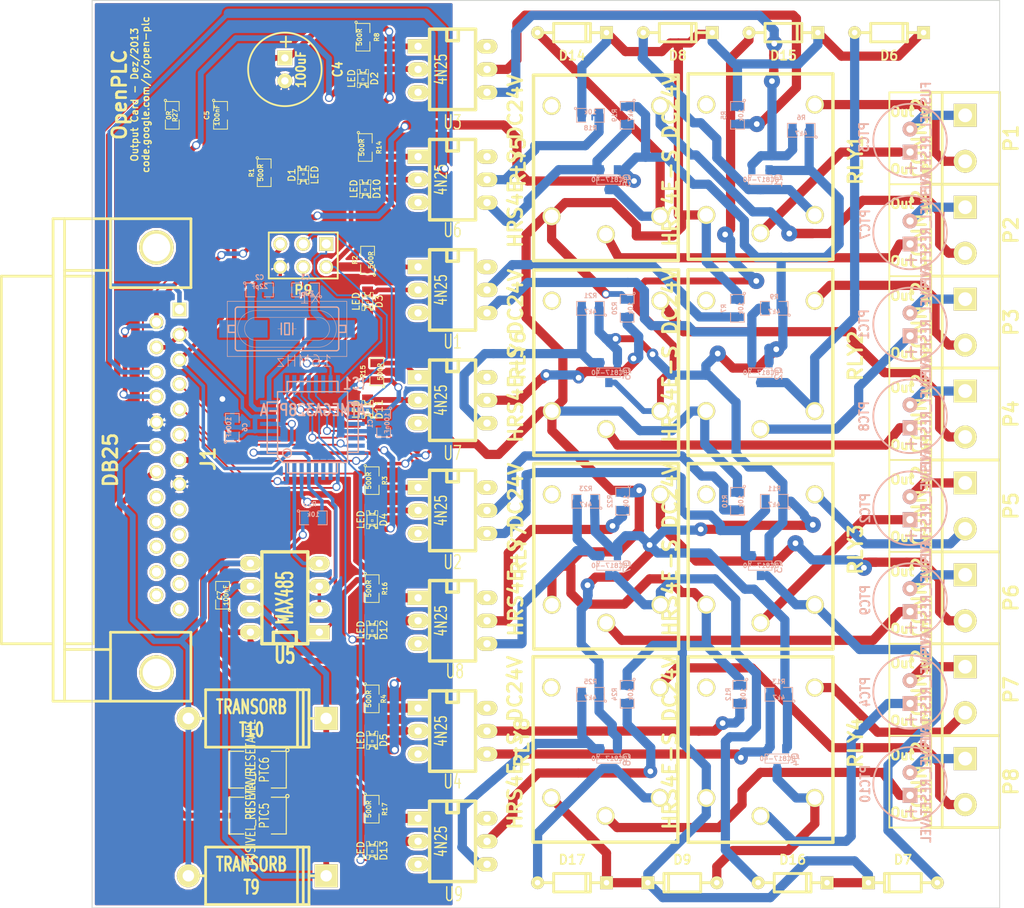
<source format=kicad_pcb>
(kicad_pcb (version 3) (host pcbnew "(2013-07-07 BZR 4022)-stable")
  (layers (15 F.Cu signal) (0 B.Cu signal) (18 B.Paste user) (19 F.Paste user) (20 B.SilkS user) (21 F.SilkS user) (22 B.Mask user) (23 F.Mask user) (28 Edge.Cuts user))
  (net 0 "")
  (net 1 +5V)
  (net 2 /24V)
  (net 3 /A)
  (net 4 /B)
  (net 5 /CPU_RESET)
  (net 6 /D0)
  (net 7 /D1)
  (net 8 /D2)
  (net 9 /EN)
  (net 10 /GND_24)
  (net 11 /GND_485)
  (net 12 /MISO)
  (net 13 /MOSI)
  (net 14 /Out1A)
  (net 15 /Out1B)
  (net 16 /Out2A)
  (net 17 /Out2B)
  (net 18 /Out3A)
  (net 19 /Out3B)
  (net 20 /Out4A)
  (net 21 /Out4B)
  (net 22 /Out5A)
  (net 23 /Out5B)
  (net 24 /Out6A)
  (net 25 /Out6B)
  (net 26 /Out7A)
  (net 27 /Out7B)
  (net 28 /Out8A)
  (net 29 /Out8B)
  (net 30 /RX)
  (net 31 /SCK)
  (net 32 /TX)
  (net 33 /Y0)
  (net 34 /Y1)
  (net 35 /Y2)
  (net 36 /Y3)
  (net 37 /Y4)
  (net 38 /Y5)
  (net 39 /Y6)
  (net 40 /Y7)
  (net 41 GND)
  (net 42 N-0000010)
  (net 43 N-00000106)
  (net 44 N-00000117)
  (net 45 N-00000118)
  (net 46 N-00000120)
  (net 47 N-00000121)
  (net 48 N-00000122)
  (net 49 N-00000123)
  (net 50 N-00000125)
  (net 51 N-00000126)
  (net 52 N-00000127)
  (net 53 N-00000128)
  (net 54 N-0000013)
  (net 55 N-00000131)
  (net 56 N-00000132)
  (net 57 N-00000133)
  (net 58 N-00000134)
  (net 59 N-0000014)
  (net 60 N-0000016)
  (net 61 N-0000018)
  (net 62 N-0000019)
  (net 63 N-0000021)
  (net 64 N-0000022)
  (net 65 N-0000023)
  (net 66 N-0000025)
  (net 67 N-0000030)
  (net 68 N-0000036)
  (net 69 N-0000037)
  (net 70 N-0000038)
  (net 71 N-000004)
  (net 72 N-0000041)
  (net 73 N-0000043)
  (net 74 N-0000044)
  (net 75 N-0000049)
  (net 76 N-0000050)
  (net 77 N-0000051)
  (net 78 N-0000053)
  (net 79 N-0000060)
  (net 80 N-0000061)
  (net 81 N-0000064)
  (net 82 N-0000066)
  (net 83 N-0000067)
  (net 84 N-0000068)
  (net 85 N-0000070)
  (net 86 N-0000073)
  (net 87 N-0000074)
  (net 88 N-000008)
  (net 89 N-0000080)
  (net 90 N-0000083)
  (net 91 N-0000084)
  (net 92 N-000009)
  (net 93 N-0000096)
  (net 94 N-0000097)
  (module SM0805 (layer F.Cu) (at 116.586 136.652 270)
    (fp_text reference R4 (at 0 -1.27 270) (layer F.SilkS) (effects (font (size 0.50038 0.50038) (thickness 0.10922))))
    (fp_text value 500R (at 0 0.381 270) (layer F.SilkS) (effects (font (size 0.50038 0.50038) (thickness 0.10922))))
    (pad 1 smd rect (at -0.9525 0 270) (size 0.889 1.397) (layers F.Cu F.Paste F.Mask) (net 1 +5V))
    (pad 2 smd rect (at 0.9525 0 270) (size 0.889 1.397) (layers F.Cu F.Paste F.Mask) (net 79 N-0000060))
  )
  (module SM0805 (layer B.Cu) (at 144.78 136.144 270)
    (fp_text reference R24 (at 0 1.397 270) (layer B.SilkS) (effects (font (size 0.50038 0.50038) (thickness 0.10922)) (justify mirror)))
    (fp_text value 10k (at 0 -0.381 270) (layer B.SilkS) (effects (font (size 0.50038 0.50038) (thickness 0.10922)) (justify mirror)))
    (pad 1 smd rect (at -0.9525 0 270) (size 0.889 1.397) (layers B.Cu B.Paste B.Mask) (net 2 /24V))
    (pad 2 smd rect (at 0.9525 0 270) (size 0.889 1.397) (layers B.Cu B.Paste B.Mask) (net 78 N-0000053))
  )
  (module SM0805 (layer B.Cu) (at 161.544 136.144 180)
    (fp_text reference R13 (at 0 1.397 180) (layer B.SilkS) (effects (font (size 0.50038 0.50038) (thickness 0.10922)) (justify mirror)))
    (fp_text value 4k7 (at 0 -0.381 180) (layer B.SilkS) (effects (font (size 0.50038 0.50038) (thickness 0.10922)) (justify mirror)))
    (pad 1 smd rect (at -0.9525 0 180) (size 0.889 1.397) (layers B.Cu B.Paste B.Mask) (net 10 /GND_24))
    (pad 2 smd rect (at 0.9525 0 180) (size 0.889 1.397) (layers B.Cu B.Paste B.Mask) (net 55 N-00000131))
  )
  (module SM0805 (layer B.Cu) (at 157.226 136.144 270)
    (fp_text reference R12 (at 0 1.27 270) (layer B.SilkS) (effects (font (size 0.50038 0.50038) (thickness 0.10922)) (justify mirror)))
    (fp_text value 10k (at 0 -0.381 270) (layer B.SilkS) (effects (font (size 0.50038 0.50038) (thickness 0.10922)) (justify mirror)))
    (pad 1 smd rect (at -0.9525 0 270) (size 0.889 1.397) (layers B.Cu B.Paste B.Mask) (net 2 /24V))
    (pad 2 smd rect (at 0.9525 0 270) (size 0.889 1.397) (layers B.Cu B.Paste B.Mask) (net 87 N-0000074))
  )
  (module SM0805 (layer B.Cu) (at 156.972 93.472 270)
    (fp_text reference R7 (at 0 1.524 270) (layer B.SilkS) (effects (font (size 0.50038 0.50038) (thickness 0.10922)) (justify mirror)))
    (fp_text value 10k (at 0 -0.381 270) (layer B.SilkS) (effects (font (size 0.50038 0.50038) (thickness 0.10922)) (justify mirror)))
    (pad 1 smd rect (at -0.9525 0 270) (size 0.889 1.397) (layers B.Cu B.Paste B.Mask) (net 2 /24V))
    (pad 2 smd rect (at 0.9525 0 270) (size 0.889 1.397) (layers B.Cu B.Paste B.Mask) (net 54 N-0000013))
  )
  (module SM0805 (layer B.Cu) (at 140.716 136.144 180)
    (fp_text reference R25 (at 0 1.397 180) (layer B.SilkS) (effects (font (size 0.50038 0.50038) (thickness 0.10922)) (justify mirror)))
    (fp_text value 4k7 (at 0 -0.381 180) (layer B.SilkS) (effects (font (size 0.50038 0.50038) (thickness 0.10922)) (justify mirror)))
    (pad 1 smd rect (at -0.9525 0 180) (size 0.889 1.397) (layers B.Cu B.Paste B.Mask) (net 10 /GND_24))
    (pad 2 smd rect (at 0.9525 0 180) (size 0.889 1.397) (layers B.Cu B.Paste B.Mask) (net 86 N-0000073))
  )
  (module SM0805 (layer B.Cu) (at 164.0205 73.787 180)
    (fp_text reference R6 (at 0 1.397 180) (layer B.SilkS) (effects (font (size 0.50038 0.50038) (thickness 0.10922)) (justify mirror)))
    (fp_text value 4k7 (at 0 -0.381 180) (layer B.SilkS) (effects (font (size 0.50038 0.50038) (thickness 0.10922)) (justify mirror)))
    (pad 1 smd rect (at -0.9525 0 180) (size 0.889 1.397) (layers B.Cu B.Paste B.Mask) (net 10 /GND_24))
    (pad 2 smd rect (at 0.9525 0 180) (size 0.889 1.397) (layers B.Cu B.Paste B.Mask) (net 47 N-00000121))
  )
  (module SM0805 (layer B.Cu) (at 156.972 72.136 270)
    (fp_text reference R5 (at 0 1.524 270) (layer B.SilkS) (effects (font (size 0.50038 0.50038) (thickness 0.10922)) (justify mirror)))
    (fp_text value 10k (at 0 -0.381 270) (layer B.SilkS) (effects (font (size 0.50038 0.50038) (thickness 0.10922)) (justify mirror)))
    (pad 1 smd rect (at -0.9525 0 270) (size 0.889 1.397) (layers B.Cu B.Paste B.Mask) (net 2 /24V))
    (pad 2 smd rect (at 0.9525 0 270) (size 0.889 1.397) (layers B.Cu B.Paste B.Mask) (net 63 N-0000021))
  )
  (module SM0805 (layer F.Cu) (at 116.078 88.138 90)
    (fp_text reference R2 (at 0 -1.397 90) (layer F.SilkS) (effects (font (size 0.50038 0.50038) (thickness 0.10922))))
    (fp_text value 500R (at 0 0.381 90) (layer F.SilkS) (effects (font (size 0.50038 0.50038) (thickness 0.10922))))
    (pad 1 smd rect (at -0.9525 0 90) (size 0.889 1.397) (layers F.Cu F.Paste F.Mask) (net 1 +5V))
    (pad 2 smd rect (at 0.9525 0 90) (size 0.889 1.397) (layers F.Cu F.Paste F.Mask) (net 59 N-0000014))
  )
  (module SM0805 (layer B.Cu) (at 161.036 93.472 180)
    (fp_text reference R9 (at 0 1.27 180) (layer B.SilkS) (effects (font (size 0.50038 0.50038) (thickness 0.10922)) (justify mirror)))
    (fp_text value 4k7 (at 0 -0.381 180) (layer B.SilkS) (effects (font (size 0.50038 0.50038) (thickness 0.10922)) (justify mirror)))
    (pad 1 smd rect (at -0.9525 0 180) (size 0.889 1.397) (layers B.Cu B.Paste B.Mask) (net 10 /GND_24))
    (pad 2 smd rect (at 0.9525 0 180) (size 0.889 1.397) (layers B.Cu B.Paste B.Mask) (net 71 N-000004))
  )
  (module SM0805 (layer F.Cu) (at 117.094 100.4824 90)
    (fp_text reference R15 (at 0 -1.524 90) (layer F.SilkS) (effects (font (size 0.50038 0.50038) (thickness 0.10922))))
    (fp_text value 500R (at 0 0.381 90) (layer F.SilkS) (effects (font (size 0.50038 0.50038) (thickness 0.10922))))
    (pad 1 smd rect (at -0.9525 0 90) (size 0.889 1.397) (layers F.Cu F.Paste F.Mask) (net 1 +5V))
    (pad 2 smd rect (at 0.9525 0 90) (size 0.889 1.397) (layers F.Cu F.Paste F.Mask) (net 88 N-000008))
  )
  (module SM0805 (layer B.Cu) (at 144.78 72.136 270)
    (fp_text reference R19 (at 0 1.397 270) (layer B.SilkS) (effects (font (size 0.50038 0.50038) (thickness 0.10922)) (justify mirror)))
    (fp_text value 4k7 (at 0 -0.381 270) (layer B.SilkS) (effects (font (size 0.50038 0.50038) (thickness 0.10922)) (justify mirror)))
    (pad 1 smd rect (at -0.9525 0 270) (size 0.889 1.397) (layers B.Cu B.Paste B.Mask) (net 10 /GND_24))
    (pad 2 smd rect (at 0.9525 0 270) (size 0.889 1.397) (layers B.Cu B.Paste B.Mask) (net 66 N-0000025))
  )
  (module SM0805 (layer F.Cu) (at 115.824 75.692 270)
    (fp_text reference R14 (at 0 -1.524 270) (layer F.SilkS) (effects (font (size 0.50038 0.50038) (thickness 0.10922))))
    (fp_text value 500R (at 0 0.381 270) (layer F.SilkS) (effects (font (size 0.50038 0.50038) (thickness 0.10922))))
    (pad 1 smd rect (at -0.9525 0 270) (size 0.889 1.397) (layers F.Cu F.Paste F.Mask) (net 1 +5V))
    (pad 2 smd rect (at 0.9525 0 270) (size 0.889 1.397) (layers F.Cu F.Paste F.Mask) (net 69 N-0000037))
  )
  (module SM0805 (layer B.Cu) (at 161.036 114.808 180)
    (fp_text reference R11 (at 0 1.397 180) (layer B.SilkS) (effects (font (size 0.50038 0.50038) (thickness 0.10922)) (justify mirror)))
    (fp_text value 4k7 (at 0 -0.381 180) (layer B.SilkS) (effects (font (size 0.50038 0.50038) (thickness 0.10922)) (justify mirror)))
    (pad 1 smd rect (at -0.9525 0 180) (size 0.889 1.397) (layers B.Cu B.Paste B.Mask) (net 10 /GND_24))
    (pad 2 smd rect (at 0.9525 0 180) (size 0.889 1.397) (layers B.Cu B.Paste B.Mask) (net 50 N-00000125))
  )
  (module SM0805 (layer F.Cu) (at 99.822 72.136 270)
    (fp_text reference C5 (at 0 1.524 270) (layer F.SilkS) (effects (font (size 0.50038 0.50038) (thickness 0.10922))))
    (fp_text value 100nF (at 0 0.381 270) (layer F.SilkS) (effects (font (size 0.50038 0.50038) (thickness 0.10922))))
    (pad 1 smd rect (at -0.9525 0 270) (size 0.889 1.397) (layers F.Cu F.Paste F.Mask) (net 1 +5V))
    (pad 2 smd rect (at 0.9525 0 270) (size 0.889 1.397) (layers F.Cu F.Paste F.Mask) (net 41 GND))
  )
  (module SM0805 (layer B.Cu) (at 101.12 106.629 90)
    (fp_text reference C6 (at 0 1.397 90) (layer B.SilkS) (effects (font (size 0.50038 0.50038) (thickness 0.10922)) (justify mirror)))
    (fp_text value 100nF (at 0 -0.381 90) (layer B.SilkS) (effects (font (size 0.50038 0.50038) (thickness 0.10922)) (justify mirror)))
    (pad 1 smd rect (at -0.9525 0 90) (size 0.889 1.397) (layers B.Cu B.Paste B.Mask) (net 1 +5V))
    (pad 2 smd rect (at 0.9525 0 90) (size 0.889 1.397) (layers B.Cu B.Paste B.Mask) (net 41 GND))
  )
  (module SM0805 (layer F.Cu) (at 116.586 112.522 270)
    (fp_text reference R3 (at 0 -1.397 270) (layer F.SilkS) (effects (font (size 0.50038 0.50038) (thickness 0.10922))))
    (fp_text value 500R (at 0 0.381 270) (layer F.SilkS) (effects (font (size 0.50038 0.50038) (thickness 0.10922))))
    (pad 1 smd rect (at -0.9525 0 270) (size 0.889 1.397) (layers F.Cu F.Paste F.Mask) (net 1 +5V))
    (pad 2 smd rect (at 0.9525 0 270) (size 0.889 1.397) (layers F.Cu F.Paste F.Mask) (net 51 N-00000126))
  )
  (module SM0805 (layer F.Cu) (at 115.57 63.5 270)
    (fp_text reference R8 (at 0 -1.524 270) (layer F.SilkS) (effects (font (size 0.50038 0.50038) (thickness 0.10922))))
    (fp_text value 500R (at 0 0.381 270) (layer F.SilkS) (effects (font (size 0.50038 0.50038) (thickness 0.10922))))
    (pad 1 smd rect (at -0.9525 0 270) (size 0.889 1.397) (layers F.Cu F.Paste F.Mask) (net 1 +5V))
    (pad 2 smd rect (at 0.9525 0 270) (size 0.889 1.397) (layers F.Cu F.Paste F.Mask) (net 89 N-0000080))
  )
  (module SM0805 (layer B.Cu) (at 156.972 114.808 270)
    (fp_text reference R10 (at 0 1.397 270) (layer B.SilkS) (effects (font (size 0.50038 0.50038) (thickness 0.10922)) (justify mirror)))
    (fp_text value 10k (at 0 -0.381 270) (layer B.SilkS) (effects (font (size 0.50038 0.50038) (thickness 0.10922)) (justify mirror)))
    (pad 1 smd rect (at -0.9525 0 270) (size 0.889 1.397) (layers B.Cu B.Paste B.Mask) (net 2 /24V))
    (pad 2 smd rect (at 0.9525 0 270) (size 0.889 1.397) (layers B.Cu B.Paste B.Mask) (net 53 N-00000128))
  )
  (module SM0805 (layer B.Cu) (at 144.272 114.808 270)
    (fp_text reference R22 (at 0 1.397 270) (layer B.SilkS) (effects (font (size 0.50038 0.50038) (thickness 0.10922)) (justify mirror)))
    (fp_text value 10k (at 0 -0.381 270) (layer B.SilkS) (effects (font (size 0.50038 0.50038) (thickness 0.10922)) (justify mirror)))
    (pad 1 smd rect (at -0.9525 0 270) (size 0.889 1.397) (layers B.Cu B.Paste B.Mask) (net 2 /24V))
    (pad 2 smd rect (at 0.9525 0 270) (size 0.889 1.397) (layers B.Cu B.Paste B.Mask) (net 75 N-0000049))
  )
  (module SM0805 (layer B.Cu) (at 140.208 114.808 180)
    (fp_text reference R23 (at 0 1.397 180) (layer B.SilkS) (effects (font (size 0.50038 0.50038) (thickness 0.10922)) (justify mirror)))
    (fp_text value 4k7 (at 0 -0.381 180) (layer B.SilkS) (effects (font (size 0.50038 0.50038) (thickness 0.10922)) (justify mirror)))
    (pad 1 smd rect (at -0.9525 0 180) (size 0.889 1.397) (layers B.Cu B.Paste B.Mask) (net 10 /GND_24))
    (pad 2 smd rect (at 0.9525 0 180) (size 0.889 1.397) (layers B.Cu B.Paste B.Mask) (net 57 N-00000133))
  )
  (module SM0805 (layer F.Cu) (at 116.586 148.844 270)
    (fp_text reference R17 (at 0 -1.397 270) (layer F.SilkS) (effects (font (size 0.50038 0.50038) (thickness 0.10922))))
    (fp_text value 500R (at 0 0.381 270) (layer F.SilkS) (effects (font (size 0.50038 0.50038) (thickness 0.10922))))
    (pad 1 smd rect (at -0.9525 0 270) (size 0.889 1.397) (layers F.Cu F.Paste F.Mask) (net 1 +5V))
    (pad 2 smd rect (at 0.9525 0 270) (size 0.889 1.397) (layers F.Cu F.Paste F.Mask) (net 83 N-0000067))
  )
  (module SM0805 (layer B.Cu) (at 117.856 106.172 270)
    (fp_text reference C1 (at 0.0508 1.4732 270) (layer B.SilkS) (effects (font (size 0.50038 0.50038) (thickness 0.10922)) (justify mirror)))
    (fp_text value 100nF (at 0 -0.381 270) (layer B.SilkS) (effects (font (size 0.50038 0.50038) (thickness 0.10922)) (justify mirror)))
    (pad 1 smd rect (at -0.9525 0 270) (size 0.889 1.397) (layers B.Cu B.Paste B.Mask) (net 1 +5V))
    (pad 2 smd rect (at 0.9525 0 270) (size 0.889 1.397) (layers B.Cu B.Paste B.Mask) (net 41 GND))
  )
  (module SM0805 (layer F.Cu) (at 116.586 124.46 270)
    (fp_text reference R16 (at 0 -1.397 270) (layer F.SilkS) (effects (font (size 0.50038 0.50038) (thickness 0.10922))))
    (fp_text value 500R (at 0 0.381 270) (layer F.SilkS) (effects (font (size 0.50038 0.50038) (thickness 0.10922))))
    (pad 1 smd rect (at -0.9525 0 270) (size 0.889 1.397) (layers F.Cu F.Paste F.Mask) (net 1 +5V))
    (pad 2 smd rect (at 0.9525 0 270) (size 0.889 1.397) (layers F.Cu F.Paste F.Mask) (net 72 N-0000041))
  )
  (module TQFP32 (layer B.Cu) (at 110.01 106.629)
    (fp_text reference IC1 (at 4.572 -4.826) (layer B.SilkS) (effects (font (size 1.27 1.016) (thickness 0.2032)) (justify mirror)))
    (fp_text value ATMEGA328P-A (at 0 -1.905) (layer B.SilkS) (effects (font (size 1.27 1.016) (thickness 0.2032)) (justify mirror)))
    (pad 8 smd rect (at -4.81584 -2.77622) (size 1.99898 0.44958) (layers B.Cu B.Paste B.Mask) (net 44 N-00000117))
    (pad 7 smd rect (at -4.81584 -1.97612) (size 1.99898 0.44958) (layers B.Cu B.Paste B.Mask) (net 45 N-00000118))
    (pad 6 smd rect (at -4.81584 -1.17602) (size 1.99898 0.44958) (layers B.Cu B.Paste B.Mask) (net 1 +5V))
    (pad 5 smd rect (at -4.81584 -0.37592) (size 1.99898 0.44958) (layers B.Cu B.Paste B.Mask) (net 41 GND))
    (pad 4 smd rect (at -4.81584 0.42418) (size 1.99898 0.44958) (layers B.Cu B.Paste B.Mask) (net 1 +5V))
    (pad 3 smd rect (at -4.81584 1.22428) (size 1.99898 0.44958) (layers B.Cu B.Paste B.Mask) (net 41 GND))
    (pad 2 smd rect (at -4.81584 2.02438) (size 1.99898 0.44958) (layers B.Cu B.Paste B.Mask) (net 35 /Y2))
    (pad 1 smd rect (at -4.81584 2.82448) (size 1.99898 0.44958) (layers B.Cu B.Paste B.Mask) (net 34 /Y1))
    (pad 24 smd rect (at 4.7498 2.8194) (size 1.99898 0.44958) (layers B.Cu B.Paste B.Mask) (net 7 /D1))
    (pad 17 smd rect (at 4.7498 -2.794) (size 1.99898 0.44958) (layers B.Cu B.Paste B.Mask) (net 31 /SCK))
    (pad 18 smd rect (at 4.7498 -1.9812) (size 1.99898 0.44958) (layers B.Cu B.Paste B.Mask) (net 1 +5V))
    (pad 19 smd rect (at 4.7498 -1.1684) (size 1.99898 0.44958) (layers B.Cu B.Paste B.Mask))
    (pad 20 smd rect (at 4.7498 -0.381) (size 1.99898 0.44958) (layers B.Cu B.Paste B.Mask))
    (pad 21 smd rect (at 4.7498 0.4318) (size 1.99898 0.44958) (layers B.Cu B.Paste B.Mask) (net 41 GND))
    (pad 22 smd rect (at 4.7498 1.2192) (size 1.99898 0.44958) (layers B.Cu B.Paste B.Mask))
    (pad 23 smd rect (at 4.7498 2.032) (size 1.99898 0.44958) (layers B.Cu B.Paste B.Mask) (net 6 /D0))
    (pad 32 smd rect (at -2.82448 4.826) (size 0.44958 1.99898) (layers B.Cu B.Paste B.Mask) (net 33 /Y0))
    (pad 31 smd rect (at -2.02692 4.826) (size 0.44958 1.99898) (layers B.Cu B.Paste B.Mask) (net 32 /TX))
    (pad 30 smd rect (at -1.22428 4.826) (size 0.44958 1.99898) (layers B.Cu B.Paste B.Mask) (net 30 /RX))
    (pad 29 smd rect (at -0.42672 4.826) (size 0.44958 1.99898) (layers B.Cu B.Paste B.Mask) (net 5 /CPU_RESET))
    (pad 28 smd rect (at 0.37592 4.826) (size 0.44958 1.99898) (layers B.Cu B.Paste B.Mask) (net 9 /EN))
    (pad 27 smd rect (at 1.17348 4.826) (size 0.44958 1.99898) (layers B.Cu B.Paste B.Mask))
    (pad 26 smd rect (at 1.97612 4.826) (size 0.44958 1.99898) (layers B.Cu B.Paste B.Mask))
    (pad 25 smd rect (at 2.77368 4.826) (size 0.44958 1.99898) (layers B.Cu B.Paste B.Mask) (net 8 /D2))
    (pad 9 smd rect (at -2.8194 -4.7752) (size 0.44958 1.99898) (layers B.Cu B.Paste B.Mask) (net 36 /Y3))
    (pad 10 smd rect (at -2.032 -4.7752) (size 0.44958 1.99898) (layers B.Cu B.Paste B.Mask) (net 37 /Y4))
    (pad 11 smd rect (at -1.2192 -4.7752) (size 0.44958 1.99898) (layers B.Cu B.Paste B.Mask) (net 38 /Y5))
    (pad 12 smd rect (at -0.4318 -4.7752) (size 0.44958 1.99898) (layers B.Cu B.Paste B.Mask) (net 39 /Y6))
    (pad 13 smd rect (at 0.3556 -4.7752) (size 0.44958 1.99898) (layers B.Cu B.Paste B.Mask) (net 40 /Y7))
    (pad 14 smd rect (at 1.1684 -4.7752) (size 0.44958 1.99898) (layers B.Cu B.Paste B.Mask))
    (pad 15 smd rect (at 1.9812 -4.7752) (size 0.44958 1.99898) (layers B.Cu B.Paste B.Mask) (net 13 /MOSI))
    (pad 16 smd rect (at 2.794 -4.7752) (size 0.44958 1.99898) (layers B.Cu B.Paste B.Mask) (net 12 /MISO))
  )
  (module SOT23 (layer B.Cu) (at 142.748 121.92)
    (fp_text reference Q7 (at 1.99898 0.09906 270) (layer B.SilkS) (effects (font (size 0.762 0.762) (thickness 0.11938)) (justify mirror)))
    (fp_text value BC817-40 (at 0.0635 0) (layer B.SilkS) (effects (font (size 0.50038 0.50038) (thickness 0.09906)) (justify mirror)))
    (pad 3 smd rect (at 0 1.09982) (size 0.8001 1.00076) (layers B.Cu B.Paste B.Mask) (net 58 N-00000134))
    (pad 2 smd rect (at 0.9525 -1.09982) (size 0.8001 1.00076) (layers B.Cu B.Paste B.Mask) (net 10 /GND_24))
    (pad 1 smd rect (at -0.9525 -1.09982) (size 0.8001 1.00076) (layers B.Cu B.Paste B.Mask) (net 57 N-00000133))
  )
  (module SOT23 (layer B.Cu) (at 159.512 121.92)
    (fp_text reference Q3 (at 1.99898 0.09906 270) (layer B.SilkS) (effects (font (size 0.762 0.762) (thickness 0.11938)) (justify mirror)))
    (fp_text value BC817-40 (at 0.0635 0) (layer B.SilkS) (effects (font (size 0.50038 0.50038) (thickness 0.09906)) (justify mirror)))
    (pad 3 smd rect (at 0 1.09982) (size 0.8001 1.00076) (layers B.Cu B.Paste B.Mask) (net 76 N-0000050))
    (pad 2 smd rect (at 0.9525 -1.09982) (size 0.8001 1.00076) (layers B.Cu B.Paste B.Mask) (net 10 /GND_24))
    (pad 1 smd rect (at -0.9525 -1.09982) (size 0.8001 1.00076) (layers B.Cu B.Paste B.Mask) (net 50 N-00000125))
  )
  (module SOT23 (layer B.Cu) (at 142.748 143.256)
    (fp_text reference Q8 (at 1.99898 0.09906 270) (layer B.SilkS) (effects (font (size 0.762 0.762) (thickness 0.11938)) (justify mirror)))
    (fp_text value BC817-40 (at 0.0635 0) (layer B.SilkS) (effects (font (size 0.50038 0.50038) (thickness 0.09906)) (justify mirror)))
    (pad 3 smd rect (at 0 1.09982) (size 0.8001 1.00076) (layers B.Cu B.Paste B.Mask) (net 85 N-0000070))
    (pad 2 smd rect (at 0.9525 -1.09982) (size 0.8001 1.00076) (layers B.Cu B.Paste B.Mask) (net 10 /GND_24))
    (pad 1 smd rect (at -0.9525 -1.09982) (size 0.8001 1.00076) (layers B.Cu B.Paste B.Mask) (net 86 N-0000073))
  )
  (module SOT23 (layer B.Cu) (at 142.748 100.584)
    (fp_text reference Q6 (at 1.99898 0.09906 270) (layer B.SilkS) (effects (font (size 0.762 0.762) (thickness 0.11938)) (justify mirror)))
    (fp_text value BC817-40 (at 0.0635 0) (layer B.SilkS) (effects (font (size 0.50038 0.50038) (thickness 0.09906)) (justify mirror)))
    (pad 3 smd rect (at 0 1.09982) (size 0.8001 1.00076) (layers B.Cu B.Paste B.Mask) (net 46 N-00000120))
    (pad 2 smd rect (at 0.9525 -1.09982) (size 0.8001 1.00076) (layers B.Cu B.Paste B.Mask) (net 10 /GND_24))
    (pad 1 smd rect (at -0.9525 -1.09982) (size 0.8001 1.00076) (layers B.Cu B.Paste B.Mask) (net 49 N-00000123))
  )
  (module SOT23 (layer B.Cu) (at 159.512 100.584)
    (fp_text reference Q2 (at 1.99898 0.09906 270) (layer B.SilkS) (effects (font (size 0.762 0.762) (thickness 0.11938)) (justify mirror)))
    (fp_text value BC817-40 (at 0.0635 0) (layer B.SilkS) (effects (font (size 0.50038 0.50038) (thickness 0.09906)) (justify mirror)))
    (pad 3 smd rect (at 0 1.09982) (size 0.8001 1.00076) (layers B.Cu B.Paste B.Mask) (net 61 N-0000018))
    (pad 2 smd rect (at 0.9525 -1.09982) (size 0.8001 1.00076) (layers B.Cu B.Paste B.Mask) (net 10 /GND_24))
    (pad 1 smd rect (at -0.9525 -1.09982) (size 0.8001 1.00076) (layers B.Cu B.Paste B.Mask) (net 71 N-000004))
  )
  (module SOT23 (layer B.Cu) (at 142.748 79.248)
    (fp_text reference Q5 (at 1.99898 0.09906 270) (layer B.SilkS) (effects (font (size 0.762 0.762) (thickness 0.11938)) (justify mirror)))
    (fp_text value BC817-40 (at 0.0635 0) (layer B.SilkS) (effects (font (size 0.50038 0.50038) (thickness 0.09906)) (justify mirror)))
    (pad 3 smd rect (at 0 1.09982) (size 0.8001 1.00076) (layers B.Cu B.Paste B.Mask) (net 64 N-0000022))
    (pad 2 smd rect (at 0.9525 -1.09982) (size 0.8001 1.00076) (layers B.Cu B.Paste B.Mask) (net 10 /GND_24))
    (pad 1 smd rect (at -0.9525 -1.09982) (size 0.8001 1.00076) (layers B.Cu B.Paste B.Mask) (net 66 N-0000025))
  )
  (module SOT23 (layer B.Cu) (at 159.512 79.248)
    (fp_text reference Q1 (at 1.99898 0.09906 270) (layer B.SilkS) (effects (font (size 0.762 0.762) (thickness 0.11938)) (justify mirror)))
    (fp_text value BC817-40 (at 0.0635 0) (layer B.SilkS) (effects (font (size 0.50038 0.50038) (thickness 0.09906)) (justify mirror)))
    (pad 3 smd rect (at 0 1.09982) (size 0.8001 1.00076) (layers B.Cu B.Paste B.Mask) (net 48 N-00000122))
    (pad 2 smd rect (at 0.9525 -1.09982) (size 0.8001 1.00076) (layers B.Cu B.Paste B.Mask) (net 10 /GND_24))
    (pad 1 smd rect (at -0.9525 -1.09982) (size 0.8001 1.00076) (layers B.Cu B.Paste B.Mask) (net 47 N-00000121))
  )
  (module SOT23 (layer B.Cu) (at 161.3535 143.256)
    (fp_text reference Q4 (at 1.99898 0.09906 270) (layer B.SilkS) (effects (font (size 0.762 0.762) (thickness 0.11938)) (justify mirror)))
    (fp_text value BC817-40 (at 0.0635 0) (layer B.SilkS) (effects (font (size 0.50038 0.50038) (thickness 0.09906)) (justify mirror)))
    (pad 3 smd rect (at 0 1.09982) (size 0.8001 1.00076) (layers B.Cu B.Paste B.Mask) (net 56 N-00000132))
    (pad 2 smd rect (at 0.9525 -1.09982) (size 0.8001 1.00076) (layers B.Cu B.Paste B.Mask) (net 10 /GND_24))
    (pad 1 smd rect (at -0.9525 -1.09982) (size 0.8001 1.00076) (layers B.Cu B.Paste B.Mask) (net 55 N-00000131))
  )
  (module SM0805 (layer B.Cu) (at 109.22 91.44 180)
    (fp_text reference C3 (at 0 1.397 180) (layer B.SilkS) (effects (font (size 0.50038 0.50038) (thickness 0.10922)) (justify mirror)))
    (fp_text value 22pF (at 0 -0.381 180) (layer B.SilkS) (effects (font (size 0.50038 0.50038) (thickness 0.10922)) (justify mirror)))
    (pad 1 smd rect (at -0.9525 0 180) (size 0.889 1.397) (layers B.Cu B.Paste B.Mask) (net 44 N-00000117))
    (pad 2 smd rect (at 0.9525 0 180) (size 0.889 1.397) (layers B.Cu B.Paste B.Mask) (net 41 GND))
  )
  (module SM0805 (layer B.Cu) (at 144.78 93.472 270)
    (fp_text reference R20 (at 0 1.397 270) (layer B.SilkS) (effects (font (size 0.50038 0.50038) (thickness 0.10922)) (justify mirror)))
    (fp_text value 10k (at 0 -0.381 270) (layer B.SilkS) (effects (font (size 0.50038 0.50038) (thickness 0.10922)) (justify mirror)))
    (pad 1 smd rect (at -0.9525 0 270) (size 0.889 1.397) (layers B.Cu B.Paste B.Mask) (net 2 /24V))
    (pad 2 smd rect (at 0.9525 0 270) (size 0.889 1.397) (layers B.Cu B.Paste B.Mask) (net 42 N-0000010))
  )
  (module SM0805 (layer B.Cu) (at 140.716 93.472 180)
    (fp_text reference R21 (at 0 1.397 180) (layer B.SilkS) (effects (font (size 0.50038 0.50038) (thickness 0.10922)) (justify mirror)))
    (fp_text value 4k7 (at 0 -0.381 180) (layer B.SilkS) (effects (font (size 0.50038 0.50038) (thickness 0.10922)) (justify mirror)))
    (pad 1 smd rect (at -0.9525 0 180) (size 0.889 1.397) (layers B.Cu B.Paste B.Mask) (net 10 /GND_24))
    (pad 2 smd rect (at 0.9525 0 180) (size 0.889 1.397) (layers B.Cu B.Paste B.Mask) (net 49 N-00000123))
  )
  (module SM0805 (layer B.Cu) (at 140.716 72.136)
    (fp_text reference R18 (at 0 1.397) (layer B.SilkS) (effects (font (size 0.50038 0.50038) (thickness 0.10922)) (justify mirror)))
    (fp_text value 10k (at 0 -0.381) (layer B.SilkS) (effects (font (size 0.50038 0.50038) (thickness 0.10922)) (justify mirror)))
    (pad 1 smd rect (at -0.9525 0) (size 0.889 1.397) (layers B.Cu B.Paste B.Mask) (net 2 /24V))
    (pad 2 smd rect (at 0.9525 0) (size 0.889 1.397) (layers B.Cu B.Paste B.Mask) (net 68 N-0000036))
  )
  (module SM0805 (layer B.Cu) (at 110.0836 116.6368)
    (fp_text reference R26 (at -0.381 -1.524) (layer B.SilkS) (effects (font (size 0.50038 0.50038) (thickness 0.10922)) (justify mirror)))
    (fp_text value 10k (at 0 -0.381) (layer B.SilkS) (effects (font (size 0.50038 0.50038) (thickness 0.10922)) (justify mirror)))
    (pad 1 smd rect (at -0.9525 0) (size 0.889 1.397) (layers B.Cu B.Paste B.Mask) (net 1 +5V))
    (pad 2 smd rect (at 0.9525 0) (size 0.889 1.397) (layers B.Cu B.Paste B.Mask) (net 5 /CPU_RESET))
  )
  (module SM0805 (layer F.Cu) (at 94.488 72.136 270)
    (fp_text reference R27 (at 0 -0.3175 270) (layer F.SilkS) (effects (font (size 0.50038 0.50038) (thickness 0.10922))))
    (fp_text value 0R (at 0 0.381 270) (layer F.SilkS) (effects (font (size 0.50038 0.50038) (thickness 0.10922))))
    (pad 1 smd rect (at -0.9525 0 270) (size 0.889 1.397) (layers F.Cu F.Paste F.Mask) (net 11 /GND_485))
    (pad 2 smd rect (at 0.9525 0 270) (size 0.889 1.397) (layers F.Cu F.Paste F.Mask) (net 41 GND))
  )
  (module SM0805 (layer F.Cu) (at 100.0506 125.1966 90)
    (fp_text reference C7 (at 0 -0.3175 90) (layer F.SilkS) (effects (font (size 0.50038 0.50038) (thickness 0.10922))))
    (fp_text value 100nF (at 0 0.381 90) (layer F.SilkS) (effects (font (size 0.50038 0.50038) (thickness 0.10922))))
    (pad 1 smd rect (at -0.9525 0 90) (size 0.889 1.397) (layers F.Cu F.Paste F.Mask) (net 1 +5V))
    (pad 2 smd rect (at 0.9525 0 90) (size 0.889 1.397) (layers F.Cu F.Paste F.Mask) (net 11 /GND_485))
  )
  (module SM0805 (layer F.Cu) (at 104.648 78.486 270)
    (fp_text reference R1 (at 0 1.397 270) (layer F.SilkS) (effects (font (size 0.50038 0.50038) (thickness 0.10922))))
    (fp_text value 500R (at 0 0.381 270) (layer F.SilkS) (effects (font (size 0.50038 0.50038) (thickness 0.10922))))
    (pad 1 smd rect (at -0.9525 0 270) (size 0.889 1.397) (layers F.Cu F.Paste F.Mask) (net 93 N-0000096))
    (pad 2 smd rect (at 0.9525 0 270) (size 0.889 1.397) (layers F.Cu F.Paste F.Mask) (net 1 +5V))
  )
  (module SM0805 (layer B.Cu) (at 104.14 91.44)
    (fp_text reference C2 (at 0 -1.397) (layer B.SilkS) (effects (font (size 0.50038 0.50038) (thickness 0.10922)) (justify mirror)))
    (fp_text value 22pF (at 0 -0.381) (layer B.SilkS) (effects (font (size 0.50038 0.50038) (thickness 0.10922)) (justify mirror)))
    (pad 1 smd rect (at -0.9525 0) (size 0.889 1.397) (layers B.Cu B.Paste B.Mask) (net 45 N-00000118))
    (pad 2 smd rect (at 0.9525 0) (size 0.889 1.397) (layers B.Cu B.Paste B.Mask) (net 41 GND))
  )
  (module Relay_833H-1C-C (layer F.Cu) (at 159.525 120.142 90)
    (fp_text reference RLY3 (at 0 10.50036 90) (layer F.SilkS) (effects (font (size 1.524 1.524) (thickness 0.3048))))
    (fp_text value "HRS4E-S DC24V" (at 0 -9.99998 90) (layer F.SilkS) (effects (font (size 1.524 1.524) (thickness 0.3048))))
    (pad 1 thru_hole circle (at -6.10108 -5.99948 90) (size 1.99898 1.99898) (drill 1.50114) (layers *.Cu *.Mask F.SilkS) (net 2 /24V))
    (pad 4 thru_hole circle (at 6.10108 -5.99948 90) (size 1.99898 1.99898) (drill 1.50114) (layers *.Cu *.Mask F.SilkS))
    (pad 3 thru_hole circle (at -8.10006 0 90) (size 1.99898 1.99898) (drill 1.50114) (layers *.Cu *.Mask F.SilkS) (net 77 N-0000051))
    (pad 2 thru_hole circle (at -6.10108 5.99948 90) (size 1.99898 1.99898) (drill 1.50114) (layers *.Cu *.Mask F.SilkS) (net 76 N-0000050))
    (pad 5 thru_hole circle (at 6.10108 5.99948 90) (size 1.99898 1.99898) (drill 1.50114) (layers *.Cu *.Mask F.SilkS) (net 23 /Out5B))
  )
  (module Relay_833H-1C-C (layer F.Cu) (at 159.525 77.0509 90)
    (fp_text reference RLY1 (at 0 10.50036 90) (layer F.SilkS) (effects (font (size 1.524 1.524) (thickness 0.3048))))
    (fp_text value "HRS4E-S DC24V" (at 0 -9.99998 90) (layer F.SilkS) (effects (font (size 1.524 1.524) (thickness 0.3048))))
    (pad 1 thru_hole circle (at -6.10108 -5.99948 90) (size 1.99898 1.99898) (drill 1.50114) (layers *.Cu *.Mask F.SilkS) (net 2 /24V))
    (pad 4 thru_hole circle (at 6.10108 -5.99948 90) (size 1.99898 1.99898) (drill 1.50114) (layers *.Cu *.Mask F.SilkS))
    (pad 3 thru_hole circle (at -8.10006 0 90) (size 1.99898 1.99898) (drill 1.50114) (layers *.Cu *.Mask F.SilkS) (net 94 N-0000097))
    (pad 2 thru_hole circle (at -6.10108 5.99948 90) (size 1.99898 1.99898) (drill 1.50114) (layers *.Cu *.Mask F.SilkS) (net 48 N-00000122))
    (pad 5 thru_hole circle (at 6.10108 5.99948 90) (size 1.99898 1.99898) (drill 1.50114) (layers *.Cu *.Mask F.SilkS) (net 15 /Out1B))
  )
  (module Relay_833H-1C-C (layer F.Cu) (at 142.456 98.7298 90)
    (fp_text reference RLY6 (at 0.0508 -9.7409 90) (layer F.SilkS) (effects (font (size 1.524 1.524) (thickness 0.3048))))
    (fp_text value "HRS4E-S DC24V" (at 0 -9.99998 90) (layer F.SilkS) (effects (font (size 1.524 1.524) (thickness 0.3048))))
    (pad 1 thru_hole circle (at -6.10108 -5.99948 90) (size 1.99898 1.99898) (drill 1.50114) (layers *.Cu *.Mask F.SilkS) (net 2 /24V))
    (pad 4 thru_hole circle (at 6.10108 -5.99948 90) (size 1.99898 1.99898) (drill 1.50114) (layers *.Cu *.Mask F.SilkS))
    (pad 3 thru_hole circle (at -8.10006 0 90) (size 1.99898 1.99898) (drill 1.50114) (layers *.Cu *.Mask F.SilkS) (net 67 N-0000030))
    (pad 2 thru_hole circle (at -6.10108 5.99948 90) (size 1.99898 1.99898) (drill 1.50114) (layers *.Cu *.Mask F.SilkS) (net 46 N-00000120))
    (pad 5 thru_hole circle (at 6.10108 5.99948 90) (size 1.99898 1.99898) (drill 1.50114) (layers *.Cu *.Mask F.SilkS) (net 21 /Out4B))
  )
  (module Relay_833H-1C-C (layer F.Cu) (at 159.512 98.7298 90)
    (fp_text reference RLY2 (at 0 10.50036 90) (layer F.SilkS) (effects (font (size 1.524 1.524) (thickness 0.3048))))
    (fp_text value "HRS4E-S DC24V" (at 0 -9.99998 90) (layer F.SilkS) (effects (font (size 1.524 1.524) (thickness 0.3048))))
    (pad 1 thru_hole circle (at -6.10108 -5.99948 90) (size 1.99898 1.99898) (drill 1.50114) (layers *.Cu *.Mask F.SilkS) (net 2 /24V))
    (pad 4 thru_hole circle (at 6.10108 -5.99948 90) (size 1.99898 1.99898) (drill 1.50114) (layers *.Cu *.Mask F.SilkS))
    (pad 3 thru_hole circle (at -8.10006 0 90) (size 1.99898 1.99898) (drill 1.50114) (layers *.Cu *.Mask F.SilkS) (net 62 N-0000019))
    (pad 2 thru_hole circle (at -6.10108 5.99948 90) (size 1.99898 1.99898) (drill 1.50114) (layers *.Cu *.Mask F.SilkS) (net 61 N-0000018))
    (pad 5 thru_hole circle (at 6.10108 5.99948 90) (size 1.99898 1.99898) (drill 1.50114) (layers *.Cu *.Mask F.SilkS) (net 19 /Out3B))
  )
  (module Relay_833H-1C-C (layer F.Cu) (at 142.382 141.488 90)
    (fp_text reference RLY8 (at 0.01016 -9.23544 90) (layer F.SilkS) (effects (font (size 1.524 1.524) (thickness 0.3048))))
    (fp_text value "HRS4E-S DC24V" (at 0 -9.99998 90) (layer F.SilkS) (effects (font (size 1.524 1.524) (thickness 0.3048))))
    (pad 1 thru_hole circle (at -6.10108 -5.99948 90) (size 1.99898 1.99898) (drill 1.50114) (layers *.Cu *.Mask F.SilkS) (net 2 /24V))
    (pad 4 thru_hole circle (at 6.10108 -5.99948 90) (size 1.99898 1.99898) (drill 1.50114) (layers *.Cu *.Mask F.SilkS))
    (pad 3 thru_hole circle (at -8.10006 0 90) (size 1.99898 1.99898) (drill 1.50114) (layers *.Cu *.Mask F.SilkS) (net 82 N-0000066))
    (pad 2 thru_hole circle (at -6.10108 5.99948 90) (size 1.99898 1.99898) (drill 1.50114) (layers *.Cu *.Mask F.SilkS) (net 85 N-0000070))
    (pad 5 thru_hole circle (at 6.10108 5.99948 90) (size 1.99898 1.99898) (drill 1.50114) (layers *.Cu *.Mask F.SilkS) (net 29 /Out8B))
  )
  (module Relay_833H-1C-C (layer F.Cu) (at 159.525 141.503 90)
    (fp_text reference RLY4 (at 0 10.50036 90) (layer F.SilkS) (effects (font (size 1.524 1.524) (thickness 0.3048))))
    (fp_text value "HRS4E-S DC24V" (at 0 -9.99998 90) (layer F.SilkS) (effects (font (size 1.524 1.524) (thickness 0.3048))))
    (pad 1 thru_hole circle (at -6.10108 -5.99948 90) (size 1.99898 1.99898) (drill 1.50114) (layers *.Cu *.Mask F.SilkS) (net 2 /24V))
    (pad 4 thru_hole circle (at 6.10108 -5.99948 90) (size 1.99898 1.99898) (drill 1.50114) (layers *.Cu *.Mask F.SilkS))
    (pad 3 thru_hole circle (at -8.10006 0 90) (size 1.99898 1.99898) (drill 1.50114) (layers *.Cu *.Mask F.SilkS) (net 81 N-0000064))
    (pad 2 thru_hole circle (at -6.10108 5.99948 90) (size 1.99898 1.99898) (drill 1.50114) (layers *.Cu *.Mask F.SilkS) (net 56 N-00000132))
    (pad 5 thru_hole circle (at 6.10108 5.99948 90) (size 1.99898 1.99898) (drill 1.50114) (layers *.Cu *.Mask F.SilkS) (net 27 /Out7B))
  )
  (module Relay_833H-1C-C (layer F.Cu) (at 142.423 77.1906 90)
    (fp_text reference RLY5 (at -0.0762 -9.68248 90) (layer F.SilkS) (effects (font (size 1.524 1.524) (thickness 0.3048))))
    (fp_text value "HRS4E-S DC24V" (at 0 -9.99998 90) (layer F.SilkS) (effects (font (size 1.524 1.524) (thickness 0.3048))))
    (pad 1 thru_hole circle (at -6.10108 -5.99948 90) (size 1.99898 1.99898) (drill 1.50114) (layers *.Cu *.Mask F.SilkS) (net 2 /24V))
    (pad 4 thru_hole circle (at 6.10108 -5.99948 90) (size 1.99898 1.99898) (drill 1.50114) (layers *.Cu *.Mask F.SilkS))
    (pad 3 thru_hole circle (at -8.10006 0 90) (size 1.99898 1.99898) (drill 1.50114) (layers *.Cu *.Mask F.SilkS) (net 65 N-0000023))
    (pad 2 thru_hole circle (at -6.10108 5.99948 90) (size 1.99898 1.99898) (drill 1.50114) (layers *.Cu *.Mask F.SilkS) (net 64 N-0000022))
    (pad 5 thru_hole circle (at 6.10108 5.99948 90) (size 1.99898 1.99898) (drill 1.50114) (layers *.Cu *.Mask F.SilkS) (net 17 /Out2B))
  )
  (module Relay_833H-1C-C (layer F.Cu) (at 142.456 120.142 90)
    (fp_text reference RLY7 (at -0.0254 -9.6393 90) (layer F.SilkS) (effects (font (size 1.524 1.524) (thickness 0.3048))))
    (fp_text value "HRS4E-S DC24V" (at 0 -9.99998 90) (layer F.SilkS) (effects (font (size 1.524 1.524) (thickness 0.3048))))
    (pad 1 thru_hole circle (at -6.10108 -5.99948 90) (size 1.99898 1.99898) (drill 1.50114) (layers *.Cu *.Mask F.SilkS) (net 2 /24V))
    (pad 4 thru_hole circle (at 6.10108 -5.99948 90) (size 1.99898 1.99898) (drill 1.50114) (layers *.Cu *.Mask F.SilkS))
    (pad 3 thru_hole circle (at -8.10006 0 90) (size 1.99898 1.99898) (drill 1.50114) (layers *.Cu *.Mask F.SilkS) (net 74 N-0000044))
    (pad 2 thru_hole circle (at -6.10108 5.99948 90) (size 1.99898 1.99898) (drill 1.50114) (layers *.Cu *.Mask F.SilkS) (net 58 N-00000134))
    (pad 5 thru_hole circle (at 6.10108 5.99948 90) (size 1.99898 1.99898) (drill 1.50114) (layers *.Cu *.Mask F.SilkS) (net 25 /Out6B))
  )
  (module pin_array_3x2 (layer F.Cu) (at 108.966 87.63 180)
    (fp_text reference P9 (at 0 -3.81 180) (layer F.SilkS) (effects (font (size 1.016 1.016) (thickness 0.2032))))
    (fp_text value "ICSP - 3X2" hide)
    (pad 1 thru_hole rect (at -2.54 1.27 180) (size 1.524 1.524) (drill 1.016) (layers *.Cu *.Mask F.SilkS) (net 12 /MISO))
    (pad 2 thru_hole circle (at -2.54 -1.27 180) (size 1.524 1.524) (drill 1.016) (layers *.Cu *.Mask F.SilkS) (net 1 +5V))
    (pad 3 thru_hole circle (at 0 1.27 180) (size 1.524 1.524) (drill 1.016) (layers *.Cu *.Mask F.SilkS) (net 31 /SCK))
    (pad 4 thru_hole circle (at 0 -1.27 180) (size 1.524 1.524) (drill 1.016) (layers *.Cu *.Mask F.SilkS) (net 13 /MOSI))
    (pad 5 thru_hole circle (at 2.54 1.27 180) (size 1.524 1.524) (drill 1.016) (layers *.Cu *.Mask F.SilkS) (net 5 /CPU_RESET))
    (pad 6 thru_hole circle (at 2.54 -1.27 180) (size 1.524 1.524) (drill 1.016) (layers *.Cu *.Mask F.SilkS) (net 41 GND))
  )
  (module LED-0805 (layer F.Cu) (at 115.57 68.072 270)
    (fp_text reference D2 (at 0 -1.27 270) (layer F.SilkS) (effects (font (size 0.762 0.762) (thickness 0.127))))
    (fp_text value LED (at 0 1.27 270) (layer F.SilkS) (effects (font (size 0.762 0.762) (thickness 0.127))))
    (pad 1 smd rect (at -1.04902 0 270) (size 1.19888 1.19888) (layers F.Cu F.Paste F.Mask) (net 43 N-00000106))
    (pad 2 smd rect (at 1.04902 0 270) (size 1.19888 1.19888) (layers F.Cu F.Paste F.Mask) (net 33 /Y0))
  )
  (module LED-0805 (layer F.Cu) (at 108.966 78.74 90)
    (fp_text reference D1 (at 0 -1.27 90) (layer F.SilkS) (effects (font (size 0.762 0.762) (thickness 0.127))))
    (fp_text value LED (at 0 1.27 90) (layer F.SilkS) (effects (font (size 0.762 0.762) (thickness 0.127))))
    (pad 1 smd rect (at -1.04902 0 90) (size 1.19888 1.19888) (layers F.Cu F.Paste F.Mask) (net 93 N-0000096))
    (pad 2 smd rect (at 1.04902 0 90) (size 1.19888 1.19888) (layers F.Cu F.Paste F.Mask) (net 41 GND))
  )
  (module LED-0805 (layer F.Cu) (at 116.078 92.71 270)
    (fp_text reference D3 (at 0 -1.27 270) (layer F.SilkS) (effects (font (size 0.762 0.762) (thickness 0.127))))
    (fp_text value LED (at 0 1.27 270) (layer F.SilkS) (effects (font (size 0.762 0.762) (thickness 0.127))))
    (pad 1 smd rect (at -1.04902 0 270) (size 1.19888 1.19888) (layers F.Cu F.Paste F.Mask) (net 60 N-0000016))
    (pad 2 smd rect (at 1.04902 0 270) (size 1.19888 1.19888) (layers F.Cu F.Paste F.Mask) (net 35 /Y2))
  )
  (module LED-0805 (layer F.Cu) (at 115.824 80.264 270)
    (fp_text reference D10 (at 0 -1.27 270) (layer F.SilkS) (effects (font (size 0.762 0.762) (thickness 0.127))))
    (fp_text value LED (at 0 1.27 270) (layer F.SilkS) (effects (font (size 0.762 0.762) (thickness 0.127))))
    (pad 1 smd rect (at -1.04902 0 270) (size 1.19888 1.19888) (layers F.Cu F.Paste F.Mask) (net 70 N-0000038))
    (pad 2 smd rect (at 1.04902 0 270) (size 1.19888 1.19888) (layers F.Cu F.Paste F.Mask) (net 34 /Y1))
  )
  (module LED-0805 (layer F.Cu) (at 116.586 129.032 270)
    (fp_text reference D12 (at 0 -1.27 270) (layer F.SilkS) (effects (font (size 0.762 0.762) (thickness 0.127))))
    (fp_text value LED (at 0 1.27 270) (layer F.SilkS) (effects (font (size 0.762 0.762) (thickness 0.127))))
    (pad 1 smd rect (at -1.04902 0 270) (size 1.19888 1.19888) (layers F.Cu F.Paste F.Mask) (net 73 N-0000043))
    (pad 2 smd rect (at 1.04902 0 270) (size 1.19888 1.19888) (layers F.Cu F.Paste F.Mask) (net 38 /Y5))
  )
  (module LED-0805 (layer F.Cu) (at 116.586 116.84 270)
    (fp_text reference D4 (at 0 -1.27 270) (layer F.SilkS) (effects (font (size 0.762 0.762) (thickness 0.127))))
    (fp_text value LED (at 0 1.27 270) (layer F.SilkS) (effects (font (size 0.762 0.762) (thickness 0.127))))
    (pad 1 smd rect (at -1.04902 0 270) (size 1.19888 1.19888) (layers F.Cu F.Paste F.Mask) (net 52 N-00000127))
    (pad 2 smd rect (at 1.04902 0 270) (size 1.19888 1.19888) (layers F.Cu F.Paste F.Mask) (net 37 /Y4))
  )
  (module LED-0805 (layer F.Cu) (at 116.078 104.648 270)
    (fp_text reference D11 (at 0 -1.27 270) (layer F.SilkS) (effects (font (size 0.762 0.762) (thickness 0.127))))
    (fp_text value LED (at 0 1.27 270) (layer F.SilkS) (effects (font (size 0.762 0.762) (thickness 0.127))))
    (pad 1 smd rect (at -1.04902 0 270) (size 1.19888 1.19888) (layers F.Cu F.Paste F.Mask) (net 92 N-000009))
    (pad 2 smd rect (at 1.04902 0 270) (size 1.19888 1.19888) (layers F.Cu F.Paste F.Mask) (net 36 /Y3))
  )
  (module LED-0805 (layer F.Cu) (at 116.586 153.416 270)
    (fp_text reference D13 (at 0 -1.27 270) (layer F.SilkS) (effects (font (size 0.762 0.762) (thickness 0.127))))
    (fp_text value LED (at 0 1.27 270) (layer F.SilkS) (effects (font (size 0.762 0.762) (thickness 0.127))))
    (pad 1 smd rect (at -1.04902 0 270) (size 1.19888 1.19888) (layers F.Cu F.Paste F.Mask) (net 84 N-0000068))
    (pad 2 smd rect (at 1.04902 0 270) (size 1.19888 1.19888) (layers F.Cu F.Paste F.Mask) (net 40 /Y7))
  )
  (module LED-0805 (layer F.Cu) (at 116.586 141.224 270)
    (fp_text reference D5 (at 0 -1.27 270) (layer F.SilkS) (effects (font (size 0.762 0.762) (thickness 0.127))))
    (fp_text value LED (at 0 1.27 270) (layer F.SilkS) (effects (font (size 0.762 0.762) (thickness 0.127))))
    (pad 1 smd rect (at -1.04902 0 270) (size 1.19888 1.19888) (layers F.Cu F.Paste F.Mask) (net 80 N-0000061))
    (pad 2 smd rect (at 1.04902 0 270) (size 1.19888 1.19888) (layers F.Cu F.Paste F.Mask) (net 39 /Y6))
  )
  (module DO-35 (layer F.Cu) (at 150.876 156.972 180)
    (fp_text reference D9 (at 0 2.54 180) (layer F.SilkS) (effects (font (size 1.016 1.016) (thickness 0.2032))))
    (fp_text value 1N4148 hide)
    (pad 2 thru_hole rect (at 3.81 0 180) (size 1.4224 1.4224) (drill 0.6096) (layers *.Cu *.Mask F.SilkS) (net 2 /24V))
    (pad 1 thru_hole circle (at -3.81 0 180) (size 1.4224 1.4224) (drill 0.6096) (layers *.Cu *.Mask F.SilkS) (net 56 N-00000132))
  )
  (module DO-35 (layer F.Cu) (at 150.368 62.992)
    (fp_text reference D8 (at 0 2.54) (layer F.SilkS) (effects (font (size 1.016 1.016) (thickness 0.2032))))
    (fp_text value 1N4148 hide)
    (pad 2 thru_hole rect (at 3.81 0) (size 1.4224 1.4224) (drill 0.6096) (layers *.Cu *.Mask F.SilkS) (net 2 /24V))
    (pad 1 thru_hole circle (at -3.81 0) (size 1.4224 1.4224) (drill 0.6096) (layers *.Cu *.Mask F.SilkS) (net 48 N-00000122))
  )
  (module DO-35 (layer F.Cu) (at 173.736 62.992)
    (fp_text reference D6 (at 0 2.54) (layer F.SilkS) (effects (font (size 1.016 1.016) (thickness 0.2032))))
    (fp_text value 1N4148 hide)
    (pad 2 thru_hole rect (at 3.81 0) (size 1.4224 1.4224) (drill 0.6096) (layers *.Cu *.Mask F.SilkS) (net 2 /24V))
    (pad 1 thru_hole circle (at -3.81 0) (size 1.4224 1.4224) (drill 0.6096) (layers *.Cu *.Mask F.SilkS) (net 61 N-0000018))
  )
  (module DO-35 (layer F.Cu) (at 175.26 156.972 180)
    (fp_text reference D7 (at 0 2.54 180) (layer F.SilkS) (effects (font (size 1.016 1.016) (thickness 0.2032))))
    (fp_text value 1N4148 hide)
    (pad 2 thru_hole rect (at 3.81 0 180) (size 1.4224 1.4224) (drill 0.6096) (layers *.Cu *.Mask F.SilkS) (net 2 /24V))
    (pad 1 thru_hole circle (at -3.81 0 180) (size 1.4224 1.4224) (drill 0.6096) (layers *.Cu *.Mask F.SilkS) (net 76 N-0000050))
  )
  (module DO-35 (layer F.Cu) (at 138.684 156.972)
    (fp_text reference D17 (at 0 -2.54) (layer F.SilkS) (effects (font (size 1.016 1.016) (thickness 0.2032))))
    (fp_text value 1N4148 hide)
    (pad 2 thru_hole rect (at 3.81 0) (size 1.4224 1.4224) (drill 0.6096) (layers *.Cu *.Mask F.SilkS) (net 2 /24V))
    (pad 1 thru_hole circle (at -3.81 0) (size 1.4224 1.4224) (drill 0.6096) (layers *.Cu *.Mask F.SilkS) (net 85 N-0000070))
  )
  (module DO-35 (layer F.Cu) (at 163.068 156.972)
    (fp_text reference D16 (at 0 -2.54) (layer F.SilkS) (effects (font (size 1.016 1.016) (thickness 0.2032))))
    (fp_text value 1N4148 hide)
    (pad 2 thru_hole rect (at 3.81 0) (size 1.4224 1.4224) (drill 0.6096) (layers *.Cu *.Mask F.SilkS) (net 2 /24V))
    (pad 1 thru_hole circle (at -3.81 0) (size 1.4224 1.4224) (drill 0.6096) (layers *.Cu *.Mask F.SilkS) (net 58 N-00000134))
  )
  (module DO-35 (layer F.Cu) (at 162.052 62.992)
    (fp_text reference D15 (at 0 2.54) (layer F.SilkS) (effects (font (size 1.016 1.016) (thickness 0.2032))))
    (fp_text value 1N4148 hide)
    (pad 2 thru_hole rect (at 3.81 0) (size 1.4224 1.4224) (drill 0.6096) (layers *.Cu *.Mask F.SilkS) (net 2 /24V))
    (pad 1 thru_hole circle (at -3.81 0) (size 1.4224 1.4224) (drill 0.6096) (layers *.Cu *.Mask F.SilkS) (net 46 N-00000120))
  )
  (module DO-35 (layer F.Cu) (at 138.684 62.992)
    (fp_text reference D14 (at 0 2.54) (layer F.SilkS) (effects (font (size 1.016 1.016) (thickness 0.2032))))
    (fp_text value 1N4148 hide)
    (pad 2 thru_hole rect (at 3.81 0) (size 1.4224 1.4224) (drill 0.6096) (layers *.Cu *.Mask F.SilkS) (net 2 /24V))
    (pad 1 thru_hole circle (at -3.81 0) (size 1.4224 1.4224) (drill 0.6096) (layers *.Cu *.Mask F.SilkS) (net 64 N-0000022))
  )
  (module DIP-8__300_ELL (layer F.Cu) (at 106.934 125.476 90)
    (fp_text reference U5 (at -6.35 0 180) (layer F.SilkS) (effects (font (size 1.778 1.143) (thickness 0.3048))))
    (fp_text value MAX485 (at 0 0 90) (layer F.SilkS) (effects (font (size 1.778 1.016) (thickness 0.3048))))
    (pad 1 thru_hole rect (at -3.81 3.81 90) (size 1.5748 2.286) (drill 0.8128) (layers *.Cu *.Mask F.SilkS) (net 30 /RX))
    (pad 2 thru_hole oval (at -1.27 3.81 90) (size 1.5748 2.286) (drill 0.8128) (layers *.Cu *.Mask F.SilkS) (net 9 /EN))
    (pad 3 thru_hole oval (at 1.27 3.81 90) (size 1.5748 2.286) (drill 0.8128) (layers *.Cu *.Mask F.SilkS) (net 9 /EN))
    (pad 4 thru_hole oval (at 3.81 3.81 90) (size 1.5748 2.286) (drill 0.8128) (layers *.Cu *.Mask F.SilkS) (net 32 /TX))
    (pad 5 thru_hole oval (at 3.81 -3.81 90) (size 1.5748 2.286) (drill 0.8128) (layers *.Cu *.Mask F.SilkS) (net 11 /GND_485))
    (pad 6 thru_hole oval (at 1.27 -3.81 90) (size 1.5748 2.286) (drill 0.8128) (layers *.Cu *.Mask F.SilkS) (net 91 N-0000084))
    (pad 7 thru_hole oval (at -1.27 -3.81 90) (size 1.5748 2.286) (drill 0.8128) (layers *.Cu *.Mask F.SilkS) (net 90 N-0000083))
    (pad 8 thru_hole oval (at -3.81 -3.81 90) (size 1.5748 2.286) (drill 0.8128) (layers *.Cu *.Mask F.SilkS) (net 1 +5V))
  )
  (module DIP-6__300_ELL (layer F.Cu) (at 125.476 115.824 270)
    (fp_text reference U2 (at 5.715 0 540) (layer F.SilkS) (effects (font (size 1.524 1.016) (thickness 0.1524))))
    (fp_text value 4N25 (at 0 1.27 270) (layer F.SilkS) (effects (font (size 1.27 0.889) (thickness 0.1524))))
    (pad 1 thru_hole rect (at -2.54 3.81 270) (size 1.5748 2.286) (drill 0.8128) (layers *.Cu *.Mask F.SilkS) (net 51 N-00000126))
    (pad 2 thru_hole oval (at 0 3.81 270) (size 1.5748 2.286) (drill 0.8128) (layers *.Cu *.Mask F.SilkS) (net 52 N-00000127))
    (pad 3 thru_hole oval (at 2.54 3.81 270) (size 1.5748 2.286) (drill 0.8128) (layers *.Cu *.Mask F.SilkS))
    (pad 4 thru_hole oval (at 2.54 -3.81 270) (size 1.5748 2.286) (drill 0.8128) (layers *.Cu *.Mask F.SilkS) (net 50 N-00000125))
    (pad 5 thru_hole oval (at 0 -3.81 270) (size 1.5748 2.286) (drill 0.8128) (layers *.Cu *.Mask F.SilkS) (net 53 N-00000128))
    (pad 6 thru_hole oval (at -2.54 -3.81 270) (size 1.5748 2.286) (drill 0.8128) (layers *.Cu *.Mask F.SilkS))
  )
  (module DIP-6__300_ELL (layer F.Cu) (at 125.476 67.056 270)
    (fp_text reference U3 (at 5.842 0 540) (layer F.SilkS) (effects (font (size 1.524 1.016) (thickness 0.1524))))
    (fp_text value 4N25 (at 0 1.27 270) (layer F.SilkS) (effects (font (size 1.27 0.889) (thickness 0.1524))))
    (pad 1 thru_hole rect (at -2.54 3.81 270) (size 1.5748 2.286) (drill 0.8128) (layers *.Cu *.Mask F.SilkS) (net 89 N-0000080))
    (pad 2 thru_hole oval (at 0 3.81 270) (size 1.5748 2.286) (drill 0.8128) (layers *.Cu *.Mask F.SilkS) (net 43 N-00000106))
    (pad 3 thru_hole oval (at 2.54 3.81 270) (size 1.5748 2.286) (drill 0.8128) (layers *.Cu *.Mask F.SilkS))
    (pad 4 thru_hole oval (at 2.54 -3.81 270) (size 1.5748 2.286) (drill 0.8128) (layers *.Cu *.Mask F.SilkS) (net 47 N-00000121))
    (pad 5 thru_hole oval (at 0 -3.81 270) (size 1.5748 2.286) (drill 0.8128) (layers *.Cu *.Mask F.SilkS) (net 63 N-0000021))
    (pad 6 thru_hole oval (at -2.54 -3.81 270) (size 1.5748 2.286) (drill 0.8128) (layers *.Cu *.Mask F.SilkS))
  )
  (module DIP-6__300_ELL (layer F.Cu) (at 125.476 79.248 270)
    (fp_text reference U6 (at 5.588 0 540) (layer F.SilkS) (effects (font (size 1.524 1.016) (thickness 0.1524))))
    (fp_text value 4N25 (at 0 1.27 270) (layer F.SilkS) (effects (font (size 1.27 0.889) (thickness 0.1524))))
    (pad 1 thru_hole rect (at -2.54 3.81 270) (size 1.5748 2.286) (drill 0.8128) (layers *.Cu *.Mask F.SilkS) (net 69 N-0000037))
    (pad 2 thru_hole oval (at 0 3.81 270) (size 1.5748 2.286) (drill 0.8128) (layers *.Cu *.Mask F.SilkS) (net 70 N-0000038))
    (pad 3 thru_hole oval (at 2.54 3.81 270) (size 1.5748 2.286) (drill 0.8128) (layers *.Cu *.Mask F.SilkS))
    (pad 4 thru_hole oval (at 2.54 -3.81 270) (size 1.5748 2.286) (drill 0.8128) (layers *.Cu *.Mask F.SilkS) (net 66 N-0000025))
    (pad 5 thru_hole oval (at 0 -3.81 270) (size 1.5748 2.286) (drill 0.8128) (layers *.Cu *.Mask F.SilkS) (net 68 N-0000036))
    (pad 6 thru_hole oval (at -2.54 -3.81 270) (size 1.5748 2.286) (drill 0.8128) (layers *.Cu *.Mask F.SilkS))
  )
  (module DIP-6__300_ELL (layer F.Cu) (at 125.476 128.016 270)
    (fp_text reference U8 (at 5.588 -0.254 540) (layer F.SilkS) (effects (font (size 1.524 1.016) (thickness 0.1524))))
    (fp_text value 4N25 (at 0 1.27 270) (layer F.SilkS) (effects (font (size 1.27 0.889) (thickness 0.1524))))
    (pad 1 thru_hole rect (at -2.54 3.81 270) (size 1.5748 2.286) (drill 0.8128) (layers *.Cu *.Mask F.SilkS) (net 72 N-0000041))
    (pad 2 thru_hole oval (at 0 3.81 270) (size 1.5748 2.286) (drill 0.8128) (layers *.Cu *.Mask F.SilkS) (net 73 N-0000043))
    (pad 3 thru_hole oval (at 2.54 3.81 270) (size 1.5748 2.286) (drill 0.8128) (layers *.Cu *.Mask F.SilkS))
    (pad 4 thru_hole oval (at 2.54 -3.81 270) (size 1.5748 2.286) (drill 0.8128) (layers *.Cu *.Mask F.SilkS) (net 57 N-00000133))
    (pad 5 thru_hole oval (at 0 -3.81 270) (size 1.5748 2.286) (drill 0.8128) (layers *.Cu *.Mask F.SilkS) (net 75 N-0000049))
    (pad 6 thru_hole oval (at -2.54 -3.81 270) (size 1.5748 2.286) (drill 0.8128) (layers *.Cu *.Mask F.SilkS))
  )
  (module DIP-6__300_ELL (layer F.Cu) (at 125.476 152.4 270)
    (fp_text reference U9 (at 5.842 -0.127 540) (layer F.SilkS) (effects (font (size 1.524 1.016) (thickness 0.1524))))
    (fp_text value 4N25 (at 0 1.27 270) (layer F.SilkS) (effects (font (size 1.27 0.889) (thickness 0.1524))))
    (pad 1 thru_hole rect (at -2.54 3.81 270) (size 1.5748 2.286) (drill 0.8128) (layers *.Cu *.Mask F.SilkS) (net 83 N-0000067))
    (pad 2 thru_hole oval (at 0 3.81 270) (size 1.5748 2.286) (drill 0.8128) (layers *.Cu *.Mask F.SilkS) (net 84 N-0000068))
    (pad 3 thru_hole oval (at 2.54 3.81 270) (size 1.5748 2.286) (drill 0.8128) (layers *.Cu *.Mask F.SilkS))
    (pad 4 thru_hole oval (at 2.54 -3.81 270) (size 1.5748 2.286) (drill 0.8128) (layers *.Cu *.Mask F.SilkS) (net 86 N-0000073))
    (pad 5 thru_hole oval (at 0 -3.81 270) (size 1.5748 2.286) (drill 0.8128) (layers *.Cu *.Mask F.SilkS) (net 78 N-0000053))
    (pad 6 thru_hole oval (at -2.54 -3.81 270) (size 1.5748 2.286) (drill 0.8128) (layers *.Cu *.Mask F.SilkS))
  )
  (module DIP-6__300_ELL (layer F.Cu) (at 125.476 140.208 270)
    (fp_text reference U4 (at 5.588 0 540) (layer F.SilkS) (effects (font (size 1.524 1.016) (thickness 0.1524))))
    (fp_text value 4N25 (at 0 1.27 270) (layer F.SilkS) (effects (font (size 1.27 0.889) (thickness 0.1524))))
    (pad 1 thru_hole rect (at -2.54 3.81 270) (size 1.5748 2.286) (drill 0.8128) (layers *.Cu *.Mask F.SilkS) (net 79 N-0000060))
    (pad 2 thru_hole oval (at 0 3.81 270) (size 1.5748 2.286) (drill 0.8128) (layers *.Cu *.Mask F.SilkS) (net 80 N-0000061))
    (pad 3 thru_hole oval (at 2.54 3.81 270) (size 1.5748 2.286) (drill 0.8128) (layers *.Cu *.Mask F.SilkS))
    (pad 4 thru_hole oval (at 2.54 -3.81 270) (size 1.5748 2.286) (drill 0.8128) (layers *.Cu *.Mask F.SilkS) (net 55 N-00000131))
    (pad 5 thru_hole oval (at 0 -3.81 270) (size 1.5748 2.286) (drill 0.8128) (layers *.Cu *.Mask F.SilkS) (net 87 N-0000074))
    (pad 6 thru_hole oval (at -2.54 -3.81 270) (size 1.5748 2.286) (drill 0.8128) (layers *.Cu *.Mask F.SilkS))
  )
  (module DIP-6__300_ELL (layer F.Cu) (at 125.476 91.44 270)
    (fp_text reference U1 (at 5.715 0 540) (layer F.SilkS) (effects (font (size 1.524 1.016) (thickness 0.1524))))
    (fp_text value 4N25 (at 0 1.27 270) (layer F.SilkS) (effects (font (size 1.27 0.889) (thickness 0.1524))))
    (pad 1 thru_hole rect (at -2.54 3.81 270) (size 1.5748 2.286) (drill 0.8128) (layers *.Cu *.Mask F.SilkS) (net 59 N-0000014))
    (pad 2 thru_hole oval (at 0 3.81 270) (size 1.5748 2.286) (drill 0.8128) (layers *.Cu *.Mask F.SilkS) (net 60 N-0000016))
    (pad 3 thru_hole oval (at 2.54 3.81 270) (size 1.5748 2.286) (drill 0.8128) (layers *.Cu *.Mask F.SilkS))
    (pad 4 thru_hole oval (at 2.54 -3.81 270) (size 1.5748 2.286) (drill 0.8128) (layers *.Cu *.Mask F.SilkS) (net 71 N-000004))
    (pad 5 thru_hole oval (at 0 -3.81 270) (size 1.5748 2.286) (drill 0.8128) (layers *.Cu *.Mask F.SilkS) (net 54 N-0000013))
    (pad 6 thru_hole oval (at -2.54 -3.81 270) (size 1.5748 2.286) (drill 0.8128) (layers *.Cu *.Mask F.SilkS))
  )
  (module DIP-6__300_ELL (layer F.Cu) (at 125.476 103.632 270)
    (fp_text reference U7 (at 5.842 0 540) (layer F.SilkS) (effects (font (size 1.524 1.016) (thickness 0.1524))))
    (fp_text value 4N25 (at 0 1.27 270) (layer F.SilkS) (effects (font (size 1.27 0.889) (thickness 0.1524))))
    (pad 1 thru_hole rect (at -2.54 3.81 270) (size 1.5748 2.286) (drill 0.8128) (layers *.Cu *.Mask F.SilkS) (net 88 N-000008))
    (pad 2 thru_hole oval (at 0 3.81 270) (size 1.5748 2.286) (drill 0.8128) (layers *.Cu *.Mask F.SilkS) (net 92 N-000009))
    (pad 3 thru_hole oval (at 2.54 3.81 270) (size 1.5748 2.286) (drill 0.8128) (layers *.Cu *.Mask F.SilkS))
    (pad 4 thru_hole oval (at 2.54 -3.81 270) (size 1.5748 2.286) (drill 0.8128) (layers *.Cu *.Mask F.SilkS) (net 49 N-00000123))
    (pad 5 thru_hole oval (at 0 -3.81 270) (size 1.5748 2.286) (drill 0.8128) (layers *.Cu *.Mask F.SilkS) (net 42 N-0000010))
    (pad 6 thru_hole oval (at -2.54 -3.81 270) (size 1.5748 2.286) (drill 0.8128) (layers *.Cu *.Mask F.SilkS))
  )
  (module DB25MC (layer F.Cu) (at 94.008 110.236 90)
    (fp_text reference J1 (at 0.127 4.445 90) (layer F.SilkS) (effects (font (size 1.524 1.524) (thickness 0.3048))))
    (fp_text value DB25 (at 0 -6.35 90) (layer F.SilkS) (effects (font (size 1.524 1.524) (thickness 0.3048))))
    (pad "" thru_hole circle (at 23.495 -1.27 90) (size 3.81 3.81) (drill 3.048) (layers *.Cu *.Mask F.SilkS))
    (pad "" thru_hole circle (at -23.495 -1.27 90) (size 3.81 3.81) (drill 3.048) (layers *.Cu *.Mask F.SilkS))
    (pad 13 thru_hole circle (at -16.51 1.27 90) (size 1.524 1.524) (drill 1.016) (layers *.Cu *.Mask F.SilkS))
    (pad 12 thru_hole circle (at -13.716 1.27 90) (size 1.524 1.524) (drill 1.016) (layers *.Cu *.Mask F.SilkS))
    (pad 11 thru_hole circle (at -11.049 1.27 90) (size 1.524 1.524) (drill 1.016) (layers *.Cu *.Mask F.SilkS))
    (pad 10 thru_hole circle (at -8.255 1.27 90) (size 1.524 1.524) (drill 1.016) (layers *.Cu *.Mask F.SilkS))
    (pad 9 thru_hole circle (at -5.461 1.27 90) (size 1.524 1.524) (drill 1.016) (layers *.Cu *.Mask F.SilkS))
    (pad 8 thru_hole circle (at -2.667 1.27 90) (size 1.524 1.524) (drill 1.016) (layers *.Cu *.Mask F.SilkS) (net 41 GND))
    (pad 7 thru_hole circle (at 0 1.27 90) (size 1.524 1.524) (drill 1.016) (layers *.Cu *.Mask F.SilkS) (net 4 /B))
    (pad 6 thru_hole circle (at 2.794 1.27 90) (size 1.524 1.524) (drill 1.016) (layers *.Cu *.Mask F.SilkS) (net 8 /D2))
    (pad 5 thru_hole circle (at 5.588 1.27 90) (size 1.524 1.524) (drill 1.016) (layers *.Cu *.Mask F.SilkS) (net 7 /D1))
    (pad 4 thru_hole circle (at 8.382 1.27 90) (size 1.524 1.524) (drill 1.016) (layers *.Cu *.Mask F.SilkS) (net 6 /D0))
    (pad 3 thru_hole circle (at 11.049 1.27 90) (size 1.524 1.524) (drill 1.016) (layers *.Cu *.Mask F.SilkS) (net 5 /CPU_RESET))
    (pad 2 thru_hole circle (at 13.843 1.27 90) (size 1.524 1.524) (drill 1.016) (layers *.Cu *.Mask F.SilkS) (net 1 +5V))
    (pad 1 thru_hole rect (at 16.637 1.27 90) (size 1.524 1.524) (drill 1.016) (layers *.Cu *.Mask F.SilkS) (net 2 /24V))
    (pad 25 thru_hole circle (at -14.9352 -1.27 90) (size 1.524 1.524) (drill 1.016) (layers *.Cu *.Mask F.SilkS))
    (pad 24 thru_hole circle (at -12.3952 -1.27 90) (size 1.524 1.524) (drill 1.016) (layers *.Cu *.Mask F.SilkS))
    (pad 23 thru_hole circle (at -9.6012 -1.27 90) (size 1.524 1.524) (drill 1.016) (layers *.Cu *.Mask F.SilkS))
    (pad 22 thru_hole circle (at -6.858 -1.27 90) (size 1.524 1.524) (drill 1.016) (layers *.Cu *.Mask F.SilkS))
    (pad 21 thru_hole circle (at -4.1148 -1.27 90) (size 1.524 1.524) (drill 1.016) (layers *.Cu *.Mask F.SilkS))
    (pad 20 thru_hole circle (at -1.3208 -1.27 90) (size 1.524 1.524) (drill 1.016) (layers *.Cu *.Mask F.SilkS) (net 3 /A))
    (pad 19 thru_hole circle (at 1.4224 -1.27 90) (size 1.524 1.524) (drill 1.016) (layers *.Cu *.Mask F.SilkS) (net 11 /GND_485))
    (pad 18 thru_hole circle (at 4.1656 -1.27 90) (size 1.524 1.524) (drill 1.016) (layers *.Cu *.Mask F.SilkS) (net 41 GND))
    (pad 17 thru_hole circle (at 7.0104 -1.27 90) (size 1.524 1.524) (drill 1.016) (layers *.Cu *.Mask F.SilkS) (net 10 /GND_24))
    (pad 16 thru_hole circle (at 9.7028 -1.27 90) (size 1.524 1.524) (drill 1.016) (layers *.Cu *.Mask F.SilkS) (net 2 /24V))
    (pad 15 thru_hole circle (at 12.446 -1.27 90) (size 1.524 1.524) (drill 1.016) (layers *.Cu *.Mask F.SilkS) (net 1 +5V))
    (pad 14 thru_hole circle (at 15.24 -1.27 90) (size 1.524 1.524) (drill 1.016) (layers *.Cu *.Mask F.SilkS) (net 10 /GND_24))
  )
  (module crystal-HC49UP (layer B.Cu) (at 107.1753 95.7453 180)
    (fp_text reference X1 (at -2.54 3.429 180) (layer B.SilkS) (effects (font (size 1.27 1.27) (thickness 0.0889)) (justify mirror)))
    (fp_text value 16MHz (at -1.905 -3.556 180) (layer B.SilkS) (effects (font (size 1.27 1.27) (thickness 0.0889)) (justify mirror)))
    (pad 1 smd rect (at -4.826 0 180) (size 5.334 1.9304) (layers B.Cu B.Paste B.Mask) (net 44 N-00000117))
    (pad 2 smd rect (at 4.826 0 180) (size 5.334 1.9304) (layers B.Cu B.Paste B.Mask) (net 45 N-00000118))
  )
  (module C1V8 (layer F.Cu) (at 106.934 67.056 270)
    (fp_text reference C4 (at 0 -5.842 270) (layer F.SilkS) (effects (font (size 1.016 0.889) (thickness 0.2032))))
    (fp_text value 100uF (at 0 -1.77546 270) (layer F.SilkS) (effects (font (size 1.016 0.889) (thickness 0.2032))))
    (fp_text user + (at -3.04546 0 270) (layer F.SilkS) (effects (font (size 1.524 1.524) (thickness 0.2032))))
    (pad 1 thru_hole rect (at -1.27 0 270) (size 1.651 1.651) (drill 0.8128) (layers *.Cu *.Mask F.SilkS) (net 1 +5V))
    (pad 2 thru_hole circle (at 1.27 0 270) (size 1.651 1.651) (drill 0.8128) (layers *.Cu *.Mask F.SilkS) (net 41 GND))
  )
  (module bornier2 (layer F.Cu) (at 182.146 74.676 270)
    (fp_text reference P1 (at 0 -5.08 270) (layer F.SilkS) (effects (font (size 1.524 1.524) (thickness 0.3048))))
    (fp_text value CONN_2 (at 0 5.08 270) (layer F.SilkS) (effects (font (size 1.524 1.524) (thickness 0.3048))))
    (pad 1 thru_hole rect (at -2.54 0 270) (size 2.54 2.54) (drill 1.524) (layers *.Cu *.Mask F.SilkS) (net 14 /Out1A))
    (pad 2 thru_hole circle (at 2.54 0 270) (size 2.54 2.54) (drill 1.524) (layers *.Cu *.Mask F.SilkS) (net 15 /Out1B))
  )
  (module bornier2 (layer F.Cu) (at 182.146 84.836 270)
    (fp_text reference P2 (at 0 -5.08 270) (layer F.SilkS) (effects (font (size 1.524 1.524) (thickness 0.3048))))
    (fp_text value CONN_2 (at 0 5.08 270) (layer F.SilkS) (effects (font (size 1.524 1.524) (thickness 0.3048))))
    (pad 1 thru_hole rect (at -2.54 0 270) (size 2.54 2.54) (drill 1.524) (layers *.Cu *.Mask F.SilkS) (net 16 /Out2A))
    (pad 2 thru_hole circle (at 2.54 0 270) (size 2.54 2.54) (drill 1.524) (layers *.Cu *.Mask F.SilkS) (net 17 /Out2B))
  )
  (module bornier2 (layer F.Cu) (at 182.146 105.156 270)
    (fp_text reference P4 (at 0 -5.08 270) (layer F.SilkS) (effects (font (size 1.524 1.524) (thickness 0.3048))))
    (fp_text value CONN_2 (at 0 5.08 270) (layer F.SilkS) (effects (font (size 1.524 1.524) (thickness 0.3048))))
    (pad 1 thru_hole rect (at -2.54 0 270) (size 2.54 2.54) (drill 1.524) (layers *.Cu *.Mask F.SilkS) (net 20 /Out4A))
    (pad 2 thru_hole circle (at 2.54 0 270) (size 2.54 2.54) (drill 1.524) (layers *.Cu *.Mask F.SilkS) (net 21 /Out4B))
  )
  (module bornier2 (layer F.Cu) (at 182.146 94.996 270)
    (fp_text reference P3 (at 0 -5.08 270) (layer F.SilkS) (effects (font (size 1.524 1.524) (thickness 0.3048))))
    (fp_text value CONN_2 (at 0 5.08 270) (layer F.SilkS) (effects (font (size 1.524 1.524) (thickness 0.3048))))
    (pad 1 thru_hole rect (at -2.54 0 270) (size 2.54 2.54) (drill 1.524) (layers *.Cu *.Mask F.SilkS) (net 18 /Out3A))
    (pad 2 thru_hole circle (at 2.54 0 270) (size 2.54 2.54) (drill 1.524) (layers *.Cu *.Mask F.SilkS) (net 19 /Out3B))
  )
  (module bornier2 (layer F.Cu) (at 182.146 135.636 270)
    (fp_text reference P7 (at 0 -5.08 270) (layer F.SilkS) (effects (font (size 1.524 1.524) (thickness 0.3048))))
    (fp_text value CONN_2 (at 0 5.08 270) (layer F.SilkS) (effects (font (size 1.524 1.524) (thickness 0.3048))))
    (pad 1 thru_hole rect (at -2.54 0 270) (size 2.54 2.54) (drill 1.524) (layers *.Cu *.Mask F.SilkS) (net 26 /Out7A))
    (pad 2 thru_hole circle (at 2.54 0 270) (size 2.54 2.54) (drill 1.524) (layers *.Cu *.Mask F.SilkS) (net 27 /Out7B))
  )
  (module bornier2 (layer F.Cu) (at 182.146 145.796 270)
    (fp_text reference P8 (at 0 -5.08 270) (layer F.SilkS) (effects (font (size 1.524 1.524) (thickness 0.3048))))
    (fp_text value CONN_2 (at 0 5.08 270) (layer F.SilkS) (effects (font (size 1.524 1.524) (thickness 0.3048))))
    (pad 1 thru_hole rect (at -2.54 0 270) (size 2.54 2.54) (drill 1.524) (layers *.Cu *.Mask F.SilkS) (net 28 /Out8A))
    (pad 2 thru_hole circle (at 2.54 0 270) (size 2.54 2.54) (drill 1.524) (layers *.Cu *.Mask F.SilkS) (net 29 /Out8B))
  )
  (module bornier2 (layer F.Cu) (at 182.146 125.476 270)
    (fp_text reference P6 (at 0 -5.08 270) (layer F.SilkS) (effects (font (size 1.524 1.524) (thickness 0.3048))))
    (fp_text value CONN_2 (at 0 5.08 270) (layer F.SilkS) (effects (font (size 1.524 1.524) (thickness 0.3048))))
    (pad 1 thru_hole rect (at -2.54 0 270) (size 2.54 2.54) (drill 1.524) (layers *.Cu *.Mask F.SilkS) (net 24 /Out6A))
    (pad 2 thru_hole circle (at 2.54 0 270) (size 2.54 2.54) (drill 1.524) (layers *.Cu *.Mask F.SilkS) (net 25 /Out6B))
  )
  (module bornier2 (layer F.Cu) (at 182.146 115.316 270)
    (fp_text reference P5 (at 0 -5.08 270) (layer F.SilkS) (effects (font (size 1.524 1.524) (thickness 0.3048))))
    (fp_text value CONN_2 (at 0 5.08 270) (layer F.SilkS) (effects (font (size 1.524 1.524) (thickness 0.3048))))
    (pad 1 thru_hole rect (at -2.54 0 270) (size 2.54 2.54) (drill 1.524) (layers *.Cu *.Mask F.SilkS) (net 22 /Out5A))
    (pad 2 thru_hole circle (at 2.54 0 270) (size 2.54 2.54) (drill 1.524) (layers *.Cu *.Mask F.SilkS) (net 23 /Out5B))
  )
  (module C1V8 (layer B.Cu) (at 176.05 85.09 90)
    (fp_text reference PTC7 (at 0.889 -4.953 90) (layer B.SilkS) (effects (font (size 1.016 0.889) (thickness 0.2032)) (justify mirror)))
    (fp_text value FUSIVEL_RESETAVEL (at 0 1.77546 90) (layer B.SilkS) (effects (font (size 1.016 0.889) (thickness 0.2032)) (justify mirror)))
    (fp_text user + (at -3.04546 0 90) (layer B.SilkS) (effects (font (size 1.524 1.524) (thickness 0.2032)) (justify mirror)))
    (pad 1 thru_hole rect (at -1.27 0 90) (size 1.651 1.651) (drill 0.8128) (layers *.Cu *.Mask B.SilkS) (net 65 N-0000023))
    (pad 2 thru_hole circle (at 1.27 0 90) (size 1.651 1.651) (drill 0.8128) (layers *.Cu *.Mask B.SilkS) (net 16 /Out2A))
  )
  (module SM1812 (layer F.Cu) (at 103.914 149.555 180)
    (fp_text reference PTC5 (at -0.74676 0 270) (layer F.SilkS) (effects (font (size 1.016 0.762) (thickness 0.127))))
    (fp_text value FUSIVEL_RESETAVEL (at 0.762 0 270) (layer F.SilkS) (effects (font (size 1.016 0.762) (thickness 0.127))))
    (pad 1 smd rect (at -2.286 0 180) (size 1.397 3.81) (layers F.Cu F.Paste F.Mask) (net 91 N-0000084))
    (pad 2 smd rect (at 2.286 0 180) (size 1.397 3.81) (layers F.Cu F.Paste F.Mask) (net 3 /A))
  )
  (module C1V8 (layer B.Cu) (at 176.05 125.73 90)
    (fp_text reference PTC9 (at 0 -4.953 90) (layer B.SilkS) (effects (font (size 1.016 0.889) (thickness 0.2032)) (justify mirror)))
    (fp_text value FUSIVEL_RESETAVEL (at 0 1.77546 90) (layer B.SilkS) (effects (font (size 1.016 0.889) (thickness 0.2032)) (justify mirror)))
    (fp_text user + (at -3.04546 0 90) (layer B.SilkS) (effects (font (size 1.524 1.524) (thickness 0.2032)) (justify mirror)))
    (pad 1 thru_hole rect (at -1.27 0 90) (size 1.651 1.651) (drill 0.8128) (layers *.Cu *.Mask B.SilkS) (net 74 N-0000044))
    (pad 2 thru_hole circle (at 1.27 0 90) (size 1.651 1.651) (drill 0.8128) (layers *.Cu *.Mask B.SilkS) (net 24 /Out6A))
  )
  (module C1V8 (layer B.Cu) (at 176.05 146.05 90)
    (fp_text reference PTC10 (at 0 -4.953 90) (layer B.SilkS) (effects (font (size 1.016 0.889) (thickness 0.2032)) (justify mirror)))
    (fp_text value FUSIVEL_RESETAVEL (at 0 1.77546 90) (layer B.SilkS) (effects (font (size 1.016 0.889) (thickness 0.2032)) (justify mirror)))
    (fp_text user + (at -3.04546 0 90) (layer B.SilkS) (effects (font (size 1.524 1.524) (thickness 0.2032)) (justify mirror)))
    (pad 1 thru_hole rect (at -1.27 0 90) (size 1.651 1.651) (drill 0.8128) (layers *.Cu *.Mask B.SilkS) (net 82 N-0000066))
    (pad 2 thru_hole circle (at 1.27 0 90) (size 1.651 1.651) (drill 0.8128) (layers *.Cu *.Mask B.SilkS) (net 28 /Out8A))
  )
  (module SM1812 (layer F.Cu) (at 103.914 144.475 180)
    (fp_text reference PTC6 (at -0.74676 0 270) (layer F.SilkS) (effects (font (size 1.016 0.762) (thickness 0.127))))
    (fp_text value FUSIVEL_RESETAVEL (at 0.762 0 270) (layer F.SilkS) (effects (font (size 1.016 0.762) (thickness 0.127))))
    (pad 1 smd rect (at -2.286 0 180) (size 1.397 3.81) (layers F.Cu F.Paste F.Mask) (net 90 N-0000083))
    (pad 2 smd rect (at 2.286 0 180) (size 1.397 3.81) (layers F.Cu F.Paste F.Mask) (net 4 /B))
  )
  (module C1V8 (layer B.Cu) (at 176.05 115.57 90)
    (fp_text reference PTC2 (at 0 -4.953 90) (layer B.SilkS) (effects (font (size 1.016 0.889) (thickness 0.2032)) (justify mirror)))
    (fp_text value FUSIVEL_RESETAVEL (at 0 1.77546 90) (layer B.SilkS) (effects (font (size 1.016 0.889) (thickness 0.2032)) (justify mirror)))
    (fp_text user + (at -3.04546 0 90) (layer B.SilkS) (effects (font (size 1.524 1.524) (thickness 0.2032)) (justify mirror)))
    (pad 1 thru_hole rect (at -1.27 0 90) (size 1.651 1.651) (drill 0.8128) (layers *.Cu *.Mask B.SilkS) (net 77 N-0000051))
    (pad 2 thru_hole circle (at 1.27 0 90) (size 1.651 1.651) (drill 0.8128) (layers *.Cu *.Mask B.SilkS) (net 22 /Out5A))
  )
  (module C1V8 (layer B.Cu) (at 176.05 135.89 90)
    (fp_text reference PTC4 (at 0 -4.953 90) (layer B.SilkS) (effects (font (size 1.016 0.889) (thickness 0.2032)) (justify mirror)))
    (fp_text value FUSIVEL_RESETAVEL (at 0 1.77546 90) (layer B.SilkS) (effects (font (size 1.016 0.889) (thickness 0.2032)) (justify mirror)))
    (fp_text user + (at -3.04546 0 90) (layer B.SilkS) (effects (font (size 1.524 1.524) (thickness 0.2032)) (justify mirror)))
    (pad 1 thru_hole rect (at -1.27 0 90) (size 1.651 1.651) (drill 0.8128) (layers *.Cu *.Mask B.SilkS) (net 81 N-0000064))
    (pad 2 thru_hole circle (at 1.27 0 90) (size 1.651 1.651) (drill 0.8128) (layers *.Cu *.Mask B.SilkS) (net 26 /Out7A))
  )
  (module C1V8 (layer B.Cu) (at 176.05 105.41 90)
    (fp_text reference PTC8 (at 0 -5.08 90) (layer B.SilkS) (effects (font (size 1.016 0.889) (thickness 0.2032)) (justify mirror)))
    (fp_text value FUSIVEL_RESETAVEL (at 0 1.77546 90) (layer B.SilkS) (effects (font (size 1.016 0.889) (thickness 0.2032)) (justify mirror)))
    (fp_text user + (at -3.04546 0 90) (layer B.SilkS) (effects (font (size 1.524 1.524) (thickness 0.2032)) (justify mirror)))
    (pad 1 thru_hole rect (at -1.27 0 90) (size 1.651 1.651) (drill 0.8128) (layers *.Cu *.Mask B.SilkS) (net 67 N-0000030))
    (pad 2 thru_hole circle (at 1.27 0 90) (size 1.651 1.651) (drill 0.8128) (layers *.Cu *.Mask B.SilkS) (net 20 /Out4A))
  )
  (module C1V8 (layer B.Cu) (at 176.05 95.25 90)
    (fp_text reference PTC1 (at 0 -5.08 90) (layer B.SilkS) (effects (font (size 1.016 0.889) (thickness 0.2032)) (justify mirror)))
    (fp_text value FUSIVEL_RESETAVEL (at 0 1.77546 90) (layer B.SilkS) (effects (font (size 1.016 0.889) (thickness 0.2032)) (justify mirror)))
    (fp_text user + (at -3.04546 0 90) (layer B.SilkS) (effects (font (size 1.524 1.524) (thickness 0.2032)) (justify mirror)))
    (pad 1 thru_hole rect (at -1.27 0 90) (size 1.651 1.651) (drill 0.8128) (layers *.Cu *.Mask B.SilkS) (net 62 N-0000019))
    (pad 2 thru_hole circle (at 1.27 0 90) (size 1.651 1.651) (drill 0.8128) (layers *.Cu *.Mask B.SilkS) (net 18 /Out3A))
  )
  (module C1V8 (layer B.Cu) (at 176.05 74.93 90)
    (fp_text reference PTC3 (at 0.381 -5.08 90) (layer B.SilkS) (effects (font (size 1.016 0.889) (thickness 0.2032)) (justify mirror)))
    (fp_text value FUSIVEL_RESETAVEL (at 0 1.77546 90) (layer B.SilkS) (effects (font (size 1.016 0.889) (thickness 0.2032)) (justify mirror)))
    (fp_text user + (at -3.04546 0 90) (layer B.SilkS) (effects (font (size 1.524 1.524) (thickness 0.2032)) (justify mirror)))
    (pad 1 thru_hole rect (at -1.27 0 90) (size 1.651 1.651) (drill 0.8128) (layers *.Cu *.Mask B.SilkS) (net 94 N-0000097))
    (pad 2 thru_hole circle (at 1.27 0 90) (size 1.651 1.651) (drill 0.8128) (layers *.Cu *.Mask B.SilkS) (net 14 /Out1A))
  )
  (module D6 (layer F.Cu) (at 103.886 138.811)
    (fp_text reference T10 (at -0.635 1.27) (layer F.SilkS) (effects (font (size 1.524 1.016) (thickness 0.3048))))
    (fp_text value TRANSORB (at -0.635 -1.27) (layer F.SilkS) (effects (font (size 1.524 1.016) (thickness 0.3048))))
    (pad 1 thru_hole circle (at -7.62 0) (size 2.54 2.54) (drill 1.27) (layers *.Cu *.Mask F.SilkS) (net 11 /GND_485))
    (pad 2 thru_hole rect (at 7.62 0) (size 2.54 2.54) (drill 1.27) (layers *.Cu *.Mask F.SilkS) (net 90 N-0000083))
  )
  (module D6 (layer F.Cu) (at 103.886 156.21)
    (fp_text reference T9 (at -0.635 1.27) (layer F.SilkS) (effects (font (size 1.524 1.016) (thickness 0.3048))))
    (fp_text value TRANSORB (at -0.635 -1.27) (layer F.SilkS) (effects (font (size 1.524 1.016) (thickness 0.3048))))
    (pad 1 thru_hole circle (at -7.62 0) (size 2.54 2.54) (drill 1.27) (layers *.Cu *.Mask F.SilkS) (net 11 /GND_485))
    (pad 2 thru_hole rect (at 7.62 0) (size 2.54 2.54) (drill 1.27) (layers *.Cu *.Mask F.SilkS) (net 91 N-0000084))
  )
  (gr_text "Output Card - Dez/2013\ncode.google.com/p/open-plc" (at 90.932 69.85 90) (layer F.SilkS) (effects (font (size 0.762 0.762) (thickness 0.1524))))
  (gr_text OpenPLC (at 88.646 69.85 90) (layer F.SilkS) (effects (font (size 1.524 1.524) (thickness 0.3048))))
  (gr_line (start 173.764 140.716) (end 173.764 140.843) (angle 90) (layer F.SilkS) (width 0.2))
  (gr_line (start 178.336 140.716) (end 173.764 140.716) (angle 90) (layer F.SilkS) (width 0.2))
  (gr_line (start 178.463 130.556) (end 173.764 130.556) (angle 90) (layer F.SilkS) (width 0.2))
  (gr_line (start 178.336 120.396) (end 173.764 120.396) (angle 90) (layer F.SilkS) (width 0.2))
  (gr_line (start 173.764 110.236) (end 173.764 110.109) (angle 90) (layer F.SilkS) (width 0.2))
  (gr_line (start 178.336 110.236) (end 173.764 110.236) (angle 90) (layer F.SilkS) (width 0.2))
  (gr_line (start 178.336 100.076) (end 173.764 100.076) (angle 90) (layer F.SilkS) (width 0.2))
  (gr_line (start 178.336 89.916) (end 173.764 89.916) (angle 90) (layer F.SilkS) (width 0.2))
  (gr_line (start 178.336 79.756) (end 173.764 79.756) (angle 90) (layer F.SilkS) (width 0.2))
  (gr_line (start 173.764 150.876) (end 178.336 150.876) (angle 90) (layer F.SilkS) (width 0.2))
  (gr_line (start 173.764 69.596) (end 173.764 150.876) (angle 90) (layer F.SilkS) (width 0.2))
  (gr_line (start 178.336 69.596) (end 173.764 69.596) (angle 90) (layer F.SilkS) (width 0.2))
  (gr_text "Out 7" (at 176.05 149.225) (layer F.SilkS) (effects (font (size 1.016 1.016) (thickness 0.254))))
  (gr_text "Out 6" (at 176.05 139.065) (layer F.SilkS) (effects (font (size 1.016 1.016) (thickness 0.254))))
  (gr_text "Out 5" (at 176.05 128.905) (layer F.SilkS) (effects (font (size 1.016 1.016) (thickness 0.254))))
  (gr_text "Out 4" (at 176.05 118.745) (layer F.SilkS) (effects (font (size 1.016 1.016) (thickness 0.254))))
  (gr_text "Out 3" (at 176.05 108.585) (layer F.SilkS) (effects (font (size 1.016 1.016) (thickness 0.254))))
  (gr_text "Out 2" (at 176.05 98.425) (layer F.SilkS) (effects (font (size 1.016 1.016) (thickness 0.254))))
  (gr_text "Out 1" (at 176.05 88.265) (layer F.SilkS) (effects (font (size 1.016 1.016) (thickness 0.254))))
  (gr_text "Out 0" (at 176.05 78.105) (layer F.SilkS) (effects (font (size 1.016 1.016) (thickness 0.254))))
  (gr_text "Out 7" (at 176.05 142.875) (layer F.SilkS) (effects (font (size 1.016 1.016) (thickness 0.254))))
  (gr_text "Out 6" (at 176.05 132.715) (layer F.SilkS) (effects (font (size 1.016 1.016) (thickness 0.254))))
  (gr_text "Out 5" (at 176.05 122.555) (layer F.SilkS) (effects (font (size 1.016 1.016) (thickness 0.254))))
  (gr_text "Out 4" (at 176.05 112.395) (layer F.SilkS) (effects (font (size 1.016 1.016) (thickness 0.254))))
  (gr_text "Out 3" (at 176.05 102.235) (layer F.SilkS) (effects (font (size 1.016 1.016) (thickness 0.254))))
  (gr_text "Out 2" (at 176.05 92.075) (layer F.SilkS) (effects (font (size 1.016 1.016) (thickness 0.254))))
  (gr_text "Out 1" (at 176.05 81.915) (layer F.SilkS) (effects (font (size 1.016 1.016) (thickness 0.254))))
  (gr_text "Out 0" (at 176.05 71.755) (layer F.SilkS) (effects (font (size 1.016 1.016) (thickness 0.254))))
  (gr_line (start 85.626 159.766) (end 85.626 59.436) (angle 90) (layer Edge.Cuts) (width 0.1))
  (gr_line (start 185.956 159.766) (end 85.626 159.766) (angle 90) (layer Edge.Cuts) (width 0.1))
  (gr_line (start 185.956 59.436) (end 185.956 159.766) (angle 90) (layer Edge.Cuts) (width 0.1))
  (gr_line (start 85.626 59.436) (end 185.956 59.436) (angle 90) (layer Edge.Cuts) (width 0.1))
  (segment (start 116.586 147.8915) (end 116.586 147.447) (width 0.508) (layer F.Cu) (net 1))
  (segment (start 114.3 137.0835) (end 115.684 135.6995) (width 0.508) (layer F.Cu) (net 1))
  (segment (start 114.3 145.161) (end 114.3 137.0835) (width 0.508) (layer F.Cu) (net 1))
  (segment (start 116.586 147.447) (end 114.3 145.161) (width 0.508) (layer F.Cu) (net 1))
  (segment (start 115.2652 101.9048) (end 115.3414 101.9048) (width 0.2032) (layer B.Cu) (net 1))
  (segment (start 118.2046 97.3332) (end 118.2046 94.2303) (width 0.2032) (layer B.Cu) (net 1))
  (segment (start 118.2046 94.2303) (end 112.4679 88.9) (width 0.2032) (layer B.Cu) (net 1))
  (segment (start 112.4679 88.9) (end 111.506 88.9) (width 0.2032) (layer B.Cu) (net 1))
  (segment (start 118.2046 99.0416) (end 118.2046 97.3332) (width 0.2032) (layer B.Cu) (net 1))
  (segment (start 115.3414 101.9048) (end 118.2046 99.0416) (width 0.2032) (layer B.Cu) (net 1))
  (segment (start 114.7598 104.6478) (end 113.34222 104.6478) (width 0.381) (layer B.Cu) (net 1))
  (segment (start 114.6556 101.9048) (end 113.00968 103.55072) (width 0.381) (layer B.Cu) (net 1))
  (segment (start 113.00968 103.55072) (end 113.00968 104.31526) (width 0.381) (layer B.Cu) (net 1))
  (segment (start 113.00968 104.31526) (end 113.34222 104.6478) (width 0.381) (layer B.Cu) (net 1))
  (via (at 115.2652 101.9048) (size 0.889) (layers F.Cu B.Cu) (net 1))
  (segment (start 115.7351 101.4349) (end 115.2652 101.9048) (width 0.508) (layer F.Cu) (net 1))
  (segment (start 115.7351 101.4349) (end 117.094 101.4349) (width 0.508) (layer F.Cu) (net 1))
  (segment (start 115.2652 101.9048) (end 114.6556 101.9048) (width 0.381) (layer B.Cu) (net 1))
  (segment (start 100.0506 126.1491) (end 100.0506 128.5494) (width 0.635) (layer F.Cu) (net 1))
  (segment (start 100.7872 129.286) (end 103.124 129.286) (width 0.635) (layer F.Cu) (net 1))
  (segment (start 100.0506 128.5494) (end 100.7872 129.286) (width 0.635) (layer F.Cu) (net 1))
  (segment (start 95.278 96.393) (end 95.278 96.3956) (width 0.381) (layer B.Cu) (net 1))
  (segment (start 103.1924 105.453) (end 103.632 105.453) (width 0.381) (layer B.Cu) (net 1))
  (segment (start 102.235 104.4956) (end 103.1924 105.453) (width 0.381) (layer B.Cu) (net 1))
  (segment (start 102.235 103.3526) (end 102.235 104.4956) (width 0.381) (layer B.Cu) (net 1))
  (segment (start 95.278 96.3956) (end 102.235 103.3526) (width 0.381) (layer B.Cu) (net 1))
  (segment (start 113.3348 126.7587) (end 113.3348 125.095) (width 0.635) (layer F.Cu) (net 1))
  (segment (start 113.3348 131.5212) (end 113.3348 126.7587) (width 0.635) (layer F.Cu) (net 1))
  (segment (start 112.42025 132.43575) (end 113.3348 131.5212) (width 0.635) (layer F.Cu) (net 1))
  (segment (start 114.9223 123.5075) (end 116.586 123.5075) (width 0.635) (layer F.Cu) (net 1))
  (segment (start 113.3348 125.095) (end 114.9223 123.5075) (width 0.635) (layer F.Cu) (net 1))
  (segment (start 114.808 111.7417) (end 102.10494 111.7417) (width 0.2032) (layer F.Cu) (net 1))
  (segment (start 93.98 105.2576) (end 93.98 97.691) (width 0.2032) (layer F.Cu) (net 1))
  (segment (start 94.6023 105.8799) (end 93.98 105.2576) (width 0.2032) (layer F.Cu) (net 1))
  (segment (start 96.24314 105.8799) (end 94.6023 105.8799) (width 0.2032) (layer F.Cu) (net 1))
  (segment (start 102.10494 111.7417) (end 96.24314 105.8799) (width 0.2032) (layer F.Cu) (net 1))
  (segment (start 111.506 88.9) (end 115.8875 88.9) (width 1.016) (layer F.Cu) (net 1))
  (segment (start 115.8875 88.9) (end 116.078 89.0905) (width 1.016) (layer F.Cu) (net 1))
  (segment (start 115.824 74.7395) (end 113.5253 74.7395) (width 0.635) (layer F.Cu) (net 1))
  (segment (start 111.6076 76.6572) (end 111.6076 81.308) (width 0.635) (layer F.Cu) (net 1))
  (segment (start 113.5253 74.7395) (end 111.6076 76.6572) (width 0.635) (layer F.Cu) (net 1))
  (segment (start 115.824 74.7395) (end 115.824 72.8472) (width 0.635) (layer F.Cu) (net 1))
  (segment (start 118.1227 62.5475) (end 115.57 62.5475) (width 0.635) (layer F.Cu) (net 1))
  (segment (start 118.4656 62.8904) (end 118.1227 62.5475) (width 0.635) (layer F.Cu) (net 1))
  (via (at 118.4656 62.8904) (size 0.889) (layers F.Cu B.Cu) (net 1))
  (segment (start 118.4656 62.7888) (end 118.4656 62.8904) (width 0.635) (layer B.Cu) (net 1))
  (segment (start 118.5164 62.738) (end 118.4656 62.7888) (width 0.635) (layer B.Cu) (net 1))
  (segment (start 118.5164 70.1548) (end 118.5164 62.738) (width 0.635) (layer B.Cu) (net 1))
  (via (at 118.5164 70.1548) (size 0.889) (layers F.Cu B.Cu) (net 1))
  (segment (start 115.824 72.8472) (end 118.5164 70.1548) (width 0.635) (layer F.Cu) (net 1))
  (segment (start 117.094 101.4349) (end 118.7069 101.4349) (width 0.508) (layer F.Cu) (net 1))
  (segment (start 118.7069 101.4349) (end 119.4816 102.2096) (width 0.508) (layer F.Cu) (net 1))
  (via (at 119.4816 102.2096) (size 0.889) (layers F.Cu B.Cu) (net 1))
  (segment (start 119.4816 102.2096) (end 119.5324 102.2604) (width 0.508) (layer B.Cu) (net 1))
  (segment (start 119.5324 102.2604) (end 119.5324 103.5431) (width 0.508) (layer B.Cu) (net 1))
  (segment (start 119.5324 103.5431) (end 117.856 105.2195) (width 0.508) (layer B.Cu) (net 1))
  (segment (start 111.506 88.9) (end 111.9632 88.9) (width 0.508) (layer F.Cu) (net 1))
  (segment (start 114.2492 82.3976) (end 113.1596 81.308) (width 0.508) (layer F.Cu) (net 1))
  (segment (start 114.2492 86.614) (end 114.2492 82.3976) (width 0.508) (layer F.Cu) (net 1))
  (segment (start 111.9632 88.9) (end 114.2492 86.614) (width 0.508) (layer F.Cu) (net 1))
  (segment (start 108.9152 118.5164) (end 108.9152 116.8527) (width 0.381) (layer B.Cu) (net 1))
  (segment (start 108.9152 116.8527) (end 109.1311 116.6368) (width 0.381) (layer B.Cu) (net 1))
  (segment (start 103.124 129.286) (end 105.3084 129.286) (width 0.381) (layer F.Cu) (net 1))
  (segment (start 108.9152 118.5164) (end 109.0575 118.3741) (width 0.381) (layer B.Cu) (net 1))
  (via (at 108.9152 118.5164) (size 0.889) (layers F.Cu B.Cu) (net 1))
  (segment (start 105.918 121.5136) (end 108.9152 118.5164) (width 0.381) (layer F.Cu) (net 1))
  (segment (start 105.918 128.6764) (end 105.918 121.5136) (width 0.381) (layer F.Cu) (net 1))
  (segment (start 105.3084 129.286) (end 105.918 128.6764) (width 0.381) (layer F.Cu) (net 1))
  (segment (start 116.586 135.6995) (end 115.684 135.6995) (width 0.635) (layer F.Cu) (net 1))
  (segment (start 115.684 135.6995) (end 112.42025 132.43575) (width 0.635) (layer F.Cu) (net 1))
  (segment (start 112.31865 132.43575) (end 112.42025 132.43575) (width 0.635) (layer F.Cu) (net 1))
  (segment (start 103.124 129.286) (end 103.124 130.302) (width 0.635) (layer F.Cu) (net 1))
  (segment (start 112.2913 132.4084) (end 112.31865 132.43575) (width 0.2032) (layer F.Cu) (net 1))
  (segment (start 112.31865 132.43575) (end 115.5824 135.6995) (width 0.2032) (layer F.Cu) (net 1))
  (segment (start 115.5824 135.6995) (end 115.8748 135.6995) (width 0.2032) (layer F.Cu) (net 1))
  (segment (start 112.3185 132.4356) (end 112.2913 132.4084) (width 0.635) (layer F.Cu) (net 1))
  (segment (start 105.2576 132.4356) (end 112.3185 132.4356) (width 0.635) (layer F.Cu) (net 1))
  (segment (start 103.124 130.302) (end 105.2576 132.4356) (width 0.635) (layer F.Cu) (net 1))
  (segment (start 106.934 65.786) (end 107.3912 65.786) (width 0.635) (layer F.Cu) (net 1))
  (segment (start 107.3912 65.786) (end 110.6297 62.5475) (width 0.635) (layer F.Cu) (net 1))
  (segment (start 110.6297 62.5475) (end 115.57 62.5475) (width 0.635) (layer F.Cu) (net 1))
  (segment (start 105.1942 105.453) (end 103.632 105.453) (width 0.508) (layer B.Cu) (net 1))
  (segment (start 117.856 105.2195) (end 116.8524 105.2195) (width 0.381) (layer B.Cu) (net 1))
  (segment (start 116.2807 104.6478) (end 114.7598 104.6478) (width 0.381) (layer B.Cu) (net 1))
  (segment (start 116.8524 105.2195) (end 116.2807 104.6478) (width 0.381) (layer B.Cu) (net 1))
  (segment (start 101.1555 70.4339) (end 105.8034 65.786) (width 0.635) (layer F.Cu) (net 1))
  (segment (start 99.822 70.4339) (end 101.1555 70.4339) (width 0.635) (layer F.Cu) (net 1))
  (segment (start 99.822 71.1835) (end 99.822 70.4339) (width 0.2032) (layer F.Cu) (net 1))
  (segment (start 116.586 135.6995) (end 115.8748 135.6995) (width 0.2032) (layer F.Cu) (net 1))
  (segment (start 116.586 123.5075) (end 116.586 122.7579) (width 0.635) (layer F.Cu) (net 1))
  (segment (start 114.808 121.3476) (end 116.586 122.7579) (width 0.635) (layer F.Cu) (net 1))
  (segment (start 114.808 111.7417) (end 114.808 121.3476) (width 0.635) (layer F.Cu) (net 1))
  (segment (start 116.586 111.5695) (end 115.5824 111.5695) (width 0.635) (layer F.Cu) (net 1))
  (segment (start 115.4102 111.7417) (end 115.5824 111.5695) (width 0.2032) (layer F.Cu) (net 1))
  (segment (start 114.808 111.7417) (end 115.4102 111.7417) (width 0.635) (layer F.Cu) (net 1))
  (segment (start 105.1942 107.0532) (end 103.632 107.0532) (width 0.381) (layer B.Cu) (net 1))
  (segment (start 103.632 105.453) (end 103.632 107.0532) (width 0.508) (layer B.Cu) (net 1))
  (segment (start 102.6519 107.0532) (end 102.1236 107.5815) (width 0.381) (layer B.Cu) (net 1))
  (segment (start 103.632 107.0532) (end 102.6519 107.0532) (width 0.381) (layer B.Cu) (net 1))
  (segment (start 101.12 107.5815) (end 102.1236 107.5815) (width 0.381) (layer B.Cu) (net 1))
  (segment (start 106.3687 65.786) (end 105.8034 65.786) (width 0.635) (layer F.Cu) (net 1))
  (segment (start 106.3687 65.786) (end 106.934 65.786) (width 0.2032) (layer F.Cu) (net 1))
  (segment (start 113.5895 81.308) (end 113.1596 81.308) (width 0.508) (layer F.Cu) (net 1))
  (segment (start 104.648 79.4385) (end 104.648 80.1881) (width 0.508) (layer F.Cu) (net 1))
  (segment (start 93.881 97.79) (end 93.98 97.691) (width 0.508) (layer F.Cu) (net 1))
  (segment (start 92.738 97.79) (end 93.881 97.79) (width 0.508) (layer F.Cu) (net 1))
  (segment (start 93.98 97.691) (end 95.278 96.393) (width 0.508) (layer F.Cu) (net 1))
  (segment (start 101.3445 85.325) (end 105.5647 81.308) (width 0.508) (layer F.Cu) (net 1))
  (segment (start 101.3445 90.3265) (end 101.3445 85.325) (width 0.508) (layer F.Cu) (net 1))
  (segment (start 95.278 96.393) (end 101.3445 90.3265) (width 0.508) (layer F.Cu) (net 1))
  (segment (start 113.1596 81.308) (end 111.6076 81.308) (width 0.508) (layer F.Cu) (net 1))
  (segment (start 111.6076 81.308) (end 105.5647 81.308) (width 0.508) (layer F.Cu) (net 1))
  (segment (start 105.5647 81.308) (end 104.648 80.1881) (width 0.508) (layer F.Cu) (net 1))
  (segment (start 153.52552 147.60408) (end 153.52552 144.12752) (width 1.016) (layer B.Cu) (net 2))
  (segment (start 150.876 141.478) (end 150.876 130.7414) (width 1.016) (layer B.Cu) (net 2))
  (segment (start 153.52552 144.12752) (end 150.876 141.478) (width 1.016) (layer B.Cu) (net 2))
  (segment (start 144.78 135.1915) (end 144.78 133.604) (width 1.016) (layer B.Cu) (net 2))
  (segment (start 147.6426 130.7414) (end 150.876 130.7414) (width 1.016) (layer B.Cu) (net 2))
  (segment (start 150.876 130.7414) (end 153.5255 130.7414) (width 1.016) (layer B.Cu) (net 2))
  (segment (start 144.78 133.604) (end 147.6426 130.7414) (width 1.016) (layer B.Cu) (net 2))
  (segment (start 142.42 91.89) (end 144.1505 91.89) (width 0.635) (layer B.Cu) (net 2))
  (via (at 142.42 91.89) (size 0.889) (layers F.Cu B.Cu) (net 2))
  (segment (start 136.42352 85.89352) (end 142.42 91.89) (width 1.016) (layer F.Cu) (net 2))
  (segment (start 136.42352 83.29168) (end 136.42352 85.89352) (width 1.016) (layer F.Cu) (net 2))
  (segment (start 144.1505 91.89) (end 144.78 92.5195) (width 0.635) (layer B.Cu) (net 2))
  (segment (start 145.796 85.471) (end 145.796 84.328) (width 1.016) (layer F.Cu) (net 2))
  (segment (start 150.78202 84.48548) (end 149.7965 85.471) (width 1.016) (layer F.Cu) (net 2))
  (segment (start 149.7965 85.471) (end 145.796 85.471) (width 1.016) (layer F.Cu) (net 2))
  (segment (start 150.78202 83.15198) (end 150.78202 84.48548) (width 1.016) (layer F.Cu) (net 2))
  (segment (start 137.9272 81.788) (end 136.42352 83.29168) (width 1.016) (layer F.Cu) (net 2))
  (segment (start 143.256 81.788) (end 137.9272 81.788) (width 1.016) (layer F.Cu) (net 2))
  (segment (start 145.796 84.328) (end 143.256 81.788) (width 1.016) (layer F.Cu) (net 2))
  (segment (start 136.45652 104.83088) (end 136.45652 106.99252) (width 1.016) (layer F.Cu) (net 2))
  (segment (start 143.0575 113.5935) (end 146.1135 113.5935) (width 1.016) (layer F.Cu) (net 2))
  (segment (start 136.45652 106.99252) (end 143.0575 113.5935) (width 1.016) (layer F.Cu) (net 2))
  (segment (start 146.1135 118.0465) (end 146.1135 113.5935) (width 1.016) (layer F.Cu) (net 2))
  (segment (start 138.557 121.9835) (end 138.557 121.4755) (width 0.635) (layer F.Cu) (net 2))
  (segment (start 143.764 120.396) (end 146.1135 118.0465) (width 1.016) (layer F.Cu) (net 2))
  (segment (start 139.6365 120.396) (end 143.764 120.396) (width 1.016) (layer F.Cu) (net 2))
  (segment (start 138.557 121.4755) (end 139.6365 120.396) (width 1.016) (layer F.Cu) (net 2))
  (segment (start 145.8515 113.8555) (end 146.1135 113.5935) (width 1.016) (layer B.Cu) (net 2))
  (segment (start 145.3515 113.8555) (end 145.8515 113.8555) (width 1.016) (layer B.Cu) (net 2))
  (via (at 146.1135 113.5935) (size 1.524) (layers F.Cu B.Cu) (net 2))
  (segment (start 145.3515 113.8555) (end 144.272 113.8555) (width 1.016) (layer B.Cu) (net 2))
  (segment (start 136.42352 83.29168) (end 135.65632 83.29168) (width 1.016) (layer F.Cu) (net 2))
  (segment (start 135.65632 83.29168) (end 133.604 85.344) (width 1.016) (layer F.Cu) (net 2))
  (segment (start 133.604 85.344) (end 133.604 94.488) (width 1.016) (layer F.Cu) (net 2))
  (segment (start 133.604 94.488) (end 137.668 98.552) (width 1.016) (layer F.Cu) (net 2))
  (segment (start 137.668 98.552) (end 137.668 103.6194) (width 1.016) (layer F.Cu) (net 2))
  (segment (start 137.668 103.6194) (end 136.45652 104.83088) (width 1.016) (layer F.Cu) (net 2))
  (segment (start 124.3584 64.6) (end 124.3584 62.6716) (width 1.016) (layer B.Cu) (net 2))
  (segment (start 87.5792 73.9648) (end 87.5792 90.9828) (width 0.508) (layer B.Cu) (net 2))
  (segment (start 100.6856 60.8584) (end 87.5792 73.9648) (width 0.508) (layer B.Cu) (net 2))
  (segment (start 120.65 60.8584) (end 100.6856 60.8584) (width 1.016) (layer B.Cu) (net 2))
  (segment (start 122.5452 60.8584) (end 120.65 60.8584) (width 1.016) (layer B.Cu) (net 2))
  (segment (start 124.3584 62.6716) (end 122.5452 60.8584) (width 1.016) (layer B.Cu) (net 2))
  (segment (start 95.278 93.599) (end 95.278 91.7168) (width 0.508) (layer B.Cu) (net 2))
  (segment (start 95.278 91.7168) (end 94.544 90.9828) (width 0.508) (layer B.Cu) (net 2))
  (segment (start 94.544 90.9828) (end 87.5792 90.9828) (width 0.508) (layer B.Cu) (net 2))
  (segment (start 92.738 100.5332) (end 88.9508 100.5332) (width 0.508) (layer B.Cu) (net 2))
  (segment (start 88.9508 100.5332) (end 87.5792 99.1616) (width 0.508) (layer B.Cu) (net 2))
  (segment (start 87.5792 90.9828) (end 87.5792 99.1616) (width 0.508) (layer B.Cu) (net 2))
  (segment (start 125.5522 108.4326) (end 124.6124 107.4928) (width 1.016) (layer F.Cu) (net 2))
  (segment (start 124.6124 107.4928) (end 124.6124 98.6536) (width 1.016) (layer F.Cu) (net 2))
  (segment (start 124.6124 98.6536) (end 124.46 98.5012) (width 0.508) (layer F.Cu) (net 2))
  (segment (start 124.46 98.5012) (end 124.46 78.1812) (width 1.016) (layer F.Cu) (net 2))
  (segment (start 124.46 78.1812) (end 124.6124 78.0288) (width 0.508) (layer F.Cu) (net 2))
  (via (at 124.6124 78.0288) (size 0.889) (layers F.Cu B.Cu) (net 2))
  (segment (start 124.6124 78.0288) (end 124.3584 77.7748) (width 0.508) (layer B.Cu) (net 2))
  (segment (start 124.3584 77.7748) (end 124.3584 64.6) (width 1.016) (layer B.Cu) (net 2))
  (segment (start 124.3584 64.6) (end 124.3584 64.5668) (width 1.016) (layer B.Cu) (net 2))
  (segment (start 125.5522 108.4326) (end 128.0922 108.4326) (width 1.016) (layer F.Cu) (net 2))
  (segment (start 136.45652 104.83088) (end 135.35152 104.83088) (width 1.016) (layer F.Cu) (net 2))
  (segment (start 135.35152 104.83088) (end 130.556 109.6264) (width 1.016) (layer F.Cu) (net 2))
  (segment (start 130.556 109.6264) (end 129.286 109.6264) (width 1.016) (layer F.Cu) (net 2))
  (segment (start 129.286 109.6264) (end 128.0922 108.4326) (width 1.016) (layer F.Cu) (net 2))
  (segment (start 128.0922 108.4326) (end 128.016 108.3564) (width 0.635) (layer F.Cu) (net 2))
  (segment (start 150.4413 64.135) (end 151.7015 64.135) (width 1.016) (layer F.Cu) (net 2))
  (segment (start 153.9875 63.1825) (end 154.178 62.992) (width 1.016) (layer F.Cu) (net 2))
  (segment (start 152.654 63.1825) (end 153.9875 63.1825) (width 1.016) (layer F.Cu) (net 2))
  (segment (start 151.7015 64.135) (end 152.654 63.1825) (width 1.016) (layer F.Cu) (net 2))
  (segment (start 150.4413 64.135) (end 149.5425 64.135) (width 1.016) (layer F.Cu) (net 2))
  (segment (start 144.5895 65.0875) (end 142.494 62.992) (width 1.016) (layer F.Cu) (net 2))
  (segment (start 148.59 65.0875) (end 144.5895 65.0875) (width 1.016) (layer F.Cu) (net 2))
  (segment (start 149.5425 64.135) (end 148.59 65.0875) (width 1.016) (layer F.Cu) (net 2))
  (segment (start 153.52552 83.15198) (end 150.78202 83.15198) (width 1.016) (layer F.Cu) (net 2))
  (segment (start 150.78202 83.15198) (end 150.749 83.185) (width 0.635) (layer F.Cu) (net 2))
  (segment (start 153.51252 104.83088) (end 151.89962 104.83088) (width 1.016) (layer B.Cu) (net 2))
  (segment (start 151.89962 104.83088) (end 149.733 106.9975) (width 1.016) (layer B.Cu) (net 2))
  (segment (start 149.733 106.9975) (end 146.177 106.9975) (width 1.016) (layer B.Cu) (net 2))
  (segment (start 146.177 106.9975) (end 144.01038 104.83088) (width 1.016) (layer B.Cu) (net 2))
  (segment (start 144.01038 104.83088) (end 136.45652 104.83088) (width 1.016) (layer B.Cu) (net 2))
  (segment (start 156.972 113.8555) (end 156.972 112.141) (width 1.016) (layer B.Cu) (net 2))
  (segment (start 153.3525 104.9909) (end 153.51252 104.83088) (width 0.635) (layer B.Cu) (net 2))
  (segment (start 153.3525 108.5215) (end 153.3525 104.9909) (width 1.016) (layer B.Cu) (net 2))
  (segment (start 156.972 112.141) (end 153.3525 108.5215) (width 1.016) (layer B.Cu) (net 2))
  (segment (start 136.45652 126.24308) (end 136.45652 123.06798) (width 1.016) (layer F.Cu) (net 2))
  (segment (start 137.541 121.9835) (end 138.557 121.9835) (width 1.016) (layer F.Cu) (net 2))
  (segment (start 138.557 121.9835) (end 138.557 121.9835) (width 0.635) (layer F.Cu) (net 2))
  (segment (start 136.45652 123.06798) (end 137.541 121.9835) (width 1.016) (layer F.Cu) (net 2))
  (segment (start 138.557 124.968) (end 138.557 121.9835) (width 1.016) (layer F.Cu) (net 2))
  (segment (start 152.1774 124.895) (end 150.803 124.895) (width 1.016) (layer F.Cu) (net 2))
  (segment (start 153.5255 126.2431) (end 152.1774 124.895) (width 1.016) (layer F.Cu) (net 2))
  (segment (start 139.7635 126.1745) (end 138.557 124.968) (width 1.016) (layer F.Cu) (net 2))
  (segment (start 144.4625 126.1745) (end 139.7635 126.1745) (width 1.016) (layer F.Cu) (net 2))
  (segment (start 147.2565 123.3805) (end 144.4625 126.1745) (width 1.016) (layer F.Cu) (net 2))
  (segment (start 149.2885 123.3805) (end 147.2565 123.3805) (width 1.016) (layer F.Cu) (net 2))
  (segment (start 150.803 124.895) (end 149.2885 123.3805) (width 1.016) (layer F.Cu) (net 2))
  (segment (start 157.226 135.1915) (end 156.7815 135.1915) (width 0.635) (layer B.Cu) (net 2))
  (segment (start 165.862 62.992) (end 165.862 64.3255) (width 1.016) (layer B.Cu) (net 2))
  (segment (start 161.3831 66.4546) (end 156.972 66.4546) (width 1.016) (layer B.Cu) (net 2))
  (segment (start 163.7329 66.4546) (end 161.3831 66.4546) (width 1.016) (layer B.Cu) (net 2))
  (segment (start 165.862 64.3255) (end 163.7329 66.4546) (width 1.016) (layer B.Cu) (net 2))
  (segment (start 177.546 62.992) (end 177.3555 62.992) (width 0.635) (layer F.Cu) (net 2))
  (segment (start 168.4655 65.5955) (end 165.862 62.992) (width 1.016) (layer F.Cu) (net 2))
  (segment (start 174.752 65.5955) (end 168.4655 65.5955) (width 1.016) (layer F.Cu) (net 2))
  (segment (start 177.3555 62.992) (end 174.752 65.5955) (width 1.016) (layer F.Cu) (net 2))
  (segment (start 171.45 156.972) (end 171.45 156.083) (width 1.016) (layer B.Cu) (net 2))
  (segment (start 148.717 158.623) (end 147.066 156.972) (width 1.016) (layer B.Cu) (net 2))
  (segment (start 160.5915 158.623) (end 148.717 158.623) (width 1.016) (layer B.Cu) (net 2))
  (segment (start 164.6555 154.559) (end 160.5915 158.623) (width 1.016) (layer B.Cu) (net 2))
  (segment (start 169.926 154.559) (end 164.6555 154.559) (width 1.016) (layer B.Cu) (net 2))
  (segment (start 171.45 156.083) (end 169.926 154.559) (width 1.016) (layer B.Cu) (net 2))
  (segment (start 171.45 156.972) (end 166.878 156.972) (width 1.016) (layer F.Cu) (net 2))
  (segment (start 154.178 62.992) (end 154.178 64.0083) (width 1.016) (layer B.Cu) (net 2))
  (segment (start 156.6243 66.4546) (end 156.972 66.4546) (width 0.2032) (layer B.Cu) (net 2))
  (segment (start 154.178 64.0083) (end 156.6243 66.4546) (width 1.016) (layer B.Cu) (net 2))
  (segment (start 147.066 156.972) (end 147.066 155.9557) (width 1.016) (layer B.Cu) (net 2))
  (segment (start 147.066 155.9557) (end 151.8926 151.1291) (width 1.016) (layer B.Cu) (net 2))
  (segment (start 153.5255 149.4962) (end 153.5255 147.6041) (width 1.016) (layer B.Cu) (net 2))
  (segment (start 151.8926 151.1291) (end 153.5255 149.4962) (width 1.016) (layer B.Cu) (net 2))
  (segment (start 139.7635 66.7388) (end 142.494 64.0083) (width 1.016) (layer B.Cu) (net 2))
  (segment (start 142.494 62.992) (end 142.494 64.0083) (width 1.016) (layer B.Cu) (net 2))
  (segment (start 139.7635 72.136) (end 139.7635 66.7388) (width 1.016) (layer B.Cu) (net 2))
  (segment (start 153.5255 130.7414) (end 157.226 134.4419) (width 1.016) (layer B.Cu) (net 2))
  (segment (start 153.5255 126.2431) (end 153.5255 130.7414) (width 1.016) (layer B.Cu) (net 2))
  (segment (start 157.226 135.1915) (end 157.226 134.4419) (width 0.635) (layer B.Cu) (net 2))
  (segment (start 156.972 92.5195) (end 156.972 91.7699) (width 1.016) (layer B.Cu) (net 2))
  (segment (start 144.78 92.5956) (end 144.78 92.5195) (width 0.2032) (layer B.Cu) (net 2))
  (segment (start 153.5255 88.3234) (end 156.972 91.7699) (width 1.016) (layer B.Cu) (net 2))
  (segment (start 153.5255 83.152) (end 153.5255 88.3234) (width 1.016) (layer B.Cu) (net 2))
  (segment (start 150.4413 83.152) (end 150.4413 64.135) (width 1.016) (layer F.Cu) (net 2))
  (segment (start 156.972 66.4546) (end 156.972 71.1835) (width 1.016) (layer B.Cu) (net 2))
  (segment (start 142.494 156.972) (end 147.066 156.972) (width 1.016) (layer F.Cu) (net 2))
  (segment (start 142.494 153.7006) (end 136.3825 147.5891) (width 1.016) (layer F.Cu) (net 2))
  (segment (start 142.494 156.972) (end 142.494 153.7006) (width 1.016) (layer F.Cu) (net 2))
  (segment (start 92.738 111.5568) (end 92.4052 111.5568) (width 0.635) (layer F.Cu) (net 3))
  (segment (start 95.9102 149.555) (end 101.628 149.555) (width 0.635) (layer F.Cu) (net 3))
  (segment (start 94.234 147.8788) (end 95.9102 149.555) (width 0.635) (layer F.Cu) (net 3))
  (segment (start 94.234 144.1704) (end 94.234 147.8788) (width 0.635) (layer F.Cu) (net 3))
  (segment (start 88.646 138.5824) (end 94.234 144.1704) (width 0.635) (layer F.Cu) (net 3))
  (segment (start 88.646 115.316) (end 88.646 138.5824) (width 0.635) (layer F.Cu) (net 3))
  (segment (start 92.4052 111.5568) (end 88.646 115.316) (width 0.635) (layer F.Cu) (net 3))
  (segment (start 101.628 149.555) (end 100.6244 149.555) (width 0.2032) (layer F.Cu) (net 3))
  (segment (start 95.278 110.236) (end 96.266 110.236) (width 0.635) (layer F.Cu) (net 4))
  (segment (start 101.628 134.592) (end 101.628 144.475) (width 0.635) (layer F.Cu) (net 4))
  (segment (start 97.88144 130.84544) (end 97.88144 117.61216) (width 0.635) (layer F.Cu) (net 4))
  (segment (start 101.628 134.592) (end 97.88144 130.84544) (width 0.635) (layer F.Cu) (net 4))
  (segment (start 97.88144 111.85144) (end 97.88144 117.61216) (width 0.635) (layer F.Cu) (net 4))
  (segment (start 96.266 110.236) (end 97.88144 111.85144) (width 0.635) (layer F.Cu) (net 4))
  (segment (start 95.278 110.236) (end 95.278 110.4164) (width 0.635) (layer F.Cu) (net 4))
  (segment (start 109.58328 111.455) (end 109.58328 113.2993) (width 0.381) (layer B.Cu) (net 5))
  (segment (start 111.0361 114.75212) (end 111.0361 116.6368) (width 0.381) (layer B.Cu) (net 5))
  (segment (start 109.58328 113.2993) (end 111.0361 114.75212) (width 0.381) (layer B.Cu) (net 5))
  (segment (start 95.278 99.187) (end 95.278 99.4309) (width 0.381) (layer B.Cu) (net 5))
  (segment (start 109.58328 110.08112) (end 109.58328 111.455) (width 0.381) (layer B.Cu) (net 5))
  (segment (start 109.00918 109.50702) (end 109.58328 110.08112) (width 0.381) (layer B.Cu) (net 5))
  (segment (start 107.3023 109.50702) (end 109.00918 109.50702) (width 0.381) (layer B.Cu) (net 5))
  (segment (start 105.63352 111.1758) (end 107.3023 109.50702) (width 0.381) (layer B.Cu) (net 5))
  (segment (start 100.2792 111.1758) (end 105.63352 111.1758) (width 0.381) (layer B.Cu) (net 5))
  (segment (start 97.917 108.8136) (end 100.2792 111.1758) (width 0.381) (layer B.Cu) (net 5))
  (segment (start 97.917 102.0699) (end 97.917 108.8136) (width 0.381) (layer B.Cu) (net 5))
  (segment (start 95.278 99.4309) (end 97.917 102.0699) (width 0.381) (layer B.Cu) (net 5))
  (segment (start 100.2019 93.1429) (end 106.68 86.6648) (width 0.508) (layer F.Cu) (net 5))
  (segment (start 99.9479 94.5171) (end 100.2019 93.1429) (width 0.508) (layer F.Cu) (net 5))
  (segment (start 95.278 99.187) (end 99.9479 94.5171) (width 0.508) (layer F.Cu) (net 5))
  (via (at 113.0925 108.4057) (size 0.889) (layers F.Cu B.Cu) (net 6))
  (segment (start 113.1999 108.4057) (end 113.4552 108.661) (width 0.2032) (layer B.Cu) (net 6))
  (segment (start 113.0925 108.4057) (end 113.1999 108.4057) (width 0.2032) (layer B.Cu) (net 6))
  (segment (start 114.7598 108.661) (end 113.4552 108.661) (width 0.2032) (layer B.Cu) (net 6))
  (segment (start 101.978 108.554) (end 95.278 101.854) (width 0.2032) (layer F.Cu) (net 6))
  (segment (start 112.9442 108.554) (end 101.978 108.554) (width 0.2032) (layer F.Cu) (net 6))
  (segment (start 113.0925 108.4057) (end 112.9442 108.554) (width 0.2032) (layer F.Cu) (net 6))
  (via (at 114.8102 110.3333) (size 0.889) (layers F.Cu B.Cu) (net 7))
  (segment (start 114.8102 110.3332) (end 114.8102 110.3333) (width 0.2032) (layer B.Cu) (net 7))
  (segment (start 115.5969 110.3332) (end 114.8102 110.3332) (width 0.2032) (layer B.Cu) (net 7))
  (segment (start 116.0644 109.8657) (end 115.5969 110.3332) (width 0.2032) (layer B.Cu) (net 7))
  (segment (start 116.0644 109.4484) (end 116.0644 109.8657) (width 0.2032) (layer B.Cu) (net 7))
  (segment (start 101.2891 110.3333) (end 114.8102 110.3333) (width 0.2032) (layer F.Cu) (net 7))
  (segment (start 95.6038 104.648) (end 101.2891 110.3333) (width 0.2032) (layer F.Cu) (net 7))
  (segment (start 95.278 104.648) (end 95.6038 104.648) (width 0.2032) (layer F.Cu) (net 7))
  (segment (start 114.7598 109.4484) (end 116.0644 109.4484) (width 0.2032) (layer B.Cu) (net 7))
  (via (at 112.6381 113.2179) (size 0.889) (layers F.Cu B.Cu) (net 8))
  (segment (start 112.5272 113.3288) (end 112.6381 113.2179) (width 0.2032) (layer F.Cu) (net 8))
  (segment (start 101.1648 113.3288) (end 112.5272 113.3288) (width 0.2032) (layer F.Cu) (net 8))
  (segment (start 95.278 107.442) (end 101.1648 113.3288) (width 0.2032) (layer F.Cu) (net 8))
  (segment (start 112.7837 113.0723) (end 112.7837 111.455) (width 0.381) (layer B.Cu) (net 8))
  (segment (start 112.6381 113.2179) (end 112.7837 113.0723) (width 0.2032) (layer B.Cu) (net 8))
  (segment (start 110.744 124.206) (end 111.5568 124.206) (width 0.381) (layer B.Cu) (net 9))
  (segment (start 112.2113 114.585) (end 110.3859 112.7596) (width 0.381) (layer B.Cu) (net 9))
  (segment (start 110.3859 112.7596) (end 110.3859 111.455) (width 0.381) (layer B.Cu) (net 9))
  (segment (start 112.2113 115.0561) (end 112.2113 114.585) (width 0.381) (layer B.Cu) (net 9))
  (segment (start 112.5728 115.4176) (end 112.2113 115.0561) (width 0.381) (layer B.Cu) (net 9))
  (segment (start 112.5728 123.19) (end 112.5728 115.4176) (width 0.381) (layer B.Cu) (net 9))
  (segment (start 111.5568 124.206) (end 112.5728 123.19) (width 0.381) (layer B.Cu) (net 9))
  (segment (start 110.744 124.206) (end 110.744 126.746) (width 0.381) (layer F.Cu) (net 9))
  (segment (start 147.58 98.55) (end 147.58 98.812) (width 1.016) (layer B.Cu) (net 10))
  (via (at 147.58 98.55) (size 1.27) (layers F.Cu B.Cu) (net 10))
  (segment (start 149.6314 100.8634) (end 153.48 100.8634) (width 1.016) (layer B.Cu) (net 10))
  (segment (start 147.58 98.812) (end 149.6314 100.8634) (width 1.016) (layer B.Cu) (net 10))
  (segment (start 154.79 98.47) (end 154.858 98.47) (width 1.016) (layer F.Cu) (net 10))
  (segment (start 154.858 98.47) (end 156.464 100.076) (width 1.016) (layer F.Cu) (net 10))
  (segment (start 156.464 100.076) (end 159.184 100.076) (width 1.016) (layer F.Cu) (net 10))
  (segment (start 159.184 100.076) (end 161.26 98) (width 1.016) (layer F.Cu) (net 10))
  (segment (start 161.26 97.8916) (end 161.7184 97.8916) (width 1.016) (layer B.Cu) (net 10))
  (segment (start 161.26 98) (end 161.26 97.8916) (width 1.016) (layer B.Cu) (net 10))
  (via (at 161.26 98) (size 1.778) (layers F.Cu B.Cu) (net 10))
  (segment (start 153.48 100.8634) (end 153.48 99.78) (width 1.016) (layer B.Cu) (net 10))
  (via (at 154.79 98.47) (size 1.778) (layers F.Cu B.Cu) (net 10))
  (segment (start 153.48 99.78) (end 154.79 98.47) (width 1.016) (layer B.Cu) (net 10))
  (segment (start 132.588 74.676) (end 132.588 78.232) (width 1.016) (layer F.Cu) (net 10))
  (segment (start 132.588 74.676) (end 131.1148 73.2028) (width 1.016) (layer F.Cu) (net 10))
  (segment (start 121.5644 73.2028) (end 131.1148 73.2028) (width 1.016) (layer F.Cu) (net 10))
  (segment (start 133.7552 79.3992) (end 145.5408 79.3992) (width 1.016) (layer F.Cu) (net 10))
  (segment (start 132.588 78.232) (end 133.7552 79.3992) (width 1.016) (layer F.Cu) (net 10))
  (segment (start 143.4975 96.8375) (end 145.8675 96.8375) (width 0.762) (layer F.Cu) (net 10))
  (segment (start 145.8675 96.8375) (end 147.58 98.55) (width 0.762) (layer F.Cu) (net 10))
  (via (at 143.4975 96.8375) (size 1.27) (layers F.Cu B.Cu) (net 10))
  (segment (start 143.3025 96.8375) (end 143.4 96.74) (width 1.016) (layer B.Cu) (net 10))
  (segment (start 142.4305 96.8375) (end 143.3025 96.8375) (width 1.016) (layer B.Cu) (net 10))
  (segment (start 143.4 96.74) (end 142.8665 97.2735) (width 1.016) (layer B.Cu) (net 10))
  (segment (start 143.34 96.8) (end 142.8665 97.2735) (width 1.016) (layer B.Cu) (net 10))
  (segment (start 143.46 96.8) (end 143.34 96.8) (width 1.016) (layer B.Cu) (net 10))
  (segment (start 143.4975 96.8375) (end 143.46 96.8) (width 1.016) (layer B.Cu) (net 10))
  (segment (start 143.4975 96.8375) (end 143.4 96.74) (width 1.016) (layer F.Cu) (net 10))
  (segment (start 147.58 98.55) (end 147.54 98.51) (width 1.016) (layer F.Cu) (net 10))
  (segment (start 147.54 98.51) (end 147.58 98.55) (width 1.016) (layer F.Cu) (net 10))
  (via (at 145.5408 79.3992) (size 1.524) (layers F.Cu B.Cu) (net 10))
  (segment (start 145.6944 79.41) (end 145.5516 79.41) (width 1.016) (layer F.Cu) (net 10))
  (segment (start 145.6944 79.5528) (end 145.6944 79.41) (width 1.016) (layer F.Cu) (net 10))
  (segment (start 145.5516 79.41) (end 145.5408 79.3992) (width 1.016) (layer F.Cu) (net 10))
  (via (at 147.2565 119.634) (size 1.524) (layers F.Cu B.Cu) (net 10))
  (segment (start 147.2565 119.634) (end 147.2565 119.64) (width 1.016) (layer F.Cu) (net 10))
  (segment (start 147.2565 119.64) (end 147.2565 119.634) (width 1.016) (layer F.Cu) (net 10))
  (segment (start 141.19875 123.27875) (end 140.3985 124.079) (width 1.016) (layer F.Cu) (net 10))
  (via (at 140.3985 124.079) (size 1.524) (layers F.Cu B.Cu) (net 10))
  (segment (start 140.3985 124.079) (end 140.3985 124.08) (width 1.016) (layer B.Cu) (net 10))
  (segment (start 140.46 125.22) (end 140.3985 125.22) (width 1.016) (layer B.Cu) (net 10))
  (segment (start 140.46 124.1415) (end 140.46 125.22) (width 1.016) (layer B.Cu) (net 10))
  (segment (start 140.3985 124.08) (end 140.46 124.1415) (width 1.016) (layer B.Cu) (net 10))
  (segment (start 163.99 117.46) (end 155.33 117.46) (width 1.016) (layer F.Cu) (net 10))
  (segment (start 164.36 116.46) (end 165.3 117.4) (width 1.016) (layer B.Cu) (net 10))
  (via (at 165.3 117.4) (size 1.778) (layers F.Cu B.Cu) (net 10))
  (segment (start 165.3 117.4) (end 165.24 117.46) (width 1.016) (layer F.Cu) (net 10))
  (segment (start 165.24 117.46) (end 163.99 117.46) (width 1.016) (layer F.Cu) (net 10))
  (segment (start 148.9005 117.99) (end 147.2565 119.634) (width 1.016) (layer B.Cu) (net 10))
  (segment (start 152.82 117.99) (end 148.9005 117.99) (width 1.016) (layer B.Cu) (net 10))
  (segment (start 152.91 117.9) (end 152.82 117.99) (width 1.016) (layer B.Cu) (net 10))
  (via (at 152.91 117.9) (size 1.524) (layers F.Cu B.Cu) (net 10))
  (segment (start 154.89 117.9) (end 152.91 117.9) (width 1.016) (layer F.Cu) (net 10))
  (segment (start 155.33 117.46) (end 154.89 117.9) (width 1.016) (layer F.Cu) (net 10))
  (segment (start 162.888 114.808) (end 161.9885 114.808) (width 1.016) (layer B.Cu) (net 10))
  (segment (start 164.36 116.28) (end 162.888 114.808) (width 1.016) (layer B.Cu) (net 10))
  (segment (start 163.96 117.46) (end 164.63 117.46) (width 1.016) (layer F.Cu) (net 10))
  (segment (start 160.4264 97.8916) (end 161.7184 97.8916) (width 1.016) (layer B.Cu) (net 10))
  (segment (start 160.4645 99.48418) (end 160.4645 97.9297) (width 1.016) (layer B.Cu) (net 10))
  (segment (start 160.4645 97.9297) (end 160.4264 97.8916) (width 0.635) (layer B.Cu) (net 10))
  (segment (start 161.7184 97.8916) (end 161.9885 97.6215) (width 1.016) (layer B.Cu) (net 10))
  (segment (start 161.9885 97.6215) (end 161.9885 93.472) (width 1.016) (layer B.Cu) (net 10))
  (segment (start 160.4645 118.999) (end 160.4645 118.6815) (width 1.016) (layer B.Cu) (net 10))
  (segment (start 160.4645 120.82018) (end 160.4645 118.999) (width 1.016) (layer B.Cu) (net 10))
  (segment (start 161.9885 117.1575) (end 161.0995 118.0465) (width 1.016) (layer B.Cu) (net 10))
  (segment (start 161.9885 117.1575) (end 161.9885 114.808) (width 1.016) (layer B.Cu) (net 10))
  (segment (start 160.4645 118.6815) (end 161.0995 118.0465) (width 1.016) (layer B.Cu) (net 10))
  (segment (start 103.5812 84.582) (end 104.648 84.582) (width 0.508) (layer F.Cu) (net 10))
  (segment (start 120.3452 73.2028) (end 120.1928 73.3552) (width 0.635) (layer F.Cu) (net 10))
  (via (at 120.1928 73.3552) (size 0.889) (layers F.Cu B.Cu) (net 10))
  (segment (start 120.1928 73.3552) (end 118.6688 74.8792) (width 0.635) (layer B.Cu) (net 10))
  (segment (start 118.6688 74.8792) (end 118.6688 81.8388) (width 0.635) (layer B.Cu) (net 10))
  (segment (start 118.6688 81.8388) (end 117.2464 83.2612) (width 0.635) (layer B.Cu) (net 10))
  (segment (start 117.2464 83.2612) (end 111.2012 83.2612) (width 0.635) (layer B.Cu) (net 10))
  (segment (start 111.2012 83.2612) (end 111.1504 83.2104) (width 0.635) (layer B.Cu) (net 10))
  (segment (start 111.1504 83.2104) (end 110.5408 83.2104) (width 0.635) (layer B.Cu) (net 10))
  (via (at 110.5408 83.2104) (size 0.889) (layers F.Cu B.Cu) (net 10))
  (segment (start 110.5408 83.2104) (end 110.3376 83.4136) (width 0.635) (layer F.Cu) (net 10))
  (segment (start 110.3376 83.4136) (end 105.8164 83.4136) (width 0.635) (layer F.Cu) (net 10))
  (segment (start 121.5644 73.2028) (end 120.3452 73.2028) (width 1.016) (layer F.Cu) (net 10))
  (segment (start 92.738 92.8344) (end 96.3168 89.2556) (width 0.508) (layer F.Cu) (net 10))
  (segment (start 96.3168 89.2556) (end 98.2472 89.2556) (width 0.508) (layer F.Cu) (net 10))
  (segment (start 98.2472 89.2556) (end 99.9236 87.5792) (width 0.508) (layer F.Cu) (net 10))
  (via (at 99.9236 87.5792) (size 0.889) (layers F.Cu B.Cu) (net 10))
  (segment (start 99.9236 87.5792) (end 100.076 87.4268) (width 0.508) (layer B.Cu) (net 10))
  (segment (start 100.076 87.4268) (end 102.3112 87.4268) (width 0.508) (layer B.Cu) (net 10))
  (via (at 102.3112 87.4268) (size 0.889) (layers F.Cu B.Cu) (net 10))
  (segment (start 102.3112 87.4268) (end 103.5812 86.1568) (width 0.508) (layer F.Cu) (net 10))
  (segment (start 103.5812 86.1568) (end 103.5812 84.582) (width 0.508) (layer F.Cu) (net 10))
  (segment (start 92.738 92.8344) (end 92.738 94.996) (width 0.508) (layer F.Cu) (net 10))
  (segment (start 104.648 84.582) (end 105.8164 83.4136) (width 0.508) (layer F.Cu) (net 10))
  (segment (start 92.738 103.2256) (end 89.3572 103.2256) (width 0.508) (layer B.Cu) (net 10))
  (segment (start 89.3572 103.2256) (end 89.1032 102.9716) (width 0.508) (layer B.Cu) (net 10))
  (via (at 89.1032 102.9716) (size 0.889) (layers F.Cu B.Cu) (net 10))
  (segment (start 89.1032 102.9716) (end 89.2556 102.8192) (width 0.508) (layer F.Cu) (net 10))
  (segment (start 89.2556 102.8192) (end 89.2556 96.012) (width 0.508) (layer F.Cu) (net 10))
  (via (at 89.2556 96.012) (size 0.889) (layers F.Cu B.Cu) (net 10))
  (segment (start 89.2556 96.012) (end 89.849233 95.418367) (width 0.508) (layer B.Cu) (net 10))
  (segment (start 89.849233 95.418367) (end 93.160367 95.418367) (width 0.508) (layer B.Cu) (net 10))
  (segment (start 93.160367 95.418367) (end 92.738 94.996) (width 0.508) (layer B.Cu) (net 10))
  (segment (start 153.797 100.8634) (end 153.48 100.8634) (width 1.016) (layer B.Cu) (net 10))
  (segment (start 156.8196 103.8352) (end 156.7688 103.8352) (width 0.635) (layer B.Cu) (net 10))
  (segment (start 156.8196 109.5756) (end 156.8196 103.8352) (width 1.016) (layer B.Cu) (net 10))
  (segment (start 156.7688 103.8352) (end 153.797 100.8634) (width 1.016) (layer B.Cu) (net 10))
  (segment (start 153.797 100.8634) (end 153.6954 100.7618) (width 0.635) (layer B.Cu) (net 10))
  (segment (start 153.6954 100.7618) (end 153.583 100.8742) (width 0.635) (layer B.Cu) (net 10))
  (segment (start 144.1704 78.3835) (end 144.5251 78.3835) (width 0.635) (layer B.Cu) (net 10))
  (segment (start 144.5251 78.3835) (end 145.5408 79.3992) (width 1.016) (layer B.Cu) (net 10))
  (segment (start 121.5644 73.2028) (end 121.412 73.2028) (width 0.635) (layer F.Cu) (net 10))
  (segment (start 145.5408 79.3992) (end 145.6944 79.5528) (width 1.016) (layer B.Cu) (net 10))
  (segment (start 146.812 76.763) (end 146.812 72.0852) (width 1.016) (layer B.Cu) (net 10))
  (segment (start 145.9103 71.1835) (end 144.78 71.1835) (width 1.016) (layer B.Cu) (net 10))
  (segment (start 146.812 72.0852) (end 145.9103 71.1835) (width 1.016) (layer B.Cu) (net 10))
  (segment (start 164.8968 78.232) (end 164.8968 73.8632) (width 1.016) (layer B.Cu) (net 10))
  (segment (start 164.8968 73.8632) (end 164.973 73.787) (width 0.635) (layer B.Cu) (net 10))
  (segment (start 160.3037 87.8438) (end 159.0908 87.8438) (width 1.016) (layer B.Cu) (net 10))
  (segment (start 161.8011 87.8438) (end 160.3037 87.8438) (width 1.016) (layer B.Cu) (net 10))
  (segment (start 152.0825 79.756) (end 149.2885 76.962) (width 1.016) (layer B.Cu) (net 10))
  (segment (start 153.7335 79.756) (end 152.0825 79.756) (width 1.016) (layer B.Cu) (net 10))
  (segment (start 157.734 83.7565) (end 153.7335 79.756) (width 1.016) (layer B.Cu) (net 10))
  (segment (start 157.734 86.487) (end 157.734 83.7565) (width 1.016) (layer B.Cu) (net 10))
  (segment (start 159.0908 87.8438) (end 157.734 86.487) (width 1.016) (layer B.Cu) (net 10))
  (segment (start 162.698 87.8438) (end 166.7277 87.8438) (width 1.016) (layer B.Cu) (net 10))
  (segment (start 161.8011 87.8438) (end 162.698 87.8438) (width 1.016) (layer B.Cu) (net 10))
  (segment (start 160.54832 78.232) (end 160.4645 78.14818) (width 0.635) (layer B.Cu) (net 10))
  (segment (start 165.1 78.232) (end 164.8968 78.232) (width 0.635) (layer B.Cu) (net 10))
  (segment (start 164.8968 78.232) (end 160.54832 78.232) (width 1.016) (layer B.Cu) (net 10))
  (segment (start 168.2115 81.3435) (end 165.1 78.232) (width 1.016) (layer B.Cu) (net 10))
  (segment (start 168.2115 86.36) (end 168.2115 81.3435) (width 1.016) (layer B.Cu) (net 10))
  (segment (start 166.7277 87.8438) (end 168.2115 86.36) (width 1.016) (layer B.Cu) (net 10))
  (segment (start 143.7005 99.48418) (end 143.7005 98.1075) (width 1.016) (layer B.Cu) (net 10))
  (segment (start 143.7005 98.1075) (end 142.4305 96.8375) (width 1.016) (layer B.Cu) (net 10))
  (segment (start 141.6685 96.0755) (end 141.6685 93.472) (width 1.016) (layer B.Cu) (net 10))
  (segment (start 142.4305 96.8375) (end 141.6685 96.0755) (width 1.016) (layer B.Cu) (net 10))
  (segment (start 158.2038 111.0233) (end 158.2038 110.9598) (width 0.635) (layer B.Cu) (net 10))
  (segment (start 158.2038 110.9598) (end 156.8196 109.5756) (width 1.016) (layer B.Cu) (net 10))
  (segment (start 161.9885 114.808) (end 161.9885 112.776) (width 1.016) (layer B.Cu) (net 10))
  (segment (start 160.2358 111.0233) (end 158.2038 111.0233) (width 1.016) (layer B.Cu) (net 10))
  (segment (start 161.9885 112.776) (end 160.2358 111.0233) (width 1.016) (layer B.Cu) (net 10))
  (segment (start 156.8196 109.5756) (end 156.718 109.474) (width 0.635) (layer B.Cu) (net 10))
  (segment (start 153.797 120.523) (end 148.1455 120.523) (width 1.016) (layer B.Cu) (net 10))
  (segment (start 148.1455 120.523) (end 147.2565 119.634) (width 1.016) (layer B.Cu) (net 10))
  (segment (start 157.7975 124.5235) (end 158.623 124.5235) (width 1.016) (layer B.Cu) (net 10))
  (segment (start 153.797 120.523) (end 157.7975 124.5235) (width 1.016) (layer B.Cu) (net 10))
  (segment (start 141.6685 136.144) (end 141.6685 132.588) (width 1.016) (layer B.Cu) (net 10))
  (segment (start 141.6685 132.588) (end 139.7 130.6195) (width 1.016) (layer B.Cu) (net 10))
  (segment (start 139.7 130.6195) (end 139.7 126.746) (width 1.016) (layer B.Cu) (net 10))
  (segment (start 139.7 126.746) (end 140.3985 126.0475) (width 1.016) (layer B.Cu) (net 10))
  (segment (start 140.3985 126.0475) (end 140.3985 125.22) (width 1.016) (layer B.Cu) (net 10))
  (segment (start 140.3985 125.22) (end 140.3985 124.079) (width 1.016) (layer B.Cu) (net 10))
  (segment (start 141.19875 123.27875) (end 141.2875 123.19) (width 1.016) (layer F.Cu) (net 10))
  (segment (start 141.2875 123.19) (end 144.5895 123.19) (width 1.016) (layer F.Cu) (net 10))
  (segment (start 144.5895 123.19) (end 147.2565 120.523) (width 1.016) (layer F.Cu) (net 10))
  (segment (start 147.2565 120.523) (end 147.2565 119.634) (width 1.016) (layer F.Cu) (net 10))
  (segment (start 143.7005 119.507) (end 143.7725 120.44818) (width 1.016) (layer B.Cu) (net 10))
  (segment (start 147.2565 119.634) (end 146.2405 118.618) (width 1.016) (layer B.Cu) (net 10))
  (segment (start 146.2405 118.618) (end 144.5895 118.618) (width 1.016) (layer B.Cu) (net 10))
  (segment (start 144.5895 118.618) (end 143.7005 119.507) (width 1.016) (layer B.Cu) (net 10))
  (segment (start 141.6685 136.144) (end 141.6685 138.049) (width 1.016) (layer B.Cu) (net 10))
  (segment (start 143.7005 140.9065) (end 143.7005 142.15618) (width 1.016) (layer B.Cu) (net 10))
  (segment (start 143.129 140.335) (end 143.7005 140.9065) (width 1.016) (layer B.Cu) (net 10))
  (segment (start 143.129 139.5095) (end 143.129 140.335) (width 1.016) (layer B.Cu) (net 10))
  (segment (start 141.6685 138.049) (end 143.129 139.5095) (width 1.016) (layer B.Cu) (net 10))
  (segment (start 162.4965 136.144) (end 162.4965 141.96568) (width 1.016) (layer B.Cu) (net 10))
  (segment (start 162.4965 141.96568) (end 162.306 142.15618) (width 0.635) (layer B.Cu) (net 10))
  (segment (start 143.5963 120.4482) (end 143.7725 120.4482) (width 0.2032) (layer B.Cu) (net 10))
  (segment (start 162.4965 136.144) (end 162.2172 136.144) (width 0.2032) (layer B.Cu) (net 10))
  (segment (start 143.5963 120.4482) (end 143.5082 120.4482) (width 0.2032) (layer B.Cu) (net 10))
  (segment (start 143.5082 120.4482) (end 143.42 120.4482) (width 0.2032) (layer B.Cu) (net 10))
  (segment (start 160.3757 120.8202) (end 160.4645 120.8202) (width 0.2032) (layer B.Cu) (net 10))
  (segment (start 162.2172 127.9228) (end 162.2172 136.144) (width 1.016) (layer B.Cu) (net 10))
  (segment (start 158.8068 124.5124) (end 162.2172 127.9228) (width 1.016) (layer B.Cu) (net 10))
  (segment (start 141.2325 118.1725) (end 141.1605 114.808) (width 1.016) (layer B.Cu) (net 10))
  (segment (start 143.5082 120.4482) (end 141.2325 118.1725) (width 1.016) (layer B.Cu) (net 10))
  (segment (start 161.9885 93.472) (end 161.8011 93.472) (width 0.2032) (layer B.Cu) (net 10))
  (segment (start 161.8011 87.8438) (end 161.8011 93.472) (width 1.016) (layer B.Cu) (net 10))
  (segment (start 160.4645 78.1482) (end 161.1697 78.1482) (width 0.2032) (layer B.Cu) (net 10))
  (segment (start 144.4057 78.1482) (end 144.1704 78.3835) (width 0.635) (layer B.Cu) (net 10))
  (segment (start 144.1704 78.3835) (end 145.7909 76.763) (width 1.016) (layer B.Cu) (net 10))
  (segment (start 149.2229 76.763) (end 146.812 76.763) (width 1.016) (layer B.Cu) (net 10))
  (segment (start 146.812 76.763) (end 145.7909 76.763) (width 1.016) (layer B.Cu) (net 10))
  (segment (start 144.0531 78.1482) (end 144.4057 78.1482) (width 0.635) (layer B.Cu) (net 10))
  (segment (start 144.0531 78.1482) (end 143.7005 78.1482) (width 0.2032) (layer B.Cu) (net 10))
  (segment (start 96.266 138.811) (end 96.266 156.21) (width 0.635) (layer B.Cu) (net 11))
  (segment (start 95.4024 130.2512) (end 95.4532 130.2512) (width 0.635) (layer B.Cu) (net 11))
  (segment (start 96.266 131.064) (end 96.266 138.811) (width 0.635) (layer B.Cu) (net 11))
  (segment (start 95.4532 130.2512) (end 96.266 131.064) (width 0.635) (layer B.Cu) (net 11))
  (segment (start 100.0506 124.2441) (end 100.0506 122.301) (width 0.635) (layer F.Cu) (net 11))
  (segment (start 100.6856 121.666) (end 103.124 121.666) (width 0.635) (layer F.Cu) (net 11))
  (segment (start 100.0506 122.301) (end 100.6856 121.666) (width 0.635) (layer F.Cu) (net 11))
  (segment (start 92.738 108.8136) (end 89.408 108.8136) (width 0.635) (layer F.Cu) (net 11))
  (segment (start 94.2213 70.9168) (end 94.488 71.1835) (width 0.635) (layer F.Cu) (net 11))
  (segment (start 90.932 70.9168) (end 94.2213 70.9168) (width 0.635) (layer F.Cu) (net 11))
  (segment (start 87.4776 74.3712) (end 90.932 70.9168) (width 0.635) (layer F.Cu) (net 11))
  (segment (start 87.4776 78.1304) (end 87.4776 74.3712) (width 0.635) (layer F.Cu) (net 11))
  (segment (start 87.4776 106.8832) (end 87.4776 78.1304) (width 0.635) (layer F.Cu) (net 11))
  (segment (start 89.408 108.8136) (end 87.4776 106.8832) (width 0.635) (layer F.Cu) (net 11))
  (segment (start 92.738 108.8136) (end 90.8304 108.8136) (width 0.635) (layer B.Cu) (net 11))
  (segment (start 100.0252 121.666) (end 103.124 121.666) (width 0.635) (layer B.Cu) (net 11))
  (segment (start 97.9932 123.698) (end 100.0252 121.666) (width 0.635) (layer B.Cu) (net 11))
  (segment (start 97.9932 127.6604) (end 97.9932 123.698) (width 0.635) (layer B.Cu) (net 11))
  (segment (start 95.4024 130.2512) (end 96.8248 128.8288) (width 0.635) (layer B.Cu) (net 11))
  (segment (start 96.8248 128.8288) (end 97.9932 127.6604) (width 0.635) (layer B.Cu) (net 11))
  (segment (start 92.456 130.2512) (end 95.4024 130.2512) (width 0.635) (layer B.Cu) (net 11))
  (segment (start 90.1192 127.9144) (end 92.456 130.2512) (width 0.635) (layer B.Cu) (net 11))
  (segment (start 90.1192 116.4336) (end 90.1192 127.9144) (width 0.635) (layer B.Cu) (net 11))
  (segment (start 88.6968 115.0112) (end 90.1192 116.4336) (width 0.635) (layer B.Cu) (net 11))
  (segment (start 88.6968 110.9472) (end 88.6968 115.0112) (width 0.635) (layer B.Cu) (net 11))
  (segment (start 90.8304 108.8136) (end 88.6968 110.9472) (width 0.635) (layer B.Cu) (net 11))
  (segment (start 94.0195 71.9331) (end 94.488 71.9331) (width 0.2032) (layer F.Cu) (net 11))
  (segment (start 94.488 71.1835) (end 94.488 71.9331) (width 0.2032) (layer F.Cu) (net 11))
  (segment (start 117.4381 97.2197) (end 117.4611 97.2197) (width 0.254) (layer B.Cu) (net 12))
  (segment (start 111.506 87.4271) (end 111.506 86.36) (width 0.2032) (layer B.Cu) (net 12))
  (segment (start 111.506 87.4271) (end 110.910198 87.4271) (width 0.2032) (layer B.Cu) (net 12))
  (segment (start 110.910198 87.4271) (end 110.20044 88.070477) (width 0.2032) (layer B.Cu) (net 12))
  (segment (start 110.20044 88.070477) (end 110.20044 89.597821) (width 0.2032) (layer B.Cu) (net 12))
  (segment (start 110.20044 89.597821) (end 112.71914 92.0272) (width 0.2032) (layer B.Cu) (net 12))
  (segment (start 112.71914 92.0272) (end 115.0198 92.0272) (width 0.2032) (layer B.Cu) (net 12))
  (segment (start 115.0198 92.0272) (end 117.4422 94.4496) (width 0.2032) (layer B.Cu) (net 12))
  (segment (start 117.602 94.6094) (end 117.4422 94.4496) (width 0.254) (layer B.Cu) (net 12))
  (segment (start 117.602 97.0788) (end 117.602 94.6094) (width 0.254) (layer B.Cu) (net 12))
  (segment (start 117.4611 97.2197) (end 117.602 97.0788) (width 0.254) (layer B.Cu) (net 12))
  (segment (start 117.4422 97.2156) (end 117.4381 97.2197) (width 0.2032) (layer B.Cu) (net 12))
  (segment (start 117.4381 97.2197) (end 112.804 101.8538) (width 0.2032) (layer B.Cu) (net 12))
  (segment (start 111.9912 101.8538) (end 111.9912 100.0532) (width 0.254) (layer B.Cu) (net 13))
  (segment (start 108.966 99.1616) (end 108.966 88.9) (width 0.254) (layer F.Cu) (net 13))
  (segment (start 109.3724 99.568) (end 108.966 99.1616) (width 0.254) (layer F.Cu) (net 13))
  (via (at 109.3724 99.568) (size 0.889) (layers F.Cu B.Cu) (net 13))
  (segment (start 111.506 99.568) (end 109.3724 99.568) (width 0.254) (layer B.Cu) (net 13))
  (segment (start 111.9912 100.0532) (end 111.506 99.568) (width 0.254) (layer B.Cu) (net 13))
  (segment (start 177.574 72.136) (end 176.05 73.66) (width 1.016) (layer B.Cu) (net 14))
  (segment (start 182.146 72.136) (end 177.574 72.136) (width 1.016) (layer B.Cu) (net 14))
  (segment (start 175.8798 70.9498) (end 177.1218 70.9498) (width 1.016) (layer F.Cu) (net 15))
  (segment (start 165.5245 70.9498) (end 175.8798 70.9498) (width 1.016) (layer F.Cu) (net 15))
  (segment (start 179.832 77.216) (end 182.146 77.216) (width 1.016) (layer F.Cu) (net 15))
  (segment (start 178.816 76.2) (end 179.832 77.216) (width 1.016) (layer F.Cu) (net 15))
  (segment (start 178.816 72.644) (end 178.816 76.2) (width 1.016) (layer F.Cu) (net 15))
  (segment (start 177.1218 70.9498) (end 178.816 72.644) (width 1.016) (layer F.Cu) (net 15))
  (segment (start 177.574 82.296) (end 176.05 83.82) (width 1.016) (layer B.Cu) (net 16))
  (segment (start 182.146 82.296) (end 177.574 82.296) (width 1.016) (layer B.Cu) (net 16))
  (segment (start 182.146 87.376) (end 180.34 87.376) (width 1.016) (layer F.Cu) (net 17))
  (segment (start 178.054 81.534) (end 179.324 82.804) (width 1.016) (layer F.Cu) (net 17))
  (segment (start 179.324 82.804) (end 179.324 86.36) (width 1.016) (layer F.Cu) (net 17))
  (segment (start 179.324 86.36) (end 180.34 87.376) (width 1.016) (layer F.Cu) (net 17))
  (segment (start 178.054 81.534) (end 175.768 81.534) (width 1.016) (layer F.Cu) (net 17))
  (segment (start 162.7011 85.2018) (end 165.3082 85.2018) (width 1.016) (layer F.Cu) (net 17))
  (segment (start 165.3082 85.2018) (end 162.7011 85.2018) (width 1.016) (layer F.Cu) (net 17))
  (via (at 162.7011 85.2018) (size 1.778) (layers F.Cu B.Cu) (net 17))
  (segment (start 162.7011 85.2018) (end 162.7011 85.18) (width 1.016) (layer B.Cu) (net 17))
  (segment (start 162.7011 85.18) (end 162.7011 84.9136) (width 1.016) (layer B.Cu) (net 17))
  (segment (start 162.7011 84.9136) (end 162.0175 84.23) (width 1.016) (layer B.Cu) (net 17))
  (segment (start 162.7011 85.2018) (end 162.7011 84.9136) (width 0.635) (layer B.Cu) (net 17))
  (segment (start 148.42248 73.11148) (end 148.42248 71.08952) (width 1.016) (layer B.Cu) (net 17))
  (segment (start 151.8285 76.5175) (end 148.42248 73.11148) (width 1.016) (layer B.Cu) (net 17))
  (segment (start 152.4 76.5175) (end 151.8285 76.5175) (width 1.016) (layer B.Cu) (net 17))
  (segment (start 158.6865 82.804) (end 152.4 76.5175) (width 1.016) (layer B.Cu) (net 17))
  (segment (start 160.5915 82.804) (end 158.6865 82.804) (width 1.016) (layer B.Cu) (net 17))
  (segment (start 162.7011 84.9136) (end 161.77 83.9825) (width 1.016) (layer B.Cu) (net 17))
  (segment (start 161.77 83.9825) (end 160.5915 82.804) (width 1.016) (layer B.Cu) (net 17))
  (segment (start 162.5347 85.2017) (end 162.7011 85.2017) (width 0.2032) (layer B.Cu) (net 17))
  (segment (start 162.7011 85.2017) (end 162.7011 85.2018) (width 0.2032) (layer B.Cu) (net 17))
  (segment (start 167.1472 85.2018) (end 162.7011 85.2018) (width 1.016) (layer F.Cu) (net 17))
  (segment (start 175.768 81.534) (end 170.815 81.534) (width 1.016) (layer F.Cu) (net 17))
  (segment (start 170.815 81.534) (end 167.1472 85.2018) (width 1.016) (layer F.Cu) (net 17))
  (segment (start 175.9585 81.534) (end 175.768 81.534) (width 1.016) (layer F.Cu) (net 17))
  (segment (start 177.574 92.456) (end 176.05 93.98) (width 1.016) (layer B.Cu) (net 18))
  (segment (start 182.146 92.456) (end 177.574 92.456) (width 1.016) (layer B.Cu) (net 18))
  (segment (start 178.816 92.964) (end 178.816 92.456) (width 1.016) (layer F.Cu) (net 19))
  (segment (start 165.51148 92.62872) (end 167.2082 90.932) (width 1.016) (layer F.Cu) (net 19))
  (segment (start 178.816 92.964) (end 178.816 96.012) (width 1.016) (layer F.Cu) (net 19))
  (segment (start 178.816 96.012) (end 180.34 97.536) (width 1.016) (layer F.Cu) (net 19))
  (segment (start 180.34 97.536) (end 182.146 97.536) (width 1.016) (layer F.Cu) (net 19))
  (segment (start 177.292 90.932) (end 167.2082 90.932) (width 1.016) (layer F.Cu) (net 19))
  (segment (start 178.816 92.456) (end 177.292 90.932) (width 1.016) (layer F.Cu) (net 19))
  (segment (start 177.574 102.616) (end 176.05 104.14) (width 1.016) (layer B.Cu) (net 20))
  (segment (start 182.146 102.616) (end 177.574 102.616) (width 1.016) (layer B.Cu) (net 20))
  (segment (start 169.618 96.057) (end 169.618 96.974) (width 1.016) (layer F.Cu) (net 21))
  (segment (start 169.618 96.057) (end 150.9948 96.057) (width 1.016) (layer F.Cu) (net 21))
  (segment (start 148.4555 92.6287) (end 150.9948 96.057) (width 1.016) (layer F.Cu) (net 21))
  (segment (start 180.34 107.696) (end 182.146 107.696) (width 1.016) (layer F.Cu) (net 21))
  (segment (start 179.324 106.68) (end 180.34 107.696) (width 1.016) (layer F.Cu) (net 21))
  (segment (start 179.324 103.124) (end 179.324 106.68) (width 1.016) (layer F.Cu) (net 21))
  (segment (start 176.784 100.584) (end 179.324 103.124) (width 1.016) (layer F.Cu) (net 21))
  (segment (start 173.228 100.584) (end 176.784 100.584) (width 1.016) (layer F.Cu) (net 21))
  (segment (start 169.618 96.974) (end 173.228 100.584) (width 1.016) (layer F.Cu) (net 21))
  (segment (start 177.574 112.776) (end 176.05 114.3) (width 1.016) (layer F.Cu) (net 22))
  (segment (start 182.146 112.776) (end 177.574 112.776) (width 1.016) (layer F.Cu) (net 22))
  (segment (start 165.52448 114.04092) (end 165.60292 114.04092) (width 0.508) (layer B.Cu) (net 23))
  (segment (start 180.495 119.507) (end 182.146 117.856) (width 1.016) (layer B.Cu) (net 23))
  (segment (start 171.069 119.507) (end 180.495 119.507) (width 1.016) (layer B.Cu) (net 23))
  (segment (start 165.60292 114.04092) (end 171.069 119.507) (width 1.016) (layer B.Cu) (net 23))
  (segment (start 177.574 122.936) (end 176.05 124.46) (width 1.016) (layer B.Cu) (net 24))
  (segment (start 182.146 122.936) (end 177.574 122.936) (width 1.016) (layer B.Cu) (net 24))
  (segment (start 148.45548 114.04092) (end 148.45548 117.46748) (width 1.016) (layer F.Cu) (net 25))
  (segment (start 161.417 121.412) (end 163.3855 119.4435) (width 1.016) (layer F.Cu) (net 25))
  (segment (start 152.4 121.412) (end 161.417 121.412) (width 1.016) (layer F.Cu) (net 25))
  (segment (start 148.45548 117.46748) (end 152.4 121.412) (width 1.016) (layer F.Cu) (net 25))
  (segment (start 175.669 121.539) (end 177.419 121.539) (width 1.016) (layer F.Cu) (net 25))
  (segment (start 172.26 121.539) (end 175.669 121.539) (width 1.016) (layer F.Cu) (net 25))
  (segment (start 180.34 128.016) (end 182.146 128.016) (width 1.016) (layer F.Cu) (net 25))
  (segment (start 179.324 127) (end 180.34 128.016) (width 1.016) (layer F.Cu) (net 25))
  (segment (start 179.324 123.444) (end 179.324 127) (width 1.016) (layer F.Cu) (net 25))
  (segment (start 177.419 121.539) (end 179.324 123.444) (width 1.016) (layer F.Cu) (net 25))
  (segment (start 164.081 120.139) (end 163.3855 119.4435) (width 1.016) (layer B.Cu) (net 25))
  (via (at 163.3855 119.4435) (size 1.778) (layers F.Cu B.Cu) (net 25))
  (segment (start 163.3855 119.4435) (end 163.38 119.4435) (width 1.016) (layer F.Cu) (net 25))
  (segment (start 163.38 119.4435) (end 163.3855 119.4435) (width 1.016) (layer F.Cu) (net 25))
  (segment (start 172.26 121.539) (end 171.571 121.539) (width 1.016) (layer F.Cu) (net 25))
  (segment (start 170.075 121.285) (end 169.985 121.285) (width 1.016) (layer B.Cu) (net 25))
  (segment (start 170.95 122.16) (end 170.075 121.285) (width 1.016) (layer B.Cu) (net 25))
  (via (at 170.95 122.16) (size 1.778) (layers F.Cu B.Cu) (net 25))
  (segment (start 171.571 121.539) (end 170.95 122.16) (width 1.016) (layer F.Cu) (net 25))
  (segment (start 165.227 121.285) (end 169.985 121.285) (width 1.016) (layer B.Cu) (net 25))
  (segment (start 164.081 120.139) (end 165.227 121.285) (width 1.016) (layer B.Cu) (net 25))
  (segment (start 171.323 121.539) (end 172.26 121.539) (width 1.016) (layer F.Cu) (net 25))
  (segment (start 171.069 121.285) (end 171.323 121.539) (width 0.508) (layer F.Cu) (net 25))
  (segment (start 177.574 133.096) (end 176.05 134.62) (width 1.016) (layer F.Cu) (net 26))
  (segment (start 182.146 133.096) (end 177.574 133.096) (width 1.016) (layer F.Cu) (net 26))
  (segment (start 165.52448 135.40192) (end 167.53292 135.40192) (width 1.016) (layer F.Cu) (net 27))
  (segment (start 179.987 140.335) (end 182.146 138.176) (width 1.016) (layer F.Cu) (net 27))
  (segment (start 172.466 140.335) (end 179.987 140.335) (width 1.016) (layer F.Cu) (net 27))
  (segment (start 167.53292 135.40192) (end 172.466 140.335) (width 1.016) (layer F.Cu) (net 27))
  (segment (start 166.1519 136.0293) (end 165.5245 135.4019) (width 0.2032) (layer F.Cu) (net 27))
  (segment (start 177.574 143.256) (end 176.05 144.78) (width 1.016) (layer B.Cu) (net 28))
  (segment (start 182.146 143.256) (end 177.574 143.256) (width 1.016) (layer B.Cu) (net 28))
  (segment (start 175.8595 142.0495) (end 177.6095 142.0495) (width 1.016) (layer F.Cu) (net 29))
  (segment (start 148.38148 135.14602) (end 150.3045 133.223) (width 1.016) (layer F.Cu) (net 29))
  (segment (start 150.3045 133.223) (end 158.5595 133.223) (width 1.016) (layer F.Cu) (net 29))
  (segment (start 158.5595 133.223) (end 167.386 142.0495) (width 1.016) (layer F.Cu) (net 29))
  (segment (start 167.386 142.0495) (end 175.8595 142.0495) (width 1.016) (layer F.Cu) (net 29))
  (segment (start 148.38148 135.38692) (end 148.38148 135.14602) (width 0.508) (layer F.Cu) (net 29))
  (segment (start 180.34 148.336) (end 182.146 148.336) (width 1.016) (layer F.Cu) (net 29))
  (segment (start 179.324 147.32) (end 180.34 148.336) (width 1.016) (layer F.Cu) (net 29))
  (segment (start 179.324 143.764) (end 179.324 147.32) (width 1.016) (layer F.Cu) (net 29))
  (segment (start 177.6095 142.0495) (end 179.324 143.764) (width 1.016) (layer F.Cu) (net 29))
  (segment (start 110.744 129.286) (end 111.125 129.286) (width 0.381) (layer F.Cu) (net 30))
  (segment (start 111.6838 114.8588) (end 109.4232 114.8588) (width 0.381) (layer F.Cu) (net 30))
  (segment (start 112.522 115.697) (end 111.6838 114.8588) (width 0.381) (layer F.Cu) (net 30))
  (segment (start 112.522 127.889) (end 112.522 115.697) (width 0.381) (layer F.Cu) (net 30))
  (segment (start 111.125 129.286) (end 112.522 127.889) (width 0.381) (layer F.Cu) (net 30))
  (segment (start 108.7857 112.7596) (end 108.7857 113.6509) (width 0.381) (layer B.Cu) (net 30))
  (segment (start 108.7857 112.7596) (end 108.7857 111.455) (width 0.381) (layer B.Cu) (net 30))
  (segment (start 108.7857 114.2213) (end 108.7857 113.6509) (width 0.381) (layer B.Cu) (net 30))
  (segment (start 109.4232 114.8588) (end 108.7857 114.2213) (width 0.381) (layer B.Cu) (net 30))
  (via (at 109.4232 114.8588) (size 0.889) (layers F.Cu B.Cu) (net 30))
  (segment (start 118.7434 101.6132) (end 116.0644 103.835) (width 0.2032) (layer B.Cu) (net 31))
  (segment (start 118.7434 91.1819) (end 118.7434 101.6132) (width 0.2032) (layer B.Cu) (net 31))
  (segment (start 112.3971 85.2928) (end 118.7434 91.1819) (width 0.2032) (layer B.Cu) (net 31))
  (segment (start 110.0332 85.2928) (end 112.3971 85.2928) (width 0.2032) (layer B.Cu) (net 31))
  (segment (start 108.966 86.36) (end 110.0332 85.2928) (width 0.2032) (layer B.Cu) (net 31))
  (segment (start 114.7598 103.835) (end 116.0644 103.835) (width 0.2032) (layer B.Cu) (net 31))
  (segment (start 107.98308 111.455) (end 107.98308 120.68308) (width 0.381) (layer B.Cu) (net 32))
  (segment (start 108.966 121.666) (end 110.744 121.666) (width 0.381) (layer B.Cu) (net 32))
  (segment (start 107.98308 120.68308) (end 108.966 121.666) (width 0.381) (layer B.Cu) (net 32))
  (segment (start 95.9382 86.546) (end 95.9382 76.6294) (width 0.635) (layer F.Cu) (net 33))
  (segment (start 106.1191 112.5739) (end 102.1574 112.5739) (width 0.2032) (layer F.Cu) (net 33))
  (segment (start 102.1574 112.5739) (end 95.9444 106.3609) (width 0.2032) (layer F.Cu) (net 33))
  (segment (start 95.9444 106.3609) (end 94.2561 106.3609) (width 0.2032) (layer F.Cu) (net 33))
  (segment (start 94.2561 106.3609) (end 93.29848 107.31852) (width 0.2032) (layer F.Cu) (net 33))
  (segment (start 93.29848 107.31852) (end 91.8431 107.31852) (width 0.2032) (layer F.Cu) (net 33))
  (segment (start 91.8431 107.31852) (end 91.2419 106.71732) (width 0.2032) (layer F.Cu) (net 33))
  (segment (start 91.2419 106.71732) (end 91.2419 93.025) (width 0.2032) (layer F.Cu) (net 33))
  (segment (start 91.2419 93.025) (end 95.9382 88.3287) (width 0.2032) (layer F.Cu) (net 33))
  (segment (start 95.9382 88.3287) (end 95.9382 86.546) (width 0.2032) (layer F.Cu) (net 33))
  (segment (start 107.1855 111.455) (end 107.1855 112.7596) (width 0.381) (layer B.Cu) (net 33))
  (segment (start 106.1191 112.5739) (end 106.3048 112.7596) (width 0.2032) (layer B.Cu) (net 33))
  (segment (start 106.3048 112.7596) (end 107.1855 112.7596) (width 0.381) (layer B.Cu) (net 33))
  (via (at 106.1191 112.5739) (size 0.889) (layers F.Cu B.Cu) (net 33))
  (segment (start 112.89538 69.12102) (end 115.57 69.12102) (width 0.635) (layer F.Cu) (net 33))
  (segment (start 111.8108 70.2056) (end 112.89538 69.12102) (width 0.635) (layer F.Cu) (net 33))
  (via (at 111.8108 70.2056) (size 0.889) (layers F.Cu B.Cu) (net 33))
  (segment (start 111.8108 65.8368) (end 111.8108 70.2056) (width 0.635) (layer B.Cu) (net 33))
  (segment (start 109.5756 63.6016) (end 111.8108 65.8368) (width 0.635) (layer B.Cu) (net 33))
  (segment (start 101.4984 63.6016) (end 109.5756 63.6016) (width 0.635) (layer B.Cu) (net 33))
  (segment (start 97.6376 67.4624) (end 101.4984 63.6016) (width 0.635) (layer B.Cu) (net 33))
  (segment (start 97.6376 74.93) (end 97.6376 67.4624) (width 0.635) (layer B.Cu) (net 33))
  (segment (start 97.1296 75.438) (end 97.6376 74.93) (width 0.635) (layer B.Cu) (net 33))
  (via (at 97.1296 75.438) (size 0.889) (layers F.Cu B.Cu) (net 33))
  (segment (start 95.9382 76.6294) (end 97.1296 75.438) (width 0.635) (layer F.Cu) (net 33))
  (segment (start 115.57 69.121) (end 115.57 70.0255) (width 0.2032) (layer F.Cu) (net 33))
  (segment (start 105.19416 109.45348) (end 103.50988 109.45348) (width 0.381) (layer B.Cu) (net 34))
  (segment (start 118.09222 81.31302) (end 115.824 81.31302) (width 0.381) (layer F.Cu) (net 34))
  (segment (start 123.3932 86.614) (end 118.09222 81.31302) (width 0.381) (layer F.Cu) (net 34))
  (segment (start 123.3932 108.8136) (end 123.3932 86.614) (width 0.381) (layer F.Cu) (net 34))
  (segment (start 122.4788 109.728) (end 123.3932 108.8136) (width 0.381) (layer F.Cu) (net 34))
  (via (at 122.4788 109.728) (size 0.889) (layers F.Cu B.Cu) (net 34))
  (segment (start 121.158 109.728) (end 122.4788 109.728) (width 0.381) (layer B.Cu) (net 34))
  (segment (start 120.2436 110.6424) (end 121.158 109.728) (width 0.381) (layer B.Cu) (net 34))
  (via (at 120.2436 110.6424) (size 0.889) (layers F.Cu B.Cu) (net 34))
  (segment (start 117.5512 110.6424) (end 120.2436 110.6424) (width 0.381) (layer F.Cu) (net 34))
  (segment (start 116.3828 109.474) (end 117.5512 110.6424) (width 0.381) (layer F.Cu) (net 34))
  (segment (start 103.5304 109.474) (end 116.3828 109.474) (width 0.381) (layer F.Cu) (net 34))
  (segment (start 103.4796 109.4232) (end 103.5304 109.474) (width 0.381) (layer F.Cu) (net 34))
  (via (at 103.4796 109.4232) (size 0.889) (layers F.Cu B.Cu) (net 34))
  (segment (start 103.50988 109.45348) (end 103.4796 109.4232) (width 0.381) (layer B.Cu) (net 34))
  (segment (start 105.19416 108.65338) (end 107.33806 108.65338) (width 0.381) (layer B.Cu) (net 35))
  (segment (start 106.6063 106.2507) (end 106.3371 105.9815) (width 0.254) (layer F.Cu) (net 35))
  (segment (start 106.3371 105.9815) (end 106.3371 104.1654) (width 0.254) (layer F.Cu) (net 35))
  (segment (start 106.3371 104.1654) (end 116.078 94.4245) (width 0.254) (layer F.Cu) (net 35))
  (segment (start 116.078 94.4245) (end 116.078 93.75902) (width 0.254) (layer F.Cu) (net 35))
  (via (at 107.6986 106.2507) (size 0.889) (layers F.Cu B.Cu) (net 35))
  (segment (start 107.6986 106.2507) (end 106.6063 106.2507) (width 0.254) (layer F.Cu) (net 35))
  (segment (start 107.6986 108.29284) (end 107.6986 106.2507) (width 0.381) (layer B.Cu) (net 35))
  (segment (start 107.33806 108.65338) (end 107.6986 108.29284) (width 0.381) (layer B.Cu) (net 35))
  (segment (start 108.6535 104.6718) (end 112.90394 104.6718) (width 0.254) (layer F.Cu) (net 36))
  (segment (start 108.6535 104.6718) (end 107.1906 103.2089) (width 0.2032) (layer B.Cu) (net 36))
  (segment (start 107.1906 101.8538) (end 107.1906 103.2089) (width 0.2032) (layer B.Cu) (net 36))
  (via (at 108.6535 104.6718) (size 0.889) (layers F.Cu B.Cu) (net 36))
  (segment (start 113.92916 105.69702) (end 116.078 105.69702) (width 0.254) (layer F.Cu) (net 36))
  (segment (start 112.90394 104.6718) (end 113.92916 105.69702) (width 0.254) (layer F.Cu) (net 36))
  (segment (start 117.9068 109.1692) (end 117.3988 109.1692) (width 0.254) (layer F.Cu) (net 37))
  (segment (start 118.53418 117.88902) (end 118.618 117.8052) (width 0.635) (layer F.Cu) (net 37))
  (via (at 118.618 117.8052) (size 0.889) (layers F.Cu B.Cu) (net 37))
  (segment (start 118.618 117.8052) (end 118.8212 117.602) (width 0.635) (layer B.Cu) (net 37))
  (segment (start 118.8212 117.602) (end 118.8212 110.0836) (width 0.635) (layer B.Cu) (net 37))
  (segment (start 118.8212 110.0836) (end 117.9068 109.1692) (width 0.635) (layer B.Cu) (net 37))
  (via (at 117.9068 109.1692) (size 0.889) (layers F.Cu B.Cu) (net 37))
  (segment (start 116.586 117.88902) (end 118.53418 117.88902) (width 0.635) (layer F.Cu) (net 37))
  (segment (start 113.538 107.6452) (end 113.538 107.6561) (width 0.254) (layer F.Cu) (net 37))
  (segment (start 115.8748 107.6452) (end 113.538 107.6452) (width 0.254) (layer F.Cu) (net 37))
  (segment (start 117.3988 109.1692) (end 115.8748 107.6452) (width 0.254) (layer F.Cu) (net 37))
  (via (at 109.9729 107.7733) (size 0.889) (layers F.Cu B.Cu) (net 37))
  (segment (start 112.6648 107.7733) (end 109.9729 107.7733) (width 0.2032) (layer F.Cu) (net 37))
  (segment (start 112.782 107.6561) (end 112.6648 107.7733) (width 0.2032) (layer F.Cu) (net 37))
  (segment (start 114.2592 107.6561) (end 113.538 107.6561) (width 0.2032) (layer F.Cu) (net 37))
  (segment (start 113.538 107.6561) (end 112.782 107.6561) (width 0.2032) (layer F.Cu) (net 37))
  (segment (start 108.2002 103.1584) (end 107.978 103.1584) (width 0.2032) (layer B.Cu) (net 37))
  (segment (start 109.9729 104.9311) (end 108.2002 103.1584) (width 0.2032) (layer B.Cu) (net 37))
  (segment (start 109.9729 107.7733) (end 109.9729 104.9311) (width 0.2032) (layer B.Cu) (net 37))
  (segment (start 107.978 101.8538) (end 107.978 103.1584) (width 0.2032) (layer B.Cu) (net 37))
  (via (at 114.4028 130.081) (size 0.889) (layers F.Cu B.Cu) (net 38))
  (segment (start 116.586 130.081) (end 114.4028 130.081) (width 0.635) (layer F.Cu) (net 38))
  (segment (start 108.7908 101.8538) (end 108.7908 103.1584) (width 0.2032) (layer B.Cu) (net 38))
  (segment (start 108.7908 103.1738) (end 108.7908 103.1584) (width 0.2032) (layer B.Cu) (net 38))
  (segment (start 110.7225 105.1055) (end 108.7908 103.1738) (width 0.2032) (layer B.Cu) (net 38))
  (segment (start 110.7225 107.7303) (end 110.7225 105.1055) (width 0.2032) (layer B.Cu) (net 38))
  (segment (start 113.6264 110.6342) (end 110.7225 107.7303) (width 0.2032) (layer B.Cu) (net 38))
  (segment (start 113.6264 129.3046) (end 113.6264 110.6342) (width 0.2032) (layer B.Cu) (net 38))
  (segment (start 114.4028 130.081) (end 113.6264 129.3046) (width 0.2032) (layer B.Cu) (net 38))
  (segment (start 120.9548 134.5184) (end 123.5456 134.5184) (width 0.508) (layer F.Cu) (net 39))
  (segment (start 116.586 142.27302) (end 119.05742 142.27302) (width 1.016) (layer F.Cu) (net 39))
  (segment (start 119.4816 134.5184) (end 120.9548 134.5184) (width 0.508) (layer F.Cu) (net 39))
  (segment (start 119.0244 134.9756) (end 119.4816 134.5184) (width 0.381) (layer F.Cu) (net 39))
  (via (at 119.0244 134.9756) (size 0.889) (layers F.Cu B.Cu) (net 39))
  (segment (start 119.0244 142.24) (end 119.0244 134.9756) (width 1.016) (layer B.Cu) (net 39))
  (segment (start 119.0752 142.2908) (end 119.0244 142.24) (width 0.381) (layer B.Cu) (net 39))
  (via (at 119.0752 142.2908) (size 0.889) (layers F.Cu B.Cu) (net 39))
  (segment (start 119.05742 142.27302) (end 119.0752 142.2908) (width 0.381) (layer F.Cu) (net 39))
  (via (at 111.5995 107.0235) (size 0.889) (layers F.Cu B.Cu) (net 39))
  (segment (start 117.768 107.0235) (end 111.5995 107.0235) (width 0.2032) (layer F.Cu) (net 39))
  (segment (start 124.3076 112.3295) (end 117.768 107.0235) (width 0.2032) (layer F.Cu) (net 39))
  (segment (start 109.5782 103.3859) (end 109.5782 101.8538) (width 0.2032) (layer B.Cu) (net 39))
  (segment (start 111.5995 105.4072) (end 109.5782 103.3859) (width 0.2032) (layer B.Cu) (net 39))
  (segment (start 111.5995 107.0235) (end 111.5995 105.4072) (width 0.2032) (layer B.Cu) (net 39))
  (segment (start 124.3076 130.9472) (end 124.3076 112.3295) (width 0.508) (layer F.Cu) (net 39))
  (segment (start 124.3076 133.7564) (end 124.3076 130.9472) (width 0.508) (layer F.Cu) (net 39))
  (segment (start 123.5456 134.5184) (end 124.3076 133.7564) (width 0.508) (layer F.Cu) (net 39))
  (via (at 115.301 154.465) (size 0.889) (layers F.Cu B.Cu) (net 40))
  (segment (start 116.586 154.465) (end 115.6815 154.465) (width 0.2032) (layer F.Cu) (net 40))
  (segment (start 115.6815 154.465) (end 115.301 154.465) (width 0.2032) (layer F.Cu) (net 40))
  (segment (start 110.3656 101.8538) (end 110.3656 103.1584) (width 0.2032) (layer B.Cu) (net 40))
  (segment (start 115.301 111.9084) (end 115.301 154.465) (width 0.381) (layer B.Cu) (net 40))
  (segment (start 114.0331 110.6405) (end 115.301 111.9084) (width 0.2032) (layer B.Cu) (net 40))
  (segment (start 114.0331 110.4372) (end 114.0331 110.6405) (width 0.2032) (layer B.Cu) (net 40))
  (segment (start 112.2563 108.6604) (end 114.0331 110.4372) (width 0.2032) (layer B.Cu) (net 40))
  (segment (start 112.2563 107.4269) (end 112.2563 108.6604) (width 0.2032) (layer B.Cu) (net 40))
  (segment (start 112.3491 107.3341) (end 112.2563 107.4269) (width 0.2032) (layer B.Cu) (net 40))
  (segment (start 112.3491 105.1419) (end 112.3491 107.3341) (width 0.2032) (layer B.Cu) (net 40))
  (segment (start 110.3656 103.1584) (end 112.3491 105.1419) (width 0.2032) (layer B.Cu) (net 40))
  (segment (start 106.426 88.9) (end 106.426 97.87128) (width 0.381) (layer F.Cu) (net 41))
  (segment (start 101.12 104.5871) (end 101.12 105.6765) (width 0.381) (layer B.Cu) (net 41))
  (segment (start 100.03028 103.49738) (end 101.12 104.5871) (width 0.381) (layer B.Cu) (net 41))
  (via (at 100.03028 103.49738) (size 0.889) (layers F.Cu B.Cu) (net 41))
  (segment (start 100.7999 103.49738) (end 100.03028 103.49738) (width 0.381) (layer F.Cu) (net 41))
  (segment (start 106.426 97.87128) (end 100.7999 103.49738) (width 0.381) (layer F.Cu) (net 41))
  (segment (start 105.0925 91.44) (end 105.0925 90.2335) (width 0.762) (layer B.Cu) (net 41))
  (segment (start 105.0925 90.2335) (end 106.426 88.9) (width 0.762) (layer B.Cu) (net 41))
  (segment (start 105.0925 91.44) (end 108.2675 91.44) (width 0.762) (layer B.Cu) (net 41))
  (segment (start 105.19416 107.85328) (end 103.35026 107.85328) (width 0.381) (layer B.Cu) (net 41))
  (segment (start 103.35026 107.85328) (end 101.81844 109.3851) (width 0.381) (layer B.Cu) (net 41))
  (segment (start 101.81844 109.3851) (end 100.43668 109.3851) (width 0.381) (layer B.Cu) (net 41))
  (segment (start 100.43668 109.3851) (end 99.53244 108.48086) (width 0.381) (layer B.Cu) (net 41))
  (segment (start 99.53244 108.48086) (end 99.53244 106.03992) (width 0.381) (layer B.Cu) (net 41))
  (segment (start 99.53244 106.03992) (end 99.89586 105.6765) (width 0.381) (layer B.Cu) (net 41))
  (segment (start 99.89586 105.6765) (end 101.12 105.6765) (width 0.381) (layer B.Cu) (net 41))
  (segment (start 105.19416 106.25308) (end 106.502 106.25308) (width 0.381) (layer B.Cu) (net 41))
  (segment (start 106.55574 107.85328) (end 105.19416 107.85328) (width 0.381) (layer B.Cu) (net 41))
  (segment (start 106.87558 107.53344) (end 106.55574 107.85328) (width 0.381) (layer B.Cu) (net 41))
  (segment (start 106.87558 106.62666) (end 106.87558 107.53344) (width 0.381) (layer B.Cu) (net 41))
  (segment (start 106.502 106.25308) (end 106.87558 106.62666) (width 0.381) (layer B.Cu) (net 41))
  (segment (start 95.0696 95.0728) (end 94.3604 95.0728) (width 0.2032) (layer B.Cu) (net 41))
  (segment (start 96.9004 95.0728) (end 103.0732 88.9) (width 0.254) (layer B.Cu) (net 41))
  (segment (start 106.426 88.9) (end 103.0732 88.9) (width 0.254) (layer B.Cu) (net 41))
  (segment (start 95.0696 95.0728) (end 96.9004 95.0728) (width 0.254) (layer B.Cu) (net 41))
  (segment (start 93.98 95.4532) (end 93.98 97.6884) (width 0.2032) (layer B.Cu) (net 41))
  (segment (start 94.3604 95.0728) (end 93.98 95.4532) (width 0.2032) (layer B.Cu) (net 41))
  (segment (start 93.98 104.5975) (end 93.98 97.6884) (width 0.2032) (layer B.Cu) (net 41))
  (segment (start 92.738 106.0704) (end 93.98 104.5975) (width 0.2032) (layer B.Cu) (net 41))
  (segment (start 95.278 112.903) (end 96.2406 112.903) (width 0.2032) (layer B.Cu) (net 41))
  (segment (start 95.95358 106.0704) (end 92.738 106.0704) (width 0.2032) (layer B.Cu) (net 41))
  (segment (start 96.68764 106.80446) (end 95.95358 106.0704) (width 0.2032) (layer B.Cu) (net 41))
  (segment (start 96.68764 112.45596) (end 96.68764 106.80446) (width 0.2032) (layer B.Cu) (net 41))
  (segment (start 96.2406 112.903) (end 96.68764 112.45596) (width 0.2032) (layer B.Cu) (net 41))
  (segment (start 106.426 88.9) (end 105.918 88.9) (width 0.508) (layer B.Cu) (net 41))
  (segment (start 105.918 88.9) (end 104.2924 87.2744) (width 0.508) (layer B.Cu) (net 41))
  (segment (start 104.2924 87.2744) (end 104.2924 85.6996) (width 0.508) (layer B.Cu) (net 41))
  (segment (start 104.2924 85.6996) (end 107.0128 82.9792) (width 0.508) (layer B.Cu) (net 41))
  (segment (start 119.5268 91.3384) (end 119.5268 86.5068) (width 0.508) (layer B.Cu) (net 41))
  (segment (start 108.4072 84.4296) (end 108.4072 84.3736) (width 0.508) (layer B.Cu) (net 41))
  (segment (start 108.6612 84.6836) (end 108.4072 84.4296) (width 0.508) (layer B.Cu) (net 41))
  (segment (start 117.7036 84.6836) (end 108.6612 84.6836) (width 0.508) (layer B.Cu) (net 41))
  (segment (start 119.5268 86.5068) (end 117.7036 84.6836) (width 0.508) (layer B.Cu) (net 41))
  (segment (start 117.856 107.1245) (end 119.8245 107.1245) (width 0.508) (layer B.Cu) (net 41))
  (segment (start 119.5268 95.9048) (end 119.5268 91.3384) (width 0.508) (layer B.Cu) (net 41))
  (segment (start 119.5268 91.3384) (end 119.5268 91.1868) (width 0.508) (layer B.Cu) (net 41))
  (segment (start 123.7488 100.1268) (end 119.5268 95.9048) (width 0.508) (layer B.Cu) (net 41))
  (segment (start 123.7488 108.3564) (end 123.7488 100.1268) (width 0.508) (layer B.Cu) (net 41))
  (segment (start 124.1552 108.7628) (end 123.7488 108.3564) (width 0.508) (layer B.Cu) (net 41))
  (segment (start 121.4628 108.7628) (end 124.1552 108.7628) (width 0.508) (layer B.Cu) (net 41))
  (segment (start 119.8245 107.1245) (end 121.4628 108.7628) (width 0.508) (layer B.Cu) (net 41))
  (segment (start 117.856 107.1245) (end 117.856 106.8495) (width 0.2032) (layer B.Cu) (net 41))
  (segment (start 116.2757 106.8495) (end 116.0644 107.0608) (width 0.381) (layer B.Cu) (net 41))
  (segment (start 117.856 106.8495) (end 116.2757 106.8495) (width 0.381) (layer B.Cu) (net 41))
  (segment (start 114.7598 107.0608) (end 116.0644 107.0608) (width 0.381) (layer B.Cu) (net 41))
  (segment (start 99.822 73.0885) (end 94.488 73.0885) (width 0.635) (layer F.Cu) (net 41))
  (segment (start 99.822 73.0885) (end 100.8256 73.0885) (width 0.2032) (layer F.Cu) (net 41))
  (segment (start 106.934 73.0885) (end 100.8256 73.0885) (width 0.635) (layer F.Cu) (net 41))
  (segment (start 106.934 68.326) (end 106.934 73.0885) (width 0.635) (layer F.Cu) (net 41))
  (segment (start 106.934 74.7545) (end 108.966 76.7865) (width 0.635) (layer F.Cu) (net 41))
  (segment (start 106.934 73.0885) (end 106.934 74.7545) (width 0.635) (layer F.Cu) (net 41))
  (segment (start 108.966 77.691) (end 108.966 76.7865) (width 0.635) (layer F.Cu) (net 41))
  (segment (start 106.934 82.9004) (end 107.0128 82.9792) (width 0.635) (layer B.Cu) (net 41))
  (segment (start 106.934 68.326) (end 106.934 82.9004) (width 0.635) (layer B.Cu) (net 41))
  (segment (start 107.0128 82.9792) (end 108.4072 84.3736) (width 0.635) (layer B.Cu) (net 41))
  (segment (start 108.4072 84.3736) (end 108.908 84.8744) (width 0.635) (layer B.Cu) (net 41))
  (segment (start 137.06 100.838) (end 135.8265 100.838) (width 1.016) (layer B.Cu) (net 42))
  (via (at 135.8265 100.838) (size 1.27) (layers F.Cu B.Cu) (net 42))
  (segment (start 135.8265 100.838) (end 135.763 100.7745) (width 1.016) (layer F.Cu) (net 42))
  (segment (start 135.763 100.7745) (end 135.763 100.927) (width 1.016) (layer F.Cu) (net 42))
  (segment (start 135.763 100.927) (end 135.39 101.3) (width 1.016) (layer F.Cu) (net 42))
  (segment (start 135.39 101.3) (end 135.2375 101.3) (width 1.016) (layer F.Cu) (net 42))
  (segment (start 140.3 100.457) (end 140.103 100.457) (width 1.016) (layer F.Cu) (net 42))
  (segment (start 132.9055 103.632) (end 129.286 103.632) (width 1.016) (layer F.Cu) (net 42))
  (segment (start 137.06 100.838) (end 139.192 100.838) (width 1.016) (layer B.Cu) (net 42))
  (segment (start 135.763 100.7745) (end 135.8265 100.838) (width 0.635) (layer B.Cu) (net 42))
  (segment (start 132.9055 103.632) (end 135.2375 101.3) (width 1.016) (layer F.Cu) (net 42))
  (segment (start 135.2375 101.3) (end 135.763 100.7745) (width 1.016) (layer F.Cu) (net 42))
  (segment (start 139.192 100.932) (end 139.192 100.838) (width 1.016) (layer B.Cu) (net 42))
  (segment (start 139.41 101.15) (end 139.192 100.932) (width 1.016) (layer B.Cu) (net 42))
  (via (at 139.41 101.15) (size 1.27) (layers F.Cu B.Cu) (net 42))
  (segment (start 140.103 100.457) (end 139.41 101.15) (width 1.016) (layer F.Cu) (net 42))
  (segment (start 146.05 97.46) (end 146.05 98.8695) (width 1.016) (layer B.Cu) (net 42))
  (segment (start 146.05 98.8695) (end 145.8995 99.02) (width 1.016) (layer B.Cu) (net 42))
  (segment (start 145.69975 99.21975) (end 144.99 99.9295) (width 1.016) (layer F.Cu) (net 42))
  (segment (start 145.67975 99.21975) (end 145.69975 99.21975) (width 1.016) (layer F.Cu) (net 42))
  (segment (start 145.48 99.02) (end 145.67975 99.21975) (width 1.016) (layer F.Cu) (net 42))
  (via (at 145.48 99.02) (size 1.27) (layers F.Cu B.Cu) (net 42))
  (segment (start 145.8995 99.02) (end 145.48 99.02) (width 1.016) (layer B.Cu) (net 42))
  (segment (start 146.05 97.46) (end 146.05 96.56) (width 1.016) (layer B.Cu) (net 42))
  (segment (start 139.573 100.457) (end 140.3 100.457) (width 1.016) (layer F.Cu) (net 42))
  (segment (start 140.3 100.457) (end 144.4625 100.457) (width 1.016) (layer F.Cu) (net 42))
  (segment (start 144.4625 100.457) (end 144.99 99.9295) (width 1.016) (layer F.Cu) (net 42))
  (segment (start 144.78 95.29) (end 144.78 94.4245) (width 1.016) (layer B.Cu) (net 42))
  (segment (start 146.05 96.56) (end 144.78 95.29) (width 1.016) (layer B.Cu) (net 42))
  (segment (start 115.57 67.02298) (end 121.63298 67.02298) (width 0.635) (layer F.Cu) (net 43))
  (segment (start 121.63298 67.02298) (end 121.666 67.056) (width 0.635) (layer F.Cu) (net 43))
  (segment (start 110.1725 91.44) (end 110.1725 93.9165) (width 0.762) (layer B.Cu) (net 44))
  (segment (start 110.1725 93.9165) (end 112.0013 95.7453) (width 0.762) (layer B.Cu) (net 44))
  (segment (start 105.19416 103.85278) (end 105.19416 101.13004) (width 0.508) (layer B.Cu) (net 44))
  (segment (start 110.5789 95.7453) (end 112.0013 95.7453) (width 0.508) (layer B.Cu) (net 44))
  (segment (start 105.19416 101.13004) (end 110.5789 95.7453) (width 0.508) (layer B.Cu) (net 44))
  (segment (start 103.1875 91.44) (end 103.1875 94.9071) (width 0.762) (layer B.Cu) (net 45))
  (segment (start 103.1875 94.9071) (end 102.3493 95.7453) (width 0.762) (layer B.Cu) (net 45))
  (segment (start 105.19416 104.65288) (end 103.73848 104.65288) (width 0.508) (layer B.Cu) (net 45))
  (segment (start 103.2002 96.5962) (end 102.3493 95.7453) (width 0.254) (layer B.Cu) (net 45))
  (segment (start 103.2002 104.1146) (end 103.2002 96.5962) (width 0.508) (layer B.Cu) (net 45))
  (segment (start 103.73848 104.65288) (end 103.2002 104.1146) (width 0.508) (layer B.Cu) (net 45))
  (segment (start 148.45548 104.83088) (end 148.45548 101.48052) (width 0.762) (layer F.Cu) (net 46))
  (segment (start 158.516 89.916) (end 159.05 90.45) (width 1.016) (layer B.Cu) (net 46))
  (via (at 159.05 90.45) (size 1.778) (layers F.Cu B.Cu) (net 46))
  (segment (start 146.786 90.45) (end 159.05 90.45) (width 0.762) (layer F.Cu) (net 46))
  (segment (start 145.796 91.44) (end 146.786 90.45) (width 0.762) (layer F.Cu) (net 46))
  (segment (start 145.796 93.472) (end 145.796 91.44) (width 0.762) (layer F.Cu) (net 46))
  (segment (start 149.86 97.536) (end 145.796 93.472) (width 0.762) (layer F.Cu) (net 46))
  (segment (start 149.86 100.076) (end 149.86 97.536) (width 0.762) (layer F.Cu) (net 46))
  (segment (start 148.45548 101.48052) (end 149.86 100.076) (width 0.762) (layer F.Cu) (net 46))
  (segment (start 156.21 86.22) (end 156.21 85.91) (width 1.016) (layer B.Cu) (net 46))
  (segment (start 155.61 85.31) (end 156.21 84.71) (width 1.016) (layer F.Cu) (net 46))
  (via (at 155.61 85.31) (size 1.778) (layers F.Cu B.Cu) (net 46))
  (segment (start 156.21 85.91) (end 155.61 85.31) (width 1.016) (layer B.Cu) (net 46))
  (segment (start 156.21 65.8495) (end 156.21 84.49) (width 1.016) (layer F.Cu) (net 46))
  (segment (start 158.242 63.8175) (end 156.21 65.8495) (width 1.016) (layer F.Cu) (net 46))
  (segment (start 158.242 62.992) (end 158.242 63.8175) (width 1.016) (layer F.Cu) (net 46))
  (segment (start 156.21 87.884) (end 158.242 89.916) (width 1.016) (layer B.Cu) (net 46))
  (segment (start 156.21 86.22) (end 156.21 87.884) (width 1.016) (layer B.Cu) (net 46))
  (segment (start 146.6003 104.8309) (end 143.4532 101.6838) (width 0.635) (layer B.Cu) (net 46))
  (segment (start 148.4555 104.8309) (end 146.6003 104.8309) (width 0.635) (layer B.Cu) (net 46))
  (segment (start 142.748 101.6838) (end 143.4532 101.6838) (width 0.635) (layer B.Cu) (net 46))
  (segment (start 160.9852 65.49) (end 160.9852 64.2648) (width 1.016) (layer F.Cu) (net 47))
  (segment (start 161.036 64.206) (end 161.036 62.738) (width 1.016) (layer B.Cu) (net 47))
  (segment (start 161.04 64.21) (end 161.036 64.206) (width 1.016) (layer B.Cu) (net 47))
  (via (at 161.04 64.21) (size 1.778) (layers F.Cu B.Cu) (net 47))
  (segment (start 160.9852 64.2648) (end 161.04 64.21) (width 1.016) (layer F.Cu) (net 47))
  (via (at 160.782 68.35) (size 1.778) (layers F.Cu B.Cu) (net 47))
  (segment (start 160.9852 67.2648) (end 160.9852 68.1468) (width 1.016) (layer F.Cu) (net 47))
  (segment (start 160.9852 68.1468) (end 160.782 68.35) (width 1.016) (layer F.Cu) (net 47))
  (segment (start 160.782 76.6064) (end 160.782 68.35) (width 1.016) (layer B.Cu) (net 47))
  (segment (start 160.782 68.35) (end 160.782 67.8688) (width 1.016) (layer B.Cu) (net 47))
  (segment (start 160.782 67.8688) (end 160.8328 67.818) (width 0.635) (layer B.Cu) (net 47))
  (segment (start 131.7625 69.596) (end 129.286 69.596) (width 1.016) (layer B.Cu) (net 47))
  (segment (start 161.036 62.738) (end 159.385 61.087) (width 1.016) (layer B.Cu) (net 47))
  (segment (start 159.385 61.087) (end 148.59 61.087) (width 1.016) (layer B.Cu) (net 47))
  (segment (start 131.7625 69.596) (end 132.461 68.8975) (width 1.016) (layer B.Cu) (net 47))
  (segment (start 132.461 68.8975) (end 132.461 62.865) (width 1.016) (layer B.Cu) (net 47))
  (segment (start 132.461 62.865) (end 134.239 61.087) (width 1.016) (layer B.Cu) (net 47))
  (segment (start 134.239 61.087) (end 148.59 61.087) (width 1.016) (layer B.Cu) (net 47))
  (segment (start 160.9852 67.6656) (end 160.9852 67.2648) (width 1.016) (layer F.Cu) (net 47))
  (segment (start 160.9852 67.2648) (end 160.9852 65.49) (width 1.016) (layer F.Cu) (net 47))
  (segment (start 160.8328 67.818) (end 160.9852 67.6656) (width 0.635) (layer F.Cu) (net 47))
  (segment (start 158.5595 78.14818) (end 158.5595 77.6097) (width 0.635) (layer B.Cu) (net 47))
  (segment (start 163.068 75.946) (end 163.068 73.787) (width 1.016) (layer B.Cu) (net 47))
  (segment (start 162.4076 76.6064) (end 163.068 75.946) (width 1.016) (layer B.Cu) (net 47))
  (segment (start 159.5628 76.6064) (end 160.782 76.6064) (width 1.016) (layer B.Cu) (net 47))
  (segment (start 160.782 76.6064) (end 162.4076 76.6064) (width 1.016) (layer B.Cu) (net 47))
  (segment (start 158.5595 77.6097) (end 159.5628 76.6064) (width 1.016) (layer B.Cu) (net 47))
  (segment (start 159.512 80.34782) (end 158.19882 80.34782) (width 1.016) (layer B.Cu) (net 48))
  (segment (start 150.876 70.231) (end 146.431 65.786) (width 1.016) (layer B.Cu) (net 48))
  (segment (start 150.876 71.755) (end 150.876 70.231) (width 1.016) (layer B.Cu) (net 48))
  (segment (start 152.0825 72.9615) (end 150.876 71.755) (width 1.016) (layer B.Cu) (net 48))
  (segment (start 152.908 72.9615) (end 152.0825 72.9615) (width 1.016) (layer B.Cu) (net 48))
  (segment (start 154.686 74.7395) (end 152.908 72.9615) (width 1.016) (layer B.Cu) (net 48))
  (segment (start 154.686 76.835) (end 154.686 74.7395) (width 1.016) (layer B.Cu) (net 48))
  (segment (start 158.19882 80.34782) (end 154.686 76.835) (width 1.016) (layer B.Cu) (net 48))
  (segment (start 162.7203 80.3478) (end 159.512 80.3478) (width 1.016) (layer B.Cu) (net 48))
  (segment (start 165.5245 83.152) (end 162.7203 80.3478) (width 1.016) (layer B.Cu) (net 48))
  (segment (start 146.558 62.992) (end 146.558 65.8479) (width 1.016) (layer B.Cu) (net 48))
  (segment (start 129.286 106.172) (end 128.6357 106.172) (width 0.635) (layer B.Cu) (net 49))
  (segment (start 129.0513 98.4803) (end 129.9939 98.4803) (width 1.016) (layer B.Cu) (net 49))
  (segment (start 126.746 100.7856) (end 129.0513 98.4803) (width 1.016) (layer B.Cu) (net 49))
  (segment (start 126.746 104.2823) (end 126.746 100.7856) (width 1.016) (layer B.Cu) (net 49))
  (segment (start 128.6357 106.172) (end 126.746 104.2823) (width 1.016) (layer B.Cu) (net 49))
  (segment (start 141.7955 99.4842) (end 141.0904 99.4842) (width 1.016) (layer B.Cu) (net 49))
  (segment (start 140.7674 99.4842) (end 139.7635 98.4803) (width 1.016) (layer B.Cu) (net 49))
  (segment (start 141.0904 99.4842) (end 140.7674 99.4842) (width 1.016) (layer B.Cu) (net 49))
  (segment (start 139.7635 98.4803) (end 139.7635 93.472) (width 1.016) (layer B.Cu) (net 49))
  (segment (start 129.9939 98.4803) (end 139.7635 98.4803) (width 1.016) (layer B.Cu) (net 49))
  (segment (start 126.619 104.1553) (end 126.619 100.6586) (width 0.2032) (layer B.Cu) (net 49))
  (segment (start 129.286 118.364) (end 131.2291 118.364) (width 1.016) (layer B.Cu) (net 50))
  (segment (start 155.067 117.4115) (end 153.9875 116.332) (width 1.016) (layer B.Cu) (net 50))
  (segment (start 153.9875 116.332) (end 151.384 116.332) (width 1.016) (layer B.Cu) (net 50))
  (segment (start 151.384 116.332) (end 150.749 115.697) (width 1.016) (layer B.Cu) (net 50))
  (segment (start 150.749 115.697) (end 150.749 112.2045) (width 1.016) (layer B.Cu) (net 50))
  (segment (start 150.749 112.2045) (end 149.796 111.63) (width 1.016) (layer B.Cu) (net 50))
  (segment (start 155.067 117.4115) (end 155.067 118.0407) (width 1.016) (layer B.Cu) (net 50))
  (segment (start 133.604 111.887) (end 133.604 114.7445) (width 1.016) (layer B.Cu) (net 50))
  (segment (start 134.6195 111.63) (end 133.604 111.887) (width 1.016) (layer B.Cu) (net 50))
  (segment (start 149.796 111.63) (end 134.6195 111.63) (width 1.016) (layer B.Cu) (net 50))
  (segment (start 133.604 115.9891) (end 133.604 114.7445) (width 1.016) (layer B.Cu) (net 50))
  (segment (start 131.2291 118.364) (end 133.604 115.9891) (width 1.016) (layer B.Cu) (net 50))
  (segment (start 160.0835 114.808) (end 160.0835 115.8116) (width 0.635) (layer B.Cu) (net 50))
  (segment (start 158.5595 120.8202) (end 157.8544 120.8202) (width 1.016) (layer B.Cu) (net 50))
  (segment (start 157.8544 118.0407) (end 155.067 118.0407) (width 1.016) (layer B.Cu) (net 50))
  (segment (start 155.067 118.0407) (end 154.8836 118.0407) (width 0.635) (layer B.Cu) (net 50))
  (segment (start 157.8544 120.8202) (end 157.8544 118.0407) (width 1.016) (layer B.Cu) (net 50))
  (segment (start 157.8544 118.0407) (end 160.0835 115.8116) (width 1.016) (layer B.Cu) (net 50))
  (segment (start 117.7801 113.284) (end 117.5896 113.4745) (width 0.254) (layer F.Cu) (net 51))
  (segment (start 121.666 113.284) (end 117.7801 113.284) (width 0.635) (layer F.Cu) (net 51))
  (segment (start 116.586 113.4745) (end 117.5896 113.4745) (width 0.635) (layer F.Cu) (net 51))
  (segment (start 120.1849 115.791) (end 116.586 115.791) (width 0.635) (layer F.Cu) (net 52))
  (segment (start 120.2179 115.824) (end 120.1849 115.791) (width 0.2032) (layer F.Cu) (net 52))
  (segment (start 121.666 115.824) (end 120.2179 115.824) (width 0.635) (layer F.Cu) (net 52))
  (segment (start 156.972 115.7605) (end 155.4605 115.7605) (width 1.016) (layer B.Cu) (net 53))
  (segment (start 155.45 113.159) (end 154.305 112.014) (width 1.016) (layer B.Cu) (net 53))
  (segment (start 155.45 115.75) (end 155.45 113.159) (width 1.016) (layer B.Cu) (net 53))
  (segment (start 155.4605 115.7605) (end 155.45 115.75) (width 1.016) (layer B.Cu) (net 53))
  (segment (start 129.286 115.824) (end 130.1115 115.824) (width 1.016) (layer B.Cu) (net 53))
  (segment (start 154.305 112.014) (end 155.5115 113.2205) (width 0.635) (layer B.Cu) (net 53))
  (segment (start 153.035 112.014) (end 154.305 112.014) (width 1.016) (layer B.Cu) (net 53))
  (segment (start 150.8125 109.7915) (end 153.035 112.014) (width 1.016) (layer B.Cu) (net 53))
  (segment (start 133.477 109.7915) (end 150.8125 109.7915) (width 1.016) (layer B.Cu) (net 53))
  (segment (start 132.0165 111.252) (end 133.477 109.7915) (width 1.016) (layer B.Cu) (net 53))
  (segment (start 132.0165 113.919) (end 132.0165 111.252) (width 1.016) (layer B.Cu) (net 53))
  (segment (start 130.1115 115.824) (end 132.0165 113.919) (width 1.016) (layer B.Cu) (net 53))
  (segment (start 149.6211 90.9101) (end 149.9001 90.9101) (width 1.016) (layer B.Cu) (net 54))
  (segment (start 129.286 91.44) (end 132.08 88.646) (width 1.016) (layer B.Cu) (net 54))
  (segment (start 147.5105 88.646) (end 132.08 88.646) (width 1.016) (layer B.Cu) (net 54))
  (segment (start 149.6211 90.7566) (end 147.5105 88.646) (width 1.016) (layer B.Cu) (net 54))
  (segment (start 149.6211 90.9101) (end 149.6211 90.7566) (width 0.635) (layer B.Cu) (net 54))
  (segment (start 152.775304 94.4245) (end 156.972 94.4245) (width 1.016) (layer B.Cu) (net 54))
  (segment (start 151.15 92.799196) (end 152.775304 94.4245) (width 1.016) (layer B.Cu) (net 54))
  (segment (start 151.15 92.16) (end 151.15 92.799196) (width 1.016) (layer B.Cu) (net 54))
  (segment (start 149.9001 90.9101) (end 151.15 92.16) (width 1.016) (layer B.Cu) (net 54))
  (segment (start 156.972 94.4245) (end 153.1355 94.4245) (width 0.635) (layer B.Cu) (net 54))
  (segment (start 156.938 142.748) (end 156.298 142.748) (width 1.016) (layer F.Cu) (net 55))
  (segment (start 157.66 142.5195) (end 157.66 142.85) (width 1.016) (layer B.Cu) (net 55))
  (segment (start 157.35 143.16) (end 156.938 142.748) (width 1.016) (layer F.Cu) (net 55))
  (via (at 157.35 143.16) (size 1.524) (layers F.Cu B.Cu) (net 55))
  (segment (start 157.66 142.85) (end 157.35 143.16) (width 1.016) (layer B.Cu) (net 55))
  (segment (start 157.66 142.5195) (end 160.03768 142.5195) (width 1.016) (layer B.Cu) (net 55))
  (segment (start 129.286 142.748) (end 156.298 142.748) (width 1.016) (layer F.Cu) (net 55))
  (segment (start 157.2696 142.748) (end 157.4981 142.5195) (width 0.2032) (layer F.Cu) (net 55))
  (segment (start 160.03768 142.5195) (end 160.401 142.15618) (width 1.016) (layer B.Cu) (net 55))
  (segment (start 160.5915 136.144) (end 160.5915 141.96568) (width 1.016) (layer B.Cu) (net 55))
  (segment (start 160.5915 141.96568) (end 160.401 142.15618) (width 1.016) (layer B.Cu) (net 55))
  (segment (start 154.686 156.972) (end 154.686 155.194) (width 1.016) (layer F.Cu) (net 56))
  (segment (start 165.52448 150.45152) (end 165.52448 147.60408) (width 1.016) (layer F.Cu) (net 56))
  (segment (start 162.56 153.416) (end 165.52448 150.45152) (width 1.016) (layer F.Cu) (net 56))
  (segment (start 156.464 153.416) (end 162.56 153.416) (width 1.016) (layer F.Cu) (net 56))
  (segment (start 154.686 155.194) (end 156.464 153.416) (width 1.016) (layer F.Cu) (net 56))
  (segment (start 161.3535 144.35582) (end 161.3535 145.4921) (width 1.016) (layer B.Cu) (net 56))
  (segment (start 163.4655 147.6041) (end 165.5245 147.6041) (width 1.016) (layer B.Cu) (net 56))
  (segment (start 161.3535 145.4921) (end 163.4655 147.6041) (width 1.016) (layer B.Cu) (net 56))
  (segment (start 129.286 130.556) (end 133.096 130.556) (width 1.016) (layer B.Cu) (net 57))
  (segment (start 139.192 120.269) (end 140.5392 120.269) (width 1.016) (layer B.Cu) (net 57))
  (segment (start 133.1595 126.3015) (end 139.192 120.269) (width 1.016) (layer B.Cu) (net 57))
  (segment (start 133.1595 130.4925) (end 133.1595 126.3015) (width 1.016) (layer B.Cu) (net 57))
  (segment (start 133.096 130.556) (end 133.1595 130.4925) (width 0.635) (layer B.Cu) (net 57))
  (segment (start 141.7955 120.8202) (end 141.0904 120.8202) (width 1.016) (layer B.Cu) (net 57))
  (segment (start 139.2555 118.9853) (end 139.2555 114.808) (width 1.016) (layer B.Cu) (net 57))
  (segment (start 141.0904 120.8202) (end 140.5392 120.269) (width 1.016) (layer B.Cu) (net 57))
  (segment (start 140.5392 120.269) (end 139.2555 118.9853) (width 1.016) (layer B.Cu) (net 57))
  (segment (start 156.7815 131.572) (end 159.0675 133.858) (width 1.016) (layer B.Cu) (net 58))
  (segment (start 159.258 156.972) (end 156.735 154.449) (width 1.016) (layer B.Cu) (net 58))
  (segment (start 148.45548 124.78502) (end 149.86 123.3805) (width 1.016) (layer B.Cu) (net 58))
  (segment (start 149.86 123.3805) (end 154.4955 123.3805) (width 1.016) (layer B.Cu) (net 58))
  (segment (start 154.4955 123.3805) (end 156.7815 125.6665) (width 1.016) (layer B.Cu) (net 58))
  (segment (start 156.7815 125.6665) (end 156.7815 131.572) (width 1.016) (layer B.Cu) (net 58))
  (segment (start 148.45548 124.78502) (end 148.45548 126.24308) (width 1.016) (layer B.Cu) (net 58))
  (segment (start 155.6385 153.3525) (end 156.735 154.449) (width 1.016) (layer B.Cu) (net 58))
  (segment (start 155.6385 141.351) (end 155.6385 153.3525) (width 1.016) (layer B.Cu) (net 58))
  (segment (start 156.1465 140.843) (end 155.6385 141.351) (width 1.016) (layer B.Cu) (net 58))
  (segment (start 157.988 140.843) (end 156.1465 140.843) (width 1.016) (layer B.Cu) (net 58))
  (segment (start 159.0675 139.7635) (end 157.988 140.843) (width 1.016) (layer B.Cu) (net 58))
  (segment (start 159.0675 133.858) (end 159.0675 139.7635) (width 1.016) (layer B.Cu) (net 58))
  (segment (start 142.748 123.0198) (end 143.4532 123.0198) (width 0.635) (layer B.Cu) (net 58))
  (segment (start 146.6765 126.2431) (end 143.4532 123.0198) (width 1.016) (layer B.Cu) (net 58))
  (segment (start 148.4555 126.2431) (end 146.6765 126.2431) (width 1.016) (layer B.Cu) (net 58))
  (segment (start 116.078 87.1855) (end 118.5034 87.1855) (width 0.508) (layer F.Cu) (net 59))
  (segment (start 120.2179 88.9) (end 121.666 88.9) (width 0.508) (layer F.Cu) (net 59))
  (segment (start 120.2179 88.9) (end 119.253 87.9351) (width 0.508) (layer F.Cu) (net 59))
  (segment (start 118.5034 87.1855) (end 119.253 87.9351) (width 0.508) (layer F.Cu) (net 59))
  (segment (start 117.2035 91.44) (end 116.9825 91.661) (width 0.508) (layer F.Cu) (net 60))
  (segment (start 121.666 91.44) (end 117.2035 91.44) (width 0.508) (layer F.Cu) (net 60))
  (segment (start 116.078 91.661) (end 116.9825 91.661) (width 0.508) (layer F.Cu) (net 60))
  (segment (start 165.51148 104.83088) (end 165.51148 98.90252) (width 1.016) (layer B.Cu) (net 61))
  (segment (start 169.926 91.975) (end 169.926 62.992) (width 1.016) (layer B.Cu) (net 61))
  (segment (start 169.926 94.488) (end 169.926 91.975) (width 1.016) (layer B.Cu) (net 61))
  (segment (start 165.51148 98.90252) (end 169.926 94.488) (width 1.016) (layer B.Cu) (net 61))
  (segment (start 159.512 101.68382) (end 162.36442 101.68382) (width 1.016) (layer B.Cu) (net 61))
  (segment (start 162.36442 101.68382) (end 165.51148 104.83088) (width 1.016) (layer B.Cu) (net 61))
  (segment (start 176.05 96.52) (end 176.022 96.52) (width 0.508) (layer B.Cu) (net 62))
  (segment (start 167.87114 106.82986) (end 159.512 106.82986) (width 1.016) (layer B.Cu) (net 62))
  (segment (start 170.3705 104.3305) (end 167.87114 106.82986) (width 1.016) (layer B.Cu) (net 62))
  (segment (start 170.3705 102.1715) (end 170.3705 104.3305) (width 1.016) (layer B.Cu) (net 62))
  (segment (start 176.022 96.52) (end 170.3705 102.1715) (width 1.016) (layer B.Cu) (net 62))
  (via (at 159.1056 73.1012) (size 1.778) (layers F.Cu B.Cu) (net 63))
  (segment (start 159.1056 73.1012) (end 159.0929 73.0885) (width 1.016) (layer B.Cu) (net 63))
  (segment (start 159.0929 73.0885) (end 158.0985 73.0885) (width 1.016) (layer B.Cu) (net 63))
  (segment (start 159.1056 73.1012) (end 159.4588 73.1012) (width 1.016) (layer F.Cu) (net 63))
  (segment (start 156.972 73.0885) (end 158.0985 73.0885) (width 1.016) (layer B.Cu) (net 63))
  (segment (start 158.0985 73.0885) (end 159.0929 73.0885) (width 1.016) (layer B.Cu) (net 63))
  (segment (start 163.1316 61.0616) (end 159.1056 61.0616) (width 1.016) (layer F.Cu) (net 63))
  (segment (start 163.49 61.42) (end 163.1316 61.0616) (width 1.016) (layer F.Cu) (net 63))
  (segment (start 163.49 69.07) (end 163.49 61.42) (width 1.016) (layer F.Cu) (net 63))
  (segment (start 159.4588 73.1012) (end 163.49 69.07) (width 1.016) (layer F.Cu) (net 63))
  (segment (start 131.5212 67.056) (end 129.286 67.056) (width 1.016) (layer F.Cu) (net 63))
  (segment (start 132.588 65.9892) (end 131.5212 67.056) (width 1.016) (layer F.Cu) (net 63))
  (segment (start 132.588 61.976) (end 132.588 65.9892) (width 1.016) (layer F.Cu) (net 63))
  (segment (start 133.5024 61.0616) (end 132.588 61.976) (width 1.016) (layer F.Cu) (net 63))
  (segment (start 159.1056 61.0616) (end 133.5024 61.0616) (width 1.016) (layer F.Cu) (net 63))
  (segment (start 146.3971 83.2917) (end 143.4532 80.3478) (width 1.016) (layer B.Cu) (net 64))
  (segment (start 148.4225 83.2917) (end 146.3971 83.2917) (width 1.016) (layer B.Cu) (net 64))
  (segment (start 142.748 80.3478) (end 143.4532 80.3478) (width 1.016) (layer B.Cu) (net 64))
  (segment (start 148.4225 76.5405) (end 148.4225 83.2917) (width 1.016) (layer F.Cu) (net 64))
  (segment (start 134.874 62.992) (end 148.4225 76.5405) (width 1.016) (layer F.Cu) (net 64))
  (segment (start 143.829587 87.884) (end 142.423 85.2907) (width 1.016) (layer F.Cu) (net 65))
  (segment (start 174.04796 87.884) (end 143.829587 87.884) (width 1.016) (layer F.Cu) (net 65))
  (segment (start 174.9194 86.36) (end 174.04796 87.884) (width 1.016) (layer F.Cu) (net 65))
  (segment (start 176.05 86.36) (end 174.9194 86.36) (width 1.016) (layer F.Cu) (net 65))
  (segment (start 141.7955 78.14818) (end 137.21182 78.14818) (width 1.016) (layer B.Cu) (net 66))
  (segment (start 131.348 83.85) (end 129.286 81.788) (width 1.016) (layer B.Cu) (net 66))
  (segment (start 131.97 83.85) (end 131.348 83.85) (width 1.016) (layer B.Cu) (net 66))
  (segment (start 133.8364 81.9836) (end 131.97 83.85) (width 1.016) (layer B.Cu) (net 66))
  (segment (start 133.8364 81.5236) (end 133.8364 81.9836) (width 1.016) (layer B.Cu) (net 66))
  (segment (start 137.21182 78.14818) (end 133.8364 81.5236) (width 1.016) (layer B.Cu) (net 66))
  (segment (start 141.7955 78.1482) (end 141.443 78.1482) (width 0.2032) (layer B.Cu) (net 66))
  (segment (start 141.443 77.1751) (end 144.78 73.8381) (width 1.016) (layer B.Cu) (net 66))
  (segment (start 141.443 78.1482) (end 141.443 77.1751) (width 1.016) (layer B.Cu) (net 66))
  (segment (start 144.78 73.0885) (end 144.78 73.8381) (width 1.016) (layer B.Cu) (net 66))
  (segment (start 143.7091 108.591) (end 142.456 106.8299) (width 1.016) (layer F.Cu) (net 67))
  (segment (start 173.3894 108.591) (end 143.7091 108.591) (width 1.016) (layer F.Cu) (net 67))
  (segment (start 174.9194 106.68) (end 173.3894 108.591) (width 1.016) (layer F.Cu) (net 67))
  (segment (start 176.05 106.68) (end 174.9194 106.68) (width 1.016) (layer F.Cu) (net 67))
  (segment (start 129.286 79.248) (end 131.292 79.248) (width 1.016) (layer B.Cu) (net 68))
  (segment (start 134.5692 75.4888) (end 140.1572 75.4888) (width 1.016) (layer B.Cu) (net 68))
  (segment (start 140.1572 75.4888) (end 141.6685 73.9775) (width 1.016) (layer B.Cu) (net 68))
  (segment (start 141.6685 73.9775) (end 141.6685 72.136) (width 1.016) (layer B.Cu) (net 68))
  (segment (start 134.5692 75.9708) (end 134.5692 75.4888) (width 1.016) (layer B.Cu) (net 68))
  (segment (start 131.292 79.248) (end 134.5692 75.9708) (width 1.016) (layer B.Cu) (net 68))
  (segment (start 140.9189 72.6045) (end 140.9189 72.136) (width 0.2032) (layer B.Cu) (net 68))
  (segment (start 141.6685 72.136) (end 140.9189 72.136) (width 0.2032) (layer B.Cu) (net 68))
  (segment (start 116.8911 76.708) (end 116.8276 76.6445) (width 0.2032) (layer F.Cu) (net 69))
  (segment (start 121.666 76.708) (end 116.8911 76.708) (width 0.635) (layer F.Cu) (net 69))
  (segment (start 115.824 76.6445) (end 116.8276 76.6445) (width 0.635) (layer F.Cu) (net 69))
  (segment (start 116.7615 79.248) (end 116.7285 79.215) (width 0.2032) (layer F.Cu) (net 70))
  (segment (start 121.666 79.248) (end 116.7615 79.248) (width 0.635) (layer F.Cu) (net 70))
  (segment (start 115.824 79.215) (end 116.7285 79.215) (width 0.635) (layer F.Cu) (net 70))
  (segment (start 144.8435 90.6145) (end 145.7645 90.6145) (width 1.016) (layer B.Cu) (net 71))
  (segment (start 131.826 92.583) (end 130.683 92.583) (width 1.016) (layer B.Cu) (net 71))
  (segment (start 133.7945 90.6145) (end 131.826 92.583) (width 1.016) (layer B.Cu) (net 71))
  (segment (start 144.8435 90.6145) (end 133.7945 90.6145) (width 1.016) (layer B.Cu) (net 71))
  (segment (start 146.685 94.615) (end 146.685 92.456) (width 1.016) (layer B.Cu) (net 71))
  (segment (start 147.3835 95.3135) (end 146.685 94.615) (width 1.016) (layer B.Cu) (net 71))
  (segment (start 129.286 93.98) (end 130.683 92.583) (width 1.016) (layer B.Cu) (net 71))
  (segment (start 152.1545 96.0755) (end 151.469 95.39) (width 1.016) (layer B.Cu) (net 71))
  (segment (start 151.469 95.39) (end 147.46 95.39) (width 1.016) (layer B.Cu) (net 71))
  (segment (start 147.46 95.39) (end 147.3835 95.3135) (width 1.016) (layer B.Cu) (net 71))
  (segment (start 152.1545 96.0755) (end 158.5595 96.0755) (width 1.016) (layer B.Cu) (net 71))
  (segment (start 146.685 91.535) (end 146.685 92.456) (width 1.016) (layer B.Cu) (net 71))
  (segment (start 145.7645 90.6145) (end 146.685 91.535) (width 1.016) (layer B.Cu) (net 71))
  (segment (start 160.0835 93.472) (end 159.3339 93.472) (width 1.016) (layer B.Cu) (net 71))
  (segment (start 158.5595 99.4842) (end 158.5595 96.0755) (width 1.016) (layer B.Cu) (net 71))
  (segment (start 158.5595 96.0755) (end 158.5595 95.2294) (width 1.016) (layer B.Cu) (net 71))
  (segment (start 158.5595 94.2464) (end 159.3339 93.472) (width 1.016) (layer B.Cu) (net 71))
  (segment (start 158.5595 95.2294) (end 158.5595 94.2464) (width 1.016) (layer B.Cu) (net 71))
  (segment (start 117.6531 125.476) (end 117.5896 125.4125) (width 0.2032) (layer F.Cu) (net 72))
  (segment (start 121.666 125.476) (end 117.6531 125.476) (width 1.016) (layer F.Cu) (net 72))
  (segment (start 116.586 125.4125) (end 117.5896 125.4125) (width 0.635) (layer F.Cu) (net 72))
  (segment (start 117.5235 128.016) (end 117.4905 127.983) (width 0.2032) (layer F.Cu) (net 73))
  (segment (start 121.666 128.016) (end 117.5235 128.016) (width 1.016) (layer F.Cu) (net 73))
  (segment (start 116.586 127.983) (end 117.4905 127.983) (width 0.635) (layer F.Cu) (net 73))
  (segment (start 176.05 127) (end 174.9194 127) (width 1.016) (layer F.Cu) (net 74))
  (segment (start 171.95 130.175) (end 174.9194 127) (width 1.016) (layer F.Cu) (net 74))
  (segment (start 144.1833 130.175) (end 171.95 130.175) (width 1.016) (layer F.Cu) (net 74))
  (segment (start 142.456 128.2421) (end 144.1833 130.175) (width 1.016) (layer F.Cu) (net 74))
  (segment (start 144.272 116.5225) (end 144.1675 116.5225) (width 1.016) (layer B.Cu) (net 75))
  (segment (start 131.3815 128.016) (end 131.6355 127.762) (width 1.016) (layer F.Cu) (net 75))
  (segment (start 131.6355 127.762) (end 131.6355 120.523) (width 1.016) (layer F.Cu) (net 75))
  (segment (start 131.6355 120.523) (end 134.239 117.9195) (width 1.016) (layer F.Cu) (net 75))
  (segment (start 134.239 117.9195) (end 142.875 117.9195) (width 1.016) (layer F.Cu) (net 75))
  (segment (start 144.272 115.7605) (end 144.272 116.5225) (width 0.635) (layer B.Cu) (net 75))
  (segment (start 131.3815 128.016) (end 129.286 128.016) (width 1.016) (layer F.Cu) (net 75))
  (segment (start 142.875 117.815) (end 142.875 117.9195) (width 1.016) (layer F.Cu) (net 75))
  (segment (start 143.16 117.53) (end 142.875 117.815) (width 1.016) (layer F.Cu) (net 75))
  (via (at 143.16 117.53) (size 1.524) (layers F.Cu B.Cu) (net 75))
  (segment (start 144.1675 116.5225) (end 143.16 117.53) (width 1.016) (layer B.Cu) (net 75))
  (segment (start 170.4724 131.191) (end 177.038 131.191) (width 1.016) (layer B.Cu) (net 76))
  (segment (start 179.07 156.6545) (end 173.609 151.1935) (width 1.016) (layer B.Cu) (net 76))
  (segment (start 173.609 151.1935) (end 173.609 144.01292) (width 1.016) (layer B.Cu) (net 76))
  (segment (start 173.609 144.01292) (end 179.13096 138.49096) (width 1.016) (layer B.Cu) (net 76))
  (segment (start 165.52448 126.24308) (end 170.4724 131.191) (width 1.016) (layer B.Cu) (net 76))
  (segment (start 179.07 156.6545) (end 179.07 156.972) (width 0.508) (layer B.Cu) (net 76))
  (segment (start 178.92776 138.28776) (end 179.13096 138.49096) (width 0.508) (layer B.Cu) (net 76))
  (segment (start 178.92776 133.08076) (end 178.92776 138.28776) (width 1.016) (layer B.Cu) (net 76))
  (segment (start 177.038 131.191) (end 178.92776 133.08076) (width 1.016) (layer B.Cu) (net 76))
  (segment (start 163.4405 126.2431) (end 165.5245 126.2431) (width 1.016) (layer B.Cu) (net 76))
  (segment (start 160.2172 123.0198) (end 163.4405 126.2431) (width 1.016) (layer B.Cu) (net 76))
  (segment (start 159.512 123.0198) (end 160.2172 123.0198) (width 0.635) (layer B.Cu) (net 76))
  (segment (start 170.9271 116.84) (end 159.525 128.2421) (width 1.016) (layer F.Cu) (net 77))
  (segment (start 176.05 116.84) (end 170.9271 116.84) (width 1.016) (layer F.Cu) (net 77))
  (segment (start 139.3825 144.8435) (end 147.1565 144.8435) (width 1.016) (layer F.Cu) (net 78))
  (segment (start 132.1435 147.6375) (end 132.1435 149.5425) (width 1.016) (layer F.Cu) (net 78))
  (segment (start 134.9375 144.8435) (end 132.1435 147.6375) (width 1.016) (layer F.Cu) (net 78))
  (segment (start 139.3825 144.8435) (end 134.9375 144.8435) (width 1.016) (layer F.Cu) (net 78))
  (segment (start 129.286 152.4) (end 132.1435 149.5425) (width 1.016) (layer F.Cu) (net 78))
  (segment (start 147.1565 144.8435) (end 147.34 144.66) (width 1.016) (layer F.Cu) (net 78))
  (segment (start 147.3835 144.018) (end 147.3835 144.6165) (width 1.016) (layer B.Cu) (net 78))
  (segment (start 147.34 144.66) (end 147.33575 144.65575) (width 1.016) (layer F.Cu) (net 78))
  (via (at 147.34 144.66) (size 1.524) (layers F.Cu B.Cu) (net 78))
  (segment (start 147.3835 144.6165) (end 147.34 144.66) (width 1.016) (layer B.Cu) (net 78))
  (segment (start 144.78 137.0965) (end 144.78 139.446) (width 1.016) (layer B.Cu) (net 78))
  (segment (start 147.3835 144.018) (end 147.32 144.0815) (width 0.635) (layer B.Cu) (net 78))
  (segment (start 147.3835 142.0495) (end 147.3835 144.018) (width 1.016) (layer B.Cu) (net 78))
  (segment (start 144.78 139.446) (end 147.3835 142.0495) (width 1.016) (layer B.Cu) (net 78))
  (segment (start 117.6531 137.668) (end 117.5896 137.6045) (width 0.2032) (layer F.Cu) (net 79))
  (segment (start 121.666 137.668) (end 117.6531 137.668) (width 1.016) (layer F.Cu) (net 79))
  (segment (start 116.586 137.6045) (end 117.5896 137.6045) (width 0.2032) (layer F.Cu) (net 79))
  (segment (start 120.1849 140.175) (end 120.2179 140.208) (width 0.2032) (layer F.Cu) (net 80))
  (segment (start 116.586 140.175) (end 120.1849 140.175) (width 1.016) (layer F.Cu) (net 80))
  (segment (start 121.666 140.208) (end 120.2179 140.208) (width 0.635) (layer F.Cu) (net 80))
  (segment (start 176.05 137.16) (end 173.609 137.16) (width 1.016) (layer B.Cu) (net 81))
  (segment (start 160.33456 149.60306) (end 159.525 149.60306) (width 1.016) (layer B.Cu) (net 81))
  (segment (start 163.1315 152.4) (end 160.33456 149.60306) (width 1.016) (layer B.Cu) (net 81))
  (segment (start 168.9735 152.4) (end 163.1315 152.4) (width 1.016) (layer B.Cu) (net 81))
  (segment (start 169.545 151.8285) (end 168.9735 152.4) (width 1.016) (layer B.Cu) (net 81))
  (segment (start 169.545 141.224) (end 169.545 151.8285) (width 1.016) (layer B.Cu) (net 81))
  (segment (start 173.609 137.16) (end 169.545 141.224) (width 1.016) (layer B.Cu) (net 81))
  (segment (start 154.94 150.876) (end 157.48 148.336) (width 1.016) (layer F.Cu) (net 82))
  (segment (start 154.94 150.876) (end 143.66994 150.876) (width 1.016) (layer F.Cu) (net 82))
  (segment (start 142.382 149.58806) (end 143.66994 150.876) (width 1.016) (layer F.Cu) (net 82))
  (segment (start 173.022617 144.78) (end 160.59072 144.78) (width 1.016) (layer F.Cu) (net 82))
  (segment (start 174.9194 147.32) (end 173.022617 144.78) (width 1.016) (layer F.Cu) (net 82))
  (segment (start 174.9194 147.32) (end 176.05 147.32) (width 1.016) (layer F.Cu) (net 82))
  (segment (start 159.512 144.78) (end 160.59072 144.78) (width 1.016) (layer F.Cu) (net 82))
  (segment (start 157.48 146.812) (end 159.512 144.78) (width 1.016) (layer F.Cu) (net 82))
  (segment (start 157.48 148.336) (end 157.48 146.812) (width 1.016) (layer F.Cu) (net 82))
  (segment (start 117.6531 149.86) (end 117.5896 149.7965) (width 0.635) (layer F.Cu) (net 83))
  (segment (start 121.666 149.86) (end 117.6531 149.86) (width 1.016) (layer F.Cu) (net 83))
  (segment (start 116.586 149.7965) (end 117.5896 149.7965) (width 0.2032) (layer F.Cu) (net 83))
  (segment (start 117.5235 152.4) (end 117.4905 152.367) (width 0.2032) (layer F.Cu) (net 84))
  (segment (start 121.666 152.4) (end 117.5235 152.4) (width 1.016) (layer F.Cu) (net 84))
  (segment (start 116.586 152.367) (end 117.4905 152.367) (width 0.635) (layer F.Cu) (net 84))
  (segment (start 134.874 151.5247) (end 142.0429 144.3558) (width 1.016) (layer B.Cu) (net 85))
  (segment (start 134.874 156.972) (end 134.874 151.5247) (width 1.016) (layer B.Cu) (net 85))
  (segment (start 142.748 144.3558) (end 142.0429 144.3558) (width 1.016) (layer B.Cu) (net 85))
  (segment (start 146.6865 147.5891) (end 143.4532 144.3558) (width 1.016) (layer B.Cu) (net 85))
  (segment (start 148.3815 147.5891) (end 146.6865 147.5891) (width 1.016) (layer B.Cu) (net 85))
  (segment (start 142.748 144.3558) (end 143.4532 144.3558) (width 1.016) (layer B.Cu) (net 85))
  (segment (start 139.7635 136.144) (end 139.7635 140.8293) (width 1.016) (layer B.Cu) (net 86))
  (segment (start 139.7635 140.8293) (end 140.5131 141.5789) (width 1.016) (layer B.Cu) (net 86))
  (segment (start 129.286 154.94) (end 128.397 154.94) (width 0.635) (layer B.Cu) (net 86))
  (segment (start 128.397 154.94) (end 126.492 153.035) (width 1.016) (layer B.Cu) (net 86))
  (segment (start 141.7955 142.1562) (end 141.0904 142.1562) (width 1.016) (layer B.Cu) (net 86))
  (segment (start 134.684102 141.5789) (end 140.5131 141.5789) (width 1.016) (layer B.Cu) (net 86))
  (segment (start 126.5551 148.569236) (end 134.684102 141.5789) (width 1.016) (layer B.Cu) (net 86))
  (segment (start 126.5551 152.9328) (end 126.5551 148.569236) (width 1.016) (layer B.Cu) (net 86))
  (segment (start 140.5131 141.5789) (end 141.0904 142.1562) (width 1.016) (layer B.Cu) (net 86))
  (segment (start 152.65 140.208) (end 154.452 140.208) (width 1.016) (layer F.Cu) (net 87))
  (segment (start 155.341 139.319) (end 156.718 139.319) (width 1.016) (layer B.Cu) (net 87))
  (segment (start 155.33 139.33) (end 155.341 139.319) (width 1.016) (layer B.Cu) (net 87))
  (via (at 155.33 139.33) (size 1.524) (layers F.Cu B.Cu) (net 87))
  (segment (start 154.452 140.208) (end 155.33 139.33) (width 1.016) (layer F.Cu) (net 87))
  (segment (start 157.226 137.0965) (end 157.226 138.811) (width 1.016) (layer B.Cu) (net 87))
  (segment (start 157.226 138.811) (end 156.718 139.319) (width 1.016) (layer B.Cu) (net 87))
  (segment (start 129.286 140.208) (end 152.65 140.208) (width 1.016) (layer F.Cu) (net 87))
  (segment (start 152.65 140.208) (end 152.7917 140.208) (width 1.016) (layer F.Cu) (net 87))
  (segment (start 156.718 139.319) (end 157.0372 139.319) (width 0.2032) (layer B.Cu) (net 87))
  (segment (start 119.6848 99.5299) (end 120.1039 99.5299) (width 0.508) (layer F.Cu) (net 88))
  (segment (start 120.1039 99.5299) (end 121.666 101.092) (width 0.508) (layer F.Cu) (net 88))
  (segment (start 117.094 99.5299) (end 119.6848 99.5299) (width 0.508) (layer F.Cu) (net 88))
  (segment (start 119.6848 99.5299) (end 119.6975 99.5299) (width 0.508) (layer F.Cu) (net 88))
  (segment (start 121.2596 101.092) (end 121.666 101.092) (width 0.635) (layer F.Cu) (net 88))
  (segment (start 116.6371 64.516) (end 116.5736 64.4525) (width 0.2032) (layer F.Cu) (net 89))
  (segment (start 121.666 64.516) (end 116.6371 64.516) (width 0.635) (layer F.Cu) (net 89))
  (segment (start 115.57 64.4525) (end 116.5736 64.4525) (width 0.2032) (layer F.Cu) (net 89))
  (segment (start 111.506 138.811) (end 111.506 133.8834) (width 0.635) (layer B.Cu) (net 90))
  (segment (start 104.3686 126.746) (end 109.22 131.5974) (width 0.635) (layer B.Cu) (net 90))
  (segment (start 104.3686 126.746) (end 103.124 126.746) (width 0.635) (layer B.Cu) (net 90))
  (segment (start 111.506 133.8834) (end 109.22 131.5974) (width 0.635) (layer B.Cu) (net 90))
  (segment (start 106.2 144.475) (end 108.509 144.475) (width 0.635) (layer F.Cu) (net 90))
  (segment (start 111.506 141.478) (end 111.506 138.811) (width 0.635) (layer F.Cu) (net 90))
  (segment (start 108.509 144.475) (end 111.506 141.478) (width 0.635) (layer F.Cu) (net 90))
  (segment (start 111.506 156.21) (end 111.506 152.527) (width 0.635) (layer F.Cu) (net 91))
  (segment (start 108.534 149.555) (end 106.2 149.555) (width 0.635) (layer F.Cu) (net 91))
  (segment (start 111.506 152.527) (end 108.534 149.555) (width 0.635) (layer F.Cu) (net 91))
  (segment (start 103.124 124.206) (end 101.473 124.206) (width 0.635) (layer B.Cu) (net 91))
  (segment (start 104.521 156.21) (end 111.506 156.21) (width 0.635) (layer B.Cu) (net 91))
  (segment (start 100.33 152.019) (end 104.521 156.21) (width 0.635) (layer B.Cu) (net 91))
  (segment (start 100.33 125.349) (end 100.33 152.019) (width 0.635) (layer B.Cu) (net 91))
  (segment (start 101.473 124.206) (end 100.33 125.349) (width 0.635) (layer B.Cu) (net 91))
  (segment (start 120.1849 103.599) (end 116.078 103.599) (width 0.635) (layer F.Cu) (net 92))
  (segment (start 120.2179 103.632) (end 120.1849 103.599) (width 0.2032) (layer F.Cu) (net 92))
  (segment (start 121.666 103.632) (end 120.2179 103.632) (width 0.635) (layer F.Cu) (net 92))
  (segment (start 105.806 77.5335) (end 104.648 77.5335) (width 0.635) (layer F.Cu) (net 93))
  (segment (start 108.0615 79.789) (end 105.806 77.5335) (width 0.635) (layer F.Cu) (net 93))
  (segment (start 108.966 79.789) (end 108.0615 79.789) (width 0.635) (layer F.Cu) (net 93))
  (segment (start 176.05 76.2) (end 174.9194 76.2) (width 0.635) (layer F.Cu) (net 94))
  (segment (start 168.476 76.2) (end 159.525 85.151) (width 1.016) (layer F.Cu) (net 94))
  (segment (start 174.9194 76.2) (end 168.476 76.2) (width 1.016) (layer F.Cu) (net 94))
  (zone (net 41) (net_name GND) (layer B.Cu) (connect_pads (clearance 0.254)) (min_thickness 0.254) (fill (arc_segments 16) (thermal_gap 0.254) (thermal_bridge_width 0.508))
    (polygon (pts (xy 125.476 159.766) (xy 85.598 159.766) (xy 85.598 59.436) (xy 125.476 59.436)))
  )
  (zone (net 41) (net_name GND) (layer F.Cu) (connect_pads (clearance 0.254)) (min_thickness 0.254) (fill (arc_segments 16) (thermal_gap 0.254) (thermal_bridge_width 0.508))
    (polygon (pts (xy 125.476 159.766) (xy 85.598 159.766) (xy 85.598 59.436) (xy 125.476 59.436)))
  )
)
</source>
